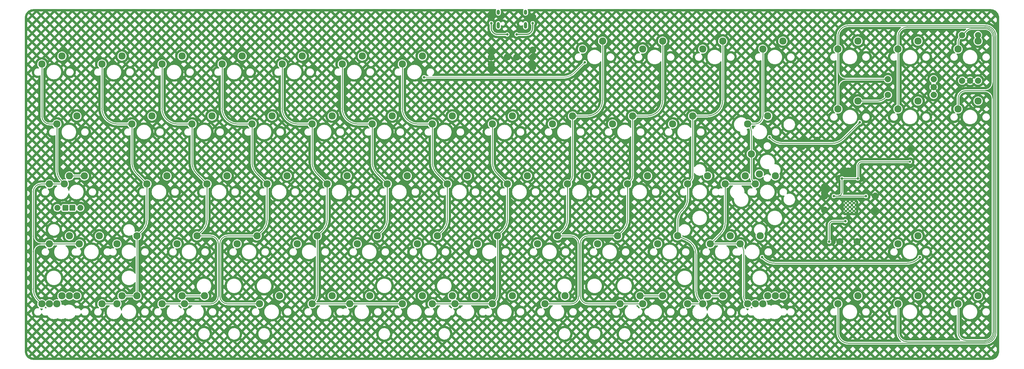
<source format=gbr>
%TF.GenerationSoftware,KiCad,Pcbnew,(6.0.6)*%
%TF.CreationDate,2022-08-29T19:48:57-07:00*%
%TF.ProjectId,2040rmie,32303430-726d-4696-952e-6b696361645f,rev?*%
%TF.SameCoordinates,Original*%
%TF.FileFunction,Copper,L1,Top*%
%TF.FilePolarity,Positive*%
%FSLAX46Y46*%
G04 Gerber Fmt 4.6, Leading zero omitted, Abs format (unit mm)*
G04 Created by KiCad (PCBNEW (6.0.6)) date 2022-08-29 19:48:57*
%MOMM*%
%LPD*%
G01*
G04 APERTURE LIST*
G04 Aperture macros list*
%AMRoundRect*
0 Rectangle with rounded corners*
0 $1 Rounding radius*
0 $2 $3 $4 $5 $6 $7 $8 $9 X,Y pos of 4 corners*
0 Add a 4 corners polygon primitive as box body*
4,1,4,$2,$3,$4,$5,$6,$7,$8,$9,$2,$3,0*
0 Add four circle primitives for the rounded corners*
1,1,$1+$1,$2,$3*
1,1,$1+$1,$4,$5*
1,1,$1+$1,$6,$7*
1,1,$1+$1,$8,$9*
0 Add four rect primitives between the rounded corners*
20,1,$1+$1,$2,$3,$4,$5,0*
20,1,$1+$1,$4,$5,$6,$7,0*
20,1,$1+$1,$6,$7,$8,$9,0*
20,1,$1+$1,$8,$9,$2,$3,0*%
G04 Aperture macros list end*
%TA.AperFunction,NonConductor*%
%ADD10C,0.250000*%
%TD*%
%TA.AperFunction,ComponentPad*%
%ADD11C,2.300000*%
%TD*%
%TA.AperFunction,ComponentPad*%
%ADD12RoundRect,0.285750X-0.666750X-0.666750X0.666750X-0.666750X0.666750X0.666750X-0.666750X0.666750X0*%
%TD*%
%TA.AperFunction,ComponentPad*%
%ADD13C,1.905000*%
%TD*%
%TA.AperFunction,ComponentPad*%
%ADD14C,2.000000*%
%TD*%
%TA.AperFunction,ComponentPad*%
%ADD15O,1.000000X1.600000*%
%TD*%
%TA.AperFunction,ComponentPad*%
%ADD16O,1.000000X2.100000*%
%TD*%
%TA.AperFunction,ComponentPad*%
%ADD17C,0.600000*%
%TD*%
%TA.AperFunction,ViaPad*%
%ADD18C,0.800000*%
%TD*%
%TA.AperFunction,ViaPad*%
%ADD19C,0.700000*%
%TD*%
%TA.AperFunction,Conductor*%
%ADD20C,0.200000*%
%TD*%
%TA.AperFunction,Conductor*%
%ADD21C,0.250000*%
%TD*%
%TA.AperFunction,Conductor*%
%ADD22C,0.300000*%
%TD*%
G04 APERTURE END LIST*
D10*
G36*
X313602500Y-64762500D02*
G01*
X313602500Y-64762500D01*
G75*
G03*
X316102500Y-67262500I2500000J0D01*
G01*
X316102500Y-67262500D01*
G75*
G03*
X313602500Y-69762500I0J-2500000D01*
G01*
X313602500Y-64762500D01*
G37*
X313602500Y-64762500D02*
X313602500Y-64762500D01*
G75*
G03*
X316102500Y-67262500I2500000J0D01*
G01*
X316102500Y-67262500D01*
G75*
G03*
X313602500Y-69762500I0J-2500000D01*
G01*
X313602500Y-64762500D01*
G36*
X362777980Y-73397500D02*
G01*
X362777980Y-73397500D01*
G75*
G03*
X360277980Y-70897500I-2499980J0D01*
G01*
X360278000Y-70897500D01*
G75*
G03*
X362778000Y-68397500I0J2500000D01*
G01*
X362777980Y-73397500D01*
G37*
X362777980Y-73397500D02*
X362777980Y-73397500D01*
G75*
G03*
X360277980Y-70897500I-2499980J0D01*
G01*
X360278000Y-70897500D01*
G75*
G03*
X362778000Y-68397500I0J2500000D01*
G01*
X362777980Y-73397500D01*
G36*
X58470624Y-117110000D02*
G01*
X58470624Y-117110000D01*
G75*
G03*
X60970624Y-119610000I2499976J0D01*
G01*
X60970624Y-119610000D01*
G75*
G03*
X58470624Y-122110000I-24J-2500000D01*
G01*
X58470624Y-117110000D01*
G37*
X58470624Y-117110000D02*
X58470624Y-117110000D01*
G75*
G03*
X60970624Y-119610000I2499976J0D01*
G01*
X60970624Y-119610000D01*
G75*
G03*
X58470624Y-122110000I-24J-2500000D01*
G01*
X58470624Y-117110000D01*
D11*
%TO.P,MX3-B0,1,COL*%
%TO.N,col0*%
X63571250Y-119610000D03*
%TO.P,MX3-B0,2,ROW*%
%TO.N,Net-(D42-Pad2)*%
X69921250Y-117070000D03*
%TD*%
D12*
%TO.P,LED1,1,K*%
%TO.N,Net-(LED1-Pad1)*%
X70873750Y-108180000D03*
D13*
%TO.P,LED1,2,A*%
%TO.N,LED*%
X73413750Y-108180000D03*
%TD*%
D11*
%TO.P,MX4-7_2,1,COL*%
%TO.N,col7*%
X185015000Y-138660000D03*
%TO.P,MX4-7_2,2,ROW*%
%TO.N,Net-(D60-Pad2)*%
X191365000Y-136120000D03*
%TD*%
%TO.P,MX3-2,1,COL*%
%TO.N,Net-(D44-Pad2)*%
X104052500Y-119610000D03*
%TO.P,MX3-2,2,ROW*%
%TO.N,col2*%
X110402500Y-117070000D03*
%TD*%
%TO.P,MX3-13,1,COL*%
%TO.N,col13*%
X332652500Y-119610000D03*
%TO.P,MX3-13,2,ROW*%
%TO.N,Net-(D54-Pad2)*%
X339002500Y-117070000D03*
%TD*%
%TO.P,MX0-8,1,COL*%
%TO.N,Net-(D8-Pad2)*%
X232640000Y-57697500D03*
%TO.P,MX0-8,2,ROW*%
%TO.N,col8*%
X238990000Y-55157500D03*
%TD*%
%TO.P,MX4-0_1,1,COL*%
%TO.N,col0*%
X65952500Y-138660000D03*
%TO.P,MX4-0_1,2,ROW*%
%TO.N,Net-(D55-Pad2)*%
X72302500Y-136120000D03*
%TD*%
%TO.P,MX4-0_2,1,COL*%
%TO.N,col0*%
X63571250Y-138660000D03*
%TO.P,MX4-0_2,2,ROW*%
%TO.N,Net-(D55-Pad2)*%
X69921250Y-136120000D03*
%TD*%
%TO.P,MX2-10,1,COL*%
%TO.N,col10*%
X265977500Y-100560000D03*
%TO.P,MX2-10,2,ROW*%
%TO.N,Net-(D40-Pad2)*%
X272327500Y-98020000D03*
%TD*%
%TO.P,MX4-7_4,1,COL*%
%TO.N,col7*%
X192158750Y-138660000D03*
%TO.P,MX4-7_4,2,ROW*%
%TO.N,Net-(D60-Pad2)*%
X198508750Y-136120000D03*
%TD*%
%TO.P,MX1-7,1,COL*%
%TO.N,col7*%
X204065000Y-81510000D03*
%TO.P,MX1-7,2,ROW*%
%TO.N,Net-(D22-Pad2)*%
X210415000Y-78970000D03*
%TD*%
%TO.P,MX0-14,1,COL*%
%TO.N,col14*%
X351702500Y-57697500D03*
%TO.P,MX0-14,2,ROW*%
%TO.N,Net-(D14-Pad2)*%
X358052500Y-55157500D03*
%TD*%
%TO.P,MX4-4_4,1,COL*%
%TO.N,col4*%
X158821250Y-138660000D03*
%TO.P,MX4-4_4,2,ROW*%
%TO.N,Net-(D59-Pad2)*%
X165171250Y-136120000D03*
%TD*%
%TO.P,MX0-2,1,COL*%
%TO.N,col2*%
X99290000Y-62460000D03*
%TO.P,MX0-2,2,ROW*%
%TO.N,Net-(D3-Pad2)*%
X105640000Y-59920000D03*
%TD*%
%TO.P,MX0-13,1,COL*%
%TO.N,col13*%
X332652500Y-57697500D03*
%TO.P,MX0-13,2,ROW*%
%TO.N,Net-(D13-Pad2)*%
X339002500Y-55157500D03*
%TD*%
%TO.P,MX0-3,1,COL*%
%TO.N,col3*%
X118340000Y-62460000D03*
%TO.P,MX0-3,2,ROW*%
%TO.N,Net-(D4-Pad2)*%
X124690000Y-59920000D03*
%TD*%
%TO.P,MX0-9,1,COL*%
%TO.N,Net-(D9-Pad2)*%
X251690000Y-57697500D03*
%TO.P,MX0-9,2,ROW*%
%TO.N,col9*%
X258040000Y-55157500D03*
%TD*%
%TO.P,MX4-10_0,1,COL*%
%TO.N,col10*%
X270740000Y-138660000D03*
%TO.P,MX4-10_0,2,ROW*%
%TO.N,Net-(D63-Pad2)*%
X277090000Y-136120000D03*
%TD*%
%TO.P,MX1-14,1,COL*%
%TO.N,col14*%
X351702500Y-76747500D03*
%TO.P,MX1-14,2,ROW*%
%TO.N,Net-(D29-Pad2)*%
X358052500Y-74207500D03*
%TD*%
%TO.P,MX3-3,1,COL*%
%TO.N,Net-(D45-Pad2)*%
X123102500Y-119610000D03*
%TO.P,MX3-3,2,ROW*%
%TO.N,col3*%
X129452500Y-117070000D03*
%TD*%
%TO.P,MX1-8,1,COL*%
%TO.N,Net-(D23-Pad2)*%
X223115000Y-81510000D03*
%TO.P,MX1-8,2,ROW*%
%TO.N,col8*%
X229465000Y-78970000D03*
%TD*%
%TO.P,MX1-13,1,COL*%
%TO.N,col13*%
X332652500Y-76747500D03*
%TO.P,MX1-13,2,ROW*%
%TO.N,Net-(D28-Pad2)*%
X339002500Y-74207500D03*
%TD*%
%TO.P,MX1-6,1,COL*%
%TO.N,col6*%
X185015000Y-81510000D03*
%TO.P,MX1-6,2,ROW*%
%TO.N,Net-(D21-Pad2)*%
X191365000Y-78970000D03*
%TD*%
%TO.P,MX4-1_2,1,COL*%
%TO.N,Net-(D56-Pad2)*%
X85002500Y-138660000D03*
%TO.P,MX4-1_2,2,ROW*%
%TO.N,col1*%
X91352500Y-136120000D03*
%TD*%
%TO.P,MX4-4_0,1,COL*%
%TO.N,col4*%
X175490000Y-138660000D03*
%TO.P,MX4-4_0,2,ROW*%
%TO.N,Net-(D59-Pad2)*%
X181840000Y-136120000D03*
%TD*%
%TO.P,MX2-A11,1,COL*%
%TO.N,col11*%
X277883750Y-100560000D03*
%TO.P,MX2-A11,2,ROW*%
%TO.N,Net-(D41-Pad2)*%
X284233750Y-98020000D03*
%TD*%
%TO.P,MX3-10,1,COL*%
%TO.N,Net-(D52-Pad2)*%
X256452500Y-119610000D03*
%TO.P,MX3-10,2,ROW*%
%TO.N,col10*%
X262802500Y-117070000D03*
%TD*%
%TO.P,MX2-1,1,COL*%
%TO.N,col1*%
X94527500Y-100560000D03*
%TO.P,MX2-1,2,ROW*%
%TO.N,Net-(D31-Pad2)*%
X100877500Y-98020000D03*
%TD*%
%TO.P,MX1-4,1,COL*%
%TO.N,col4*%
X146915000Y-81510000D03*
%TO.P,MX1-4,2,ROW*%
%TO.N,Net-(D19-Pad2)*%
X153265000Y-78970000D03*
%TD*%
%TO.P,MX4-3_4,1,COL*%
%TO.N,col3*%
X130246250Y-138660000D03*
%TO.P,MX4-3_4,2,ROW*%
%TO.N,Net-(D58-Pad2)*%
X136596250Y-136120000D03*
%TD*%
%TO.P,MX3-9,1,COL*%
%TO.N,Net-(D51-Pad2)*%
X237402500Y-119610000D03*
%TO.P,MX3-9,2,ROW*%
%TO.N,col9*%
X243752500Y-117070000D03*
%TD*%
%TO.P,MX4-2_2,1,COL*%
%TO.N,col2*%
X106433750Y-138660000D03*
%TO.P,MX4-2_2,2,ROW*%
%TO.N,Net-(D57-Pad2)*%
X112783750Y-136120000D03*
%TD*%
%TO.P,MX1-12,1,COL*%
%TO.N,col12*%
X313602500Y-76747500D03*
%TO.P,MX1-12,2,ROW*%
%TO.N,S2*%
X319952500Y-74207500D03*
%TD*%
%TO.P,MX3-A11,1,COL*%
%TO.N,col11*%
X273121250Y-119610000D03*
%TO.P,MX3-A11,2,ROW*%
%TO.N,Net-(D53-Pad2)*%
X279471250Y-117070000D03*
%TD*%
%TO.P,MX2-8,1,COL*%
%TO.N,col8*%
X227877500Y-100560000D03*
%TO.P,MX2-8,2,ROW*%
%TO.N,Net-(D38-Pad2)*%
X234227500Y-98020000D03*
%TD*%
%TO.P,MX2-5,1,COL*%
%TO.N,col5*%
X170727500Y-100560000D03*
%TO.P,MX2-5,2,ROW*%
%TO.N,Net-(D35-Pad2)*%
X177077500Y-98020000D03*
%TD*%
%TO.P,MX2-3,1,COL*%
%TO.N,col3*%
X132627500Y-100560000D03*
%TO.P,MX2-3,2,ROW*%
%TO.N,Net-(D33-Pad2)*%
X138977500Y-98020000D03*
%TD*%
%TO.P,MX3-8,1,COL*%
%TO.N,Net-(D50-Pad2)*%
X218352500Y-119610000D03*
%TO.P,MX3-8,2,ROW*%
%TO.N,col8*%
X224702500Y-117070000D03*
%TD*%
%TO.P,MX1-11,1,COL*%
%TO.N,col11*%
X285027500Y-81510000D03*
%TO.P,MX1-11,2,ROW*%
%TO.N,Net-(D26-Pad2)*%
X291377500Y-78970000D03*
%TD*%
%TO.P,MX4-13,1,COL*%
%TO.N,col13*%
X332652500Y-138660000D03*
%TO.P,MX4-13,2,ROW*%
%TO.N,Net-(D66-Pad2)*%
X339002500Y-136120000D03*
%TD*%
%TO.P,MX1-1,1,COL*%
%TO.N,col1*%
X89765000Y-81510000D03*
%TO.P,MX1-1,2,ROW*%
%TO.N,Net-(D16-Pad2)*%
X96115000Y-78970000D03*
%TD*%
%TO.P,MX3-4,1,COL*%
%TO.N,Net-(D46-Pad2)*%
X142152500Y-119610000D03*
%TO.P,MX3-4,2,ROW*%
%TO.N,col4*%
X148502500Y-117070000D03*
%TD*%
%TO.P,MX3-5,1,COL*%
%TO.N,Net-(D47-Pad2)*%
X161202500Y-119610000D03*
%TO.P,MX3-5,2,ROW*%
%TO.N,col5*%
X167552500Y-117070000D03*
%TD*%
%TO.P,MX0-12,1,COL*%
%TO.N,col12*%
X313602500Y-57697500D03*
%TO.P,MX0-12,2,ROW*%
%TO.N,Net-(D12-Pad2)*%
X319952500Y-55157500D03*
%TD*%
%TO.P,MX2-C11,1,COL*%
%TO.N,Net-(D41-Pad2)*%
X288678750Y-97385000D03*
%TO.P,MX2-C11,2,ROW*%
%TO.N,col11*%
X286138750Y-91035000D03*
%TD*%
%TO.P,MX4-9_2,1,COL*%
%TO.N,col9*%
X244546250Y-138660000D03*
%TO.P,MX4-9_2,2,ROW*%
%TO.N,Net-(D62-Pad2)*%
X250896250Y-136120000D03*
%TD*%
D12*
%TO.P,LED2,1,K*%
%TO.N,Net-(LED1-Pad1)*%
X68651250Y-108180000D03*
D13*
%TO.P,LED2,2,A*%
%TO.N,LED*%
X66111250Y-108180000D03*
%TD*%
D11*
%TO.P,MX4-4_3,1,COL*%
%TO.N,col4*%
X146915000Y-138660000D03*
%TO.P,MX4-4_3,2,ROW*%
%TO.N,Net-(D59-Pad2)*%
X153265000Y-136120000D03*
%TD*%
%TO.P,MX1-2,1,COL*%
%TO.N,col2*%
X108815000Y-81510000D03*
%TO.P,MX1-2,2,ROW*%
%TO.N,Net-(D17-Pad2)*%
X115165000Y-78970000D03*
%TD*%
%TO.P,MX1-10,1,COL*%
%TO.N,Net-(D25-Pad2)*%
X261215000Y-81510000D03*
%TO.P,MX1-10,2,ROW*%
%TO.N,col10*%
X267565000Y-78970000D03*
%TD*%
%TO.P,MX4-2_0,1,COL*%
%TO.N,col2*%
X99290000Y-138660000D03*
%TO.P,MX4-2_0,2,ROW*%
%TO.N,Net-(D57-Pad2)*%
X105640000Y-136120000D03*
%TD*%
%TO.P,MX1-3,1,COL*%
%TO.N,col3*%
X127865000Y-81510000D03*
%TO.P,MX1-3,2,ROW*%
%TO.N,Net-(D18-Pad2)*%
X134215000Y-78970000D03*
%TD*%
%TO.P,MX4-12,1,COL*%
%TO.N,col12*%
X313602500Y-138660000D03*
%TO.P,MX4-12,2,ROW*%
%TO.N,Net-(D65-Pad2)*%
X319952500Y-136120000D03*
%TD*%
%TO.P,MX1-5,1,COL*%
%TO.N,col5*%
X165965000Y-81510000D03*
%TO.P,MX1-5,2,ROW*%
%TO.N,Net-(D20-Pad2)*%
X172315000Y-78970000D03*
%TD*%
%TO.P,MX2-6,1,COL*%
%TO.N,col6*%
X189777500Y-100560000D03*
%TO.P,MX2-6,2,ROW*%
%TO.N,Net-(D36-Pad2)*%
X196127500Y-98020000D03*
%TD*%
%TO.P,MX4-11_2,1,COL*%
%TO.N,col11*%
X287408750Y-138660000D03*
%TO.P,MX4-11_2,2,ROW*%
%TO.N,Net-(D64-Pad2)*%
X293758750Y-136120000D03*
%TD*%
D14*
%TO.P,RE2,A,A*%
%TO.N,rotA*%
X343962500Y-72262500D03*
%TO.P,RE2,B,B*%
%TO.N,rotB*%
X343962500Y-67262500D03*
%TO.P,RE2,C,C*%
%TO.N,GND*%
X343962500Y-69762500D03*
%TO.P,RE2,S1,S1*%
%TO.N,col12*%
X329462500Y-67262500D03*
%TO.P,RE2,S2,S2*%
%TO.N,S2*%
X329462500Y-72262500D03*
%TD*%
D11*
%TO.P,MX4-8_4,1,COL*%
%TO.N,col8*%
X220733750Y-138660000D03*
%TO.P,MX4-8_4,2,ROW*%
%TO.N,Net-(D61-Pad2)*%
X227083750Y-136120000D03*
%TD*%
%TO.P,MX2-7,1,COL*%
%TO.N,col7*%
X208827500Y-100560000D03*
%TO.P,MX2-7,2,ROW*%
%TO.N,Net-(D37-Pad2)*%
X215177500Y-98020000D03*
%TD*%
%TO.P,MX2-9,1,COL*%
%TO.N,col9*%
X246927500Y-100560000D03*
%TO.P,MX2-9,2,ROW*%
%TO.N,Net-(D39-Pad2)*%
X253277500Y-98020000D03*
%TD*%
%TO.P,MX3-B11,1,COL*%
%TO.N,col11*%
X282646250Y-119610000D03*
%TO.P,MX3-B11,2,ROW*%
%TO.N,Net-(D53-Pad2)*%
X288996250Y-117070000D03*
%TD*%
%TO.P,MX4-11_0,1,COL*%
%TO.N,col11*%
X289790000Y-138660000D03*
%TO.P,MX4-11_0,2,ROW*%
%TO.N,Net-(D64-Pad2)*%
X296140000Y-136120000D03*
%TD*%
%TO.P,MX4-1_0,1,COL*%
%TO.N,Net-(D56-Pad2)*%
X80240000Y-138660000D03*
%TO.P,MX4-1_0,2,ROW*%
%TO.N,col1*%
X86590000Y-136120000D03*
%TD*%
%TO.P,MX4-10_2,1,COL*%
%TO.N,col10*%
X265977500Y-138660000D03*
%TO.P,MX4-10_2,2,ROW*%
%TO.N,Net-(D63-Pad2)*%
X272327500Y-136120000D03*
%TD*%
%TO.P,MX0-5,1,COL*%
%TO.N,col5*%
X156440000Y-62460000D03*
%TO.P,MX0-5,2,ROW*%
%TO.N,Net-(D6-Pad2)*%
X162790000Y-59920000D03*
%TD*%
%TO.P,MX4-11_1,1,COL*%
%TO.N,col11*%
X285027500Y-138660000D03*
%TO.P,MX4-11_1,2,ROW*%
%TO.N,Net-(D64-Pad2)*%
X291377500Y-136120000D03*
%TD*%
%TO.P,MX0-1,1,COL*%
%TO.N,col1*%
X80240000Y-62460000D03*
%TO.P,MX0-1,2,ROW*%
%TO.N,Net-(D2-Pad2)*%
X86590000Y-59920000D03*
%TD*%
%TO.P,MX3-1,1,COL*%
%TO.N,Net-(D43-Pad2)*%
X85002500Y-119610000D03*
%TO.P,MX3-1,2,ROW*%
%TO.N,col1*%
X91352500Y-117070000D03*
%TD*%
%TO.P,MX3-7,1,COL*%
%TO.N,Net-(D49-Pad2)*%
X199302500Y-119610000D03*
%TO.P,MX3-7,2,ROW*%
%TO.N,col7*%
X205652500Y-117070000D03*
%TD*%
%TO.P,MX0-6,1,COL*%
%TO.N,col6*%
X175490000Y-62460000D03*
%TO.P,MX0-6,2,ROW*%
%TO.N,Net-(D7-Pad2)*%
X181840000Y-59920000D03*
%TD*%
%TO.P,MX2-B0,1,COL*%
%TO.N,col0*%
X63571250Y-100560000D03*
%TO.P,MX2-B0,2,ROW*%
%TO.N,Net-(D30-Pad2)*%
X69921250Y-98020000D03*
%TD*%
%TO.P,MX4-9_0,1,COL*%
%TO.N,col9*%
X251690000Y-138660000D03*
%TO.P,MX4-9_0,2,ROW*%
%TO.N,Net-(D62-Pad2)*%
X258040000Y-136120000D03*
%TD*%
%TO.P,MX4-0_0,1,COL*%
%TO.N,col0*%
X61190000Y-138660000D03*
%TO.P,MX4-0_0,2,ROW*%
%TO.N,Net-(D55-Pad2)*%
X67540000Y-136120000D03*
%TD*%
D14*
%TO.P,RE1,A,A*%
%TO.N,rotA*%
X353012500Y-67737500D03*
%TO.P,RE1,B,B*%
%TO.N,rotB*%
X358012500Y-67737500D03*
%TO.P,RE1,C,C*%
%TO.N,GND*%
X355512500Y-67737500D03*
%TO.P,RE1,S1,S1*%
%TO.N,Net-(D14-Pad2)*%
X358012500Y-53237500D03*
%TO.P,RE1,S2,S2*%
%TO.N,col14*%
X353012500Y-53237500D03*
%TD*%
D11*
%TO.P,MX2-2,1,COL*%
%TO.N,col2*%
X113577500Y-100560000D03*
%TO.P,MX2-2,2,ROW*%
%TO.N,Net-(D32-Pad2)*%
X119927500Y-98020000D03*
%TD*%
%TO.P,MX0-11,1,COL*%
%TO.N,col11*%
X289790000Y-57697500D03*
%TO.P,MX0-11,2,ROW*%
%TO.N,Net-(D11-Pad2)*%
X296140000Y-55157500D03*
%TD*%
%TO.P,MX1-9,1,COL*%
%TO.N,Net-(D24-Pad2)*%
X242165000Y-81510000D03*
%TO.P,MX1-9,2,ROW*%
%TO.N,col9*%
X248515000Y-78970000D03*
%TD*%
%TO.P,MX2-4,1,COL*%
%TO.N,col4*%
X151677500Y-100560000D03*
%TO.P,MX2-4,2,ROW*%
%TO.N,Net-(D34-Pad2)*%
X158027500Y-98020000D03*
%TD*%
%TO.P,MX4-14,1,COL*%
%TO.N,col14*%
X351702500Y-138660000D03*
%TO.P,MX4-14,2,ROW*%
%TO.N,Net-(D67-Pad2)*%
X358052500Y-136120000D03*
%TD*%
%TO.P,MX1-0,1,COL*%
%TO.N,col0*%
X65952500Y-81510000D03*
%TO.P,MX1-0,2,ROW*%
%TO.N,Net-(D15-Pad2)*%
X72302500Y-78970000D03*
%TD*%
%TO.P,MX2-A0,1,COL*%
%TO.N,col0*%
X68333750Y-100560000D03*
%TO.P,MX2-A0,2,ROW*%
%TO.N,Net-(D30-Pad2)*%
X74683750Y-98020000D03*
%TD*%
%TO.P,MX3-A0,1,COL*%
%TO.N,col0*%
X73096250Y-119610000D03*
%TO.P,MX3-A0,2,ROW*%
%TO.N,Net-(D42-Pad2)*%
X79446250Y-117070000D03*
%TD*%
%TO.P,MX3-6,1,COL*%
%TO.N,Net-(D48-Pad2)*%
X180252500Y-119610000D03*
%TO.P,MX3-6,2,ROW*%
%TO.N,col6*%
X186602500Y-117070000D03*
%TD*%
%TO.P,MX4-7_3,1,COL*%
%TO.N,col7*%
X204065000Y-138660000D03*
%TO.P,MX4-7_3,2,ROW*%
%TO.N,Net-(D60-Pad2)*%
X210415000Y-136120000D03*
%TD*%
%TO.P,MX2-B11,1,COL*%
%TO.N,col11*%
X287408750Y-100560000D03*
%TO.P,MX2-B11,2,ROW*%
%TO.N,Net-(D41-Pad2)*%
X293758750Y-98020000D03*
%TD*%
%TO.P,MX0-0,1,COL*%
%TO.N,col0*%
X61190000Y-62460000D03*
%TO.P,MX0-0,2,ROW*%
%TO.N,Net-(D1-Pad2)*%
X67540000Y-59920000D03*
%TD*%
%TO.P,MX0-10,1,COL*%
%TO.N,Net-(D10-Pad2)*%
X270740000Y-57697500D03*
%TO.P,MX0-10,2,ROW*%
%TO.N,col10*%
X277090000Y-55157500D03*
%TD*%
%TO.P,MX0-4,1,COL*%
%TO.N,col4*%
X137390000Y-62460000D03*
%TO.P,MX0-4,2,ROW*%
%TO.N,Net-(D5-Pad2)*%
X143740000Y-59920000D03*
%TD*%
D15*
%TO.P,USB1,S1,SHIELD*%
%TO.N,Net-(C3-Pad1)*%
X214568750Y-45962500D03*
D16*
X214568750Y-50142500D03*
X205928750Y-50142500D03*
D15*
X205928750Y-45962500D03*
%TD*%
D17*
%TO.P,U1,57,GND*%
%TO.N,GND*%
X317412500Y-106587500D03*
X317412500Y-109137500D03*
X318687500Y-109137500D03*
X317412500Y-107862500D03*
X318687500Y-106587500D03*
X316137500Y-107862500D03*
X316137500Y-109137500D03*
X318687500Y-107862500D03*
X316137500Y-106587500D03*
%TD*%
D18*
%TO.N,row0*%
X233350000Y-61887500D03*
X182400000Y-66650000D03*
%TO.N,row1*%
X320512500Y-80937500D03*
X291937500Y-85700000D03*
%TO.N,row3*%
X339562500Y-123800000D03*
X289556250Y-123800000D03*
%TO.N,GND*%
X216818750Y-47437500D03*
X336462500Y-89644500D03*
X205928750Y-52043750D03*
X325462500Y-104425000D03*
X309362500Y-101425000D03*
X216818750Y-62487500D03*
D19*
X336462500Y-94466000D03*
D18*
X315912500Y-96432500D03*
X309362500Y-103425000D03*
X216818750Y-63487500D03*
X216818750Y-60237500D03*
X203678750Y-60237500D03*
X307023945Y-88675000D03*
X203678750Y-62487500D03*
X302227305Y-88675000D03*
X320912500Y-98817500D03*
X309842500Y-118867500D03*
X211748750Y-60237500D03*
X309362500Y-108862500D03*
X318912500Y-96432500D03*
X325462500Y-108862500D03*
X317912500Y-96432500D03*
X311842500Y-118867500D03*
X307023945Y-86675000D03*
X203678750Y-63487500D03*
X309362500Y-102425000D03*
X309362500Y-104425000D03*
X314190000Y-118867500D03*
X302227305Y-86675000D03*
X313912500Y-98817500D03*
X203678750Y-48417500D03*
X216818750Y-48417500D03*
X214568750Y-52043750D03*
X316912500Y-96432500D03*
X203678750Y-57987500D03*
X203678750Y-47407500D03*
X210248750Y-53045000D03*
X216818750Y-57987500D03*
X75243750Y-108180000D03*
X319662500Y-118867500D03*
X208748750Y-60237500D03*
%TO.N,Net-(R5-Pad1)*%
X208748750Y-53045000D03*
X203678750Y-49437500D03*
%TO.N,Net-(R6-Pad1)*%
X216818750Y-49437500D03*
X211748750Y-53045000D03*
%TO.N,~{RESET}*%
X310842500Y-118867500D03*
X316012500Y-112400000D03*
%TO.N,+3V3*%
X319912500Y-98817500D03*
X322502500Y-104425000D03*
X312322500Y-104425000D03*
X314912500Y-98817500D03*
D19*
X336462500Y-93506000D03*
%TD*%
D20*
%TO.N,row0*%
X182400000Y-66650000D02*
X226516432Y-66650000D01*
X230051966Y-65185534D02*
X233350000Y-61887500D01*
X230051950Y-65185518D02*
G75*
G02*
X226516432Y-66650000I-3535550J3535518D01*
G01*
D21*
%TO.N,col0*%
X65952500Y-81510000D02*
X65952500Y-96107682D01*
X63571250Y-119610000D02*
X73096250Y-119610000D01*
X63571250Y-100560000D02*
X60970624Y-100560000D01*
X58470624Y-117110000D02*
X58470624Y-122110000D01*
X61190000Y-62460000D02*
X61190000Y-79010000D01*
X58470624Y-122110000D02*
X58470624Y-133869556D01*
X68333750Y-100560000D02*
X63571250Y-100560000D01*
X67416966Y-99643216D02*
X68333750Y-100560000D01*
X60970624Y-119610000D02*
X63571250Y-119610000D01*
X58470624Y-103060000D02*
X58470624Y-117110000D01*
X59935090Y-137405090D02*
X61190000Y-138660000D01*
X61190000Y-138660000D02*
X65952500Y-138660000D01*
X63690000Y-81510000D02*
X65952500Y-81510000D01*
X60970624Y-119609976D02*
G75*
G02*
X58470624Y-117110000I-24J2499976D01*
G01*
X63690000Y-81510000D02*
G75*
G02*
X61190000Y-79010000I0J2500000D01*
G01*
X65952513Y-96107682D02*
G75*
G03*
X67416966Y-99643216I4999987J-18D01*
G01*
X60970624Y-100560024D02*
G75*
G03*
X58470624Y-103060000I-24J-2499976D01*
G01*
X58470648Y-133869556D02*
G75*
G03*
X59935090Y-137405090I4999952J-44D01*
G01*
X58470600Y-122110000D02*
G75*
G02*
X60970624Y-119610000I2500000J0D01*
G01*
%TO.N,col1*%
X93063034Y-115359466D02*
X91352500Y-117070000D01*
X91229466Y-97261966D02*
X94527500Y-100560000D01*
X91352500Y-117070000D02*
X91352500Y-136120000D01*
X86590000Y-136120000D02*
X91352500Y-136120000D01*
X89765000Y-81510000D02*
X85240000Y-81510000D01*
X89765000Y-81510000D02*
X89765000Y-93726432D01*
X94527500Y-100560000D02*
X94527500Y-111823932D01*
X80240000Y-76510000D02*
X80240000Y-62460000D01*
X91229482Y-97261950D02*
G75*
G02*
X89765000Y-93726432I3535518J3535550D01*
G01*
X93063018Y-115359450D02*
G75*
G03*
X94527500Y-111823932I-3535518J3535550D01*
G01*
X85240000Y-81510000D02*
G75*
G02*
X80240000Y-76510000I0J5000000D01*
G01*
%TO.N,col2*%
X113577500Y-100560000D02*
X113577500Y-111823932D01*
X108815000Y-81510000D02*
X104290000Y-81510000D01*
X99290000Y-138660000D02*
X106433750Y-138660000D01*
X110279466Y-97261966D02*
X113577500Y-100560000D01*
X112113034Y-115359466D02*
X110402500Y-117070000D01*
X106433750Y-138660000D02*
X114662740Y-138660000D01*
X117162740Y-136160000D02*
X117162740Y-119570000D01*
X108815000Y-81510000D02*
X108815000Y-93726432D01*
X114662740Y-117070000D02*
X110402500Y-117070000D01*
X99290000Y-76510000D02*
X99290000Y-62460000D01*
X117162700Y-119570000D02*
G75*
G03*
X114662740Y-117070000I-2500000J0D01*
G01*
X104290000Y-81510000D02*
G75*
G02*
X99290000Y-76510000I0J5000000D01*
G01*
X113577522Y-111823932D02*
G75*
G02*
X112113033Y-115359465I-5000022J32D01*
G01*
X117162700Y-136160000D02*
G75*
G02*
X114662740Y-138660000I-2500000J0D01*
G01*
X108814978Y-93726432D02*
G75*
G03*
X110279467Y-97261965I5000022J32D01*
G01*
%TO.N,col3*%
X129452500Y-117070000D02*
X120112260Y-117070000D01*
X132627500Y-100560000D02*
X132627500Y-111823932D01*
X120112260Y-138660000D02*
X130246250Y-138660000D01*
X127865000Y-81510000D02*
X123340000Y-81510000D01*
X127865000Y-81510000D02*
X127865000Y-93726432D01*
X131163034Y-115359466D02*
X129452500Y-117070000D01*
X117612260Y-119570000D02*
X117612260Y-136160000D01*
X129329466Y-97261966D02*
X132627500Y-100560000D01*
X118340000Y-76510000D02*
X118340000Y-62460000D01*
X117612300Y-136160000D02*
G75*
G03*
X120112260Y-138660000I2500000J0D01*
G01*
X129329482Y-97261950D02*
G75*
G02*
X127865000Y-93726432I3535518J3535550D01*
G01*
X131163018Y-115359450D02*
G75*
G03*
X132627500Y-111823932I-3535518J3535550D01*
G01*
X120112260Y-117069960D02*
G75*
G03*
X117612260Y-119570000I40J-2500040D01*
G01*
X118340000Y-76510000D02*
G75*
G03*
X123340000Y-81510000I5000000J0D01*
G01*
%TO.N,col4*%
X148502500Y-117070000D02*
X148502500Y-136036966D01*
X146915000Y-138660000D02*
X175490000Y-138660000D01*
X137390000Y-76510000D02*
X137390000Y-62460000D01*
X146915000Y-81510000D02*
X142390000Y-81510000D01*
X146915000Y-81510000D02*
X146915000Y-93726432D01*
X150213034Y-115359466D02*
X148502500Y-117070000D01*
X147770267Y-137804733D02*
X146915000Y-138660000D01*
X148379466Y-97261966D02*
X151677500Y-100560000D01*
X151677500Y-100560000D02*
X151677500Y-111823932D01*
X137390000Y-76510000D02*
G75*
G03*
X142390000Y-81510000I5000000J0D01*
G01*
X150213018Y-115359450D02*
G75*
G03*
X151677500Y-111823932I-3535518J3535550D01*
G01*
X148502476Y-136036966D02*
G75*
G02*
X147770267Y-137804733I-2499976J-34D01*
G01*
X148379482Y-97261950D02*
G75*
G02*
X146915000Y-93726432I3535518J3535550D01*
G01*
%TO.N,col5*%
X165965000Y-81510000D02*
X161440000Y-81510000D01*
X169263034Y-115359466D02*
X167552500Y-117070000D01*
X165965000Y-81510000D02*
X165965000Y-93726432D01*
X167429466Y-97261966D02*
X170727500Y-100560000D01*
X156440000Y-76510000D02*
X156440000Y-62460000D01*
X170727500Y-100560000D02*
X170727500Y-111823932D01*
X161440000Y-81510000D02*
G75*
G02*
X156440000Y-76510000I0J5000000D01*
G01*
X169263018Y-115359450D02*
G75*
G03*
X170727500Y-111823932I-3535518J3535550D01*
G01*
X167429482Y-97261950D02*
G75*
G02*
X165965000Y-93726432I3535518J3535550D01*
G01*
%TO.N,col6*%
X189777500Y-100560000D02*
X189777500Y-111823932D01*
X185015000Y-81510000D02*
X185015000Y-93726432D01*
X185015000Y-81510000D02*
X180490000Y-81510000D01*
X175490000Y-76510000D02*
X175490000Y-62460000D01*
X188313034Y-115359466D02*
X186602500Y-117070000D01*
X186479466Y-97261966D02*
X189777500Y-100560000D01*
X175490000Y-76510000D02*
G75*
G03*
X180490000Y-81510000I5000000J0D01*
G01*
X189777522Y-111823932D02*
G75*
G02*
X188313033Y-115359465I-5000022J32D01*
G01*
X186479482Y-97261950D02*
G75*
G02*
X185015000Y-93726432I3535518J3535550D01*
G01*
%TO.N,col7*%
X205529466Y-97261966D02*
X208827500Y-100560000D01*
X207363034Y-115359466D02*
X205652500Y-117070000D01*
X205652500Y-117070000D02*
X205652500Y-136036966D01*
X204920267Y-137804733D02*
X204065000Y-138660000D01*
X208827500Y-100560000D02*
X208827500Y-111823932D01*
X204065000Y-81510000D02*
X204065000Y-93726432D01*
X185015000Y-138660000D02*
X204065000Y-138660000D01*
X204064978Y-93726432D02*
G75*
G03*
X205529467Y-97261965I5000022J32D01*
G01*
X207363018Y-115359450D02*
G75*
G03*
X208827500Y-111823932I-3535518J3535550D01*
G01*
X204920284Y-137804750D02*
G75*
G03*
X205652500Y-136036966I-1767784J1767750D01*
G01*
%TO.N,col8*%
X228732767Y-99704733D02*
X227877500Y-100560000D01*
X229465000Y-78970000D02*
X229465000Y-97936966D01*
X238990000Y-73970000D02*
X238990000Y-55157500D01*
X228962740Y-117070000D02*
X224702500Y-117070000D01*
X231462740Y-136160000D02*
X231462740Y-119570000D01*
X227877500Y-100560000D02*
X227877500Y-111823932D01*
X220733750Y-138660000D02*
X228962740Y-138660000D01*
X229465000Y-78970000D02*
X233990000Y-78970000D01*
X226413034Y-115359466D02*
X224702500Y-117070000D01*
X233990000Y-78970000D02*
G75*
G03*
X238990000Y-73970000I0J5000000D01*
G01*
X228732784Y-99704750D02*
G75*
G03*
X229465000Y-97936966I-1767784J1767750D01*
G01*
X228962740Y-117069960D02*
G75*
G02*
X231462740Y-119570000I-40J-2500040D01*
G01*
X228962740Y-138660040D02*
G75*
G03*
X231462740Y-136160000I-40J2500040D01*
G01*
X226413018Y-115359450D02*
G75*
G03*
X227877500Y-111823932I-3535518J3535550D01*
G01*
%TO.N,col9*%
X234412260Y-117070000D02*
X243752500Y-117070000D01*
X258040000Y-73970000D02*
X258040000Y-55157500D01*
X247782767Y-99704733D02*
X246927500Y-100560000D01*
X244546250Y-138660000D02*
X234412260Y-138660000D01*
X246927500Y-100560000D02*
X246927500Y-111823932D01*
X248515000Y-78970000D02*
X253040000Y-78970000D01*
X244546250Y-138660000D02*
X251690000Y-138660000D01*
X231912260Y-136160000D02*
X231912260Y-119570000D01*
X245463034Y-115359466D02*
X243752500Y-117070000D01*
X248515000Y-78970000D02*
X248515000Y-97936966D01*
X234412260Y-117069960D02*
G75*
G03*
X231912260Y-119570000I40J-2500040D01*
G01*
X247782784Y-99704750D02*
G75*
G03*
X248515000Y-97936966I-1767784J1767750D01*
G01*
X245463018Y-115359450D02*
G75*
G03*
X246927500Y-111823932I-3535518J3535550D01*
G01*
X253040000Y-78970000D02*
G75*
G03*
X258040000Y-73970000I0J5000000D01*
G01*
X234412260Y-138660040D02*
G75*
G02*
X231912260Y-136160000I40J2500040D01*
G01*
%TO.N,col10*%
X267565000Y-78970000D02*
X267565000Y-97936966D01*
X264513034Y-108691966D02*
X264266966Y-108938034D01*
X265977500Y-100560000D02*
X265977500Y-105156432D01*
X265977500Y-138660000D02*
X270740000Y-138660000D01*
X277090000Y-73970000D02*
X277090000Y-55157500D01*
X262802500Y-112473568D02*
X262802500Y-117070000D01*
X266832767Y-99704733D02*
X265977500Y-100560000D01*
X268596875Y-122877514D02*
X268596875Y-134445807D01*
X270061341Y-137981341D02*
X270740000Y-138660000D01*
X267565000Y-78970000D02*
X272090000Y-78970000D01*
X262802500Y-117070000D02*
X265604259Y-118298168D01*
X268596877Y-122877514D02*
G75*
G03*
X265604259Y-118298168I-4999977J14D01*
G01*
X272090000Y-78970000D02*
G75*
G03*
X277090000Y-73970000I0J5000000D01*
G01*
X264513018Y-108691950D02*
G75*
G03*
X265977500Y-105156432I-3535518J3535550D01*
G01*
X270061339Y-137981343D02*
G75*
G02*
X268596875Y-134445807I3535561J3535543D01*
G01*
X267564976Y-97936966D02*
G75*
G02*
X266832767Y-99704733I-2499976J-34D01*
G01*
X262802478Y-112473568D02*
G75*
G02*
X264266967Y-108938035I5000022J-32D01*
G01*
%TO.N,col11*%
X285406517Y-81889017D02*
X285027500Y-81510000D01*
X287290000Y-81510000D02*
X285027500Y-81510000D01*
X289790000Y-57697500D02*
X289790000Y-79010000D01*
X286138750Y-91035000D02*
X286138750Y-83656784D01*
X286138750Y-91035000D02*
X286138750Y-98254466D01*
X285027500Y-138660000D02*
X289790000Y-138660000D01*
X277883750Y-100560000D02*
X277883750Y-112776432D01*
X286870983Y-100022233D02*
X287408750Y-100560000D01*
X273121250Y-119610000D02*
X282646250Y-119610000D01*
X283674300Y-121673584D02*
X283674300Y-136271266D01*
X284406533Y-138039033D02*
X285027500Y-138660000D01*
X277883750Y-100560000D02*
X287408750Y-100560000D01*
X282646250Y-119610000D02*
X282942067Y-119905817D01*
X276419284Y-116311966D02*
X273121250Y-119610000D01*
X277883787Y-112776432D02*
G75*
G02*
X276419284Y-116311966I-4999987J32D01*
G01*
X289790000Y-79010000D02*
G75*
G02*
X287290000Y-81510000I-2500000J0D01*
G01*
X283674311Y-121673584D02*
G75*
G03*
X282942067Y-119905817I-2500011J-16D01*
G01*
X284406516Y-138039050D02*
G75*
G02*
X283674300Y-136271266I1767784J1767750D01*
G01*
X286870976Y-100022240D02*
G75*
G02*
X286138750Y-98254466I1767724J1767740D01*
G01*
X285406499Y-81889035D02*
G75*
G02*
X286138750Y-83656784I-1767699J-1767765D01*
G01*
%TO.N,col12*%
X313602500Y-147775480D02*
X313602500Y-138660000D01*
X313602500Y-57697500D02*
X313602500Y-64762500D01*
X363677020Y-147775480D02*
X363677020Y-53662020D01*
X313602500Y-53662020D02*
X313602500Y-57697500D01*
X316102500Y-67262500D02*
X329462500Y-67262500D01*
X313602500Y-76747500D02*
X313602500Y-69762500D01*
X313602500Y-64762500D02*
X313602500Y-69762500D01*
X317001540Y-151174520D02*
X360277980Y-151174520D01*
X317001540Y-50262980D02*
X360277980Y-50262980D01*
X363677020Y-147775480D02*
G75*
G02*
X360277980Y-151174520I-3399020J-20D01*
G01*
X360277980Y-50262980D02*
G75*
G02*
X363677020Y-53662020I20J-3399020D01*
G01*
X313602500Y-64762500D02*
G75*
G03*
X316102500Y-67262500I2500000J0D01*
G01*
X316102500Y-67262500D02*
G75*
G03*
X313602500Y-69762500I0J-2500000D01*
G01*
X313602480Y-53662020D02*
G75*
G02*
X317001540Y-50262980I3399020J20D01*
G01*
X317001540Y-151174500D02*
G75*
G02*
X313602500Y-147775480I-40J3399000D01*
G01*
%TO.N,col13*%
X332652500Y-147775480D02*
X332652500Y-138660000D01*
X335602020Y-50712500D02*
X360277980Y-50712500D01*
X363227500Y-147775480D02*
X363227500Y-53662020D01*
X332652500Y-57697500D02*
X332652500Y-76747500D01*
X335602020Y-150725000D02*
X360277980Y-150725000D01*
X332652500Y-53662020D02*
X332652500Y-57697500D01*
X335602020Y-150725000D02*
G75*
G02*
X332652500Y-147775480I-20J2949500D01*
G01*
X360277980Y-50712500D02*
G75*
G02*
X363227500Y-53662020I20J-2949500D01*
G01*
X332652500Y-53662020D02*
G75*
G02*
X335602020Y-50712500I2949500J20D01*
G01*
X363227500Y-147775480D02*
G75*
G02*
X360277980Y-150725000I-2949500J-20D01*
G01*
%TO.N,col14*%
X351702500Y-73397500D02*
X351702500Y-76747500D01*
X352434733Y-53815267D02*
X353012500Y-53237500D01*
X362778000Y-68397500D02*
X362777980Y-68397480D01*
X356123514Y-51162020D02*
X360277980Y-51162020D01*
X351702500Y-138660000D02*
X351702500Y-147775480D01*
X354355747Y-51894253D02*
X353012500Y-53237500D01*
X362777980Y-147775480D02*
X362777980Y-73397500D01*
X362778000Y-68397500D02*
X362778000Y-73397480D01*
X351702500Y-57697500D02*
X351702500Y-55583034D01*
X354202500Y-70897500D02*
X360278000Y-70897500D01*
X362778000Y-73397480D02*
X362777980Y-73397500D01*
X362777980Y-68397480D02*
X362777980Y-53662020D01*
X354202500Y-150275480D02*
X360277980Y-150275480D01*
X351702524Y-55583034D02*
G75*
G02*
X352434733Y-53815267I2499976J34D01*
G01*
X354202500Y-150275500D02*
G75*
G02*
X351702500Y-147775480I0J2500000D01*
G01*
X360277980Y-70897520D02*
G75*
G02*
X362777980Y-73397500I20J-2499980D01*
G01*
X362777980Y-147775480D02*
G75*
G02*
X360277980Y-150275480I-2499980J-20D01*
G01*
X362778000Y-68397500D02*
G75*
G02*
X360278000Y-70897500I-2500000J0D01*
G01*
X354202500Y-70897500D02*
G75*
G03*
X351702500Y-73397500I0J-2500000D01*
G01*
X354355744Y-51894250D02*
G75*
G02*
X356123514Y-51162020I1767756J-1767750D01*
G01*
X360277980Y-51162020D02*
G75*
G02*
X362777980Y-53662020I20J-2499980D01*
G01*
%TO.N,row1*%
X291937500Y-85700000D02*
X292448034Y-86210534D01*
X295983568Y-87675000D02*
X311703932Y-87675000D01*
X315239466Y-86210534D02*
X320512500Y-80937500D01*
X311703932Y-87675022D02*
G75*
G03*
X315239465Y-86210533I-32J5000022D01*
G01*
X295983568Y-87675022D02*
G75*
G02*
X292448035Y-86210533I32J5000022D01*
G01*
%TO.N,row3*%
X289556250Y-123800000D02*
X290041784Y-124285534D01*
X339076966Y-124285534D02*
X339562500Y-123800000D01*
X293577318Y-125750000D02*
X335541432Y-125750000D01*
X339076950Y-124285518D02*
G75*
G02*
X335541432Y-125750000I-3535550J3535518D01*
G01*
X293577318Y-125749987D02*
G75*
G02*
X290041784Y-124285534I-18J4999987D01*
G01*
%TO.N,Net-(D30-Pad2)*%
X69921250Y-98020000D02*
X74683750Y-98020000D01*
%TO.N,Net-(D56-Pad2)*%
X80240000Y-138660000D02*
X85002500Y-138660000D01*
%TO.N,Net-(D57-Pad2)*%
X105640000Y-136120000D02*
X112783750Y-136120000D01*
%TO.N,Net-(D62-Pad2)*%
X250896250Y-136120000D02*
X258040000Y-136120000D01*
%TO.N,Net-(D63-Pad2)*%
X272327500Y-136120000D02*
X277090000Y-136120000D01*
D22*
%TO.N,Net-(R5-Pad1)*%
X203678750Y-49437500D02*
X203678750Y-51045000D01*
X205678750Y-53045000D02*
X208748750Y-53045000D01*
X205678750Y-53044950D02*
G75*
G02*
X203678750Y-51045000I-50J1999950D01*
G01*
%TO.N,Net-(R6-Pad1)*%
X216818750Y-51045000D02*
X216818750Y-49437500D01*
X211748750Y-53045000D02*
X214818750Y-53045000D01*
X216818800Y-51045000D02*
G75*
G02*
X214818750Y-53045000I-2000000J0D01*
G01*
D21*
%TO.N,~{RESET}*%
X316012500Y-112400000D02*
X312092500Y-112400000D01*
X310842500Y-113650000D02*
X310842500Y-118867500D01*
X310842500Y-113650000D02*
G75*
G02*
X312092500Y-112400000I1250000J0D01*
G01*
%TO.N,S2*%
X319952500Y-74207500D02*
X326481966Y-74207500D01*
X328249733Y-73475267D02*
X329462500Y-72262500D01*
X326481966Y-74207476D02*
G75*
G03*
X328249733Y-73475267I34J2499976D01*
G01*
%TO.N,+3V3*%
X319912500Y-94756000D02*
X319912500Y-98817500D01*
X321162500Y-93506000D02*
X336462500Y-93506000D01*
X314912500Y-98817500D02*
X314912500Y-103175000D01*
X312322500Y-104425000D02*
X322502500Y-104425000D01*
X312322500Y-104425000D02*
X313662500Y-104425000D01*
X314912500Y-98817500D02*
X319912500Y-98817500D01*
X319912500Y-94756000D02*
G75*
G02*
X321162500Y-93506000I1250000J0D01*
G01*
X314912500Y-103175000D02*
G75*
G02*
X313662500Y-104425000I-1250000J0D01*
G01*
%TD*%
%TA.AperFunction,Conductor*%
%TO.N,GND*%
G36*
X205196152Y-45032962D02*
G01*
X205250690Y-45087500D01*
X205270652Y-45162000D01*
X205246896Y-45242715D01*
X205207196Y-45304317D01*
X205204346Y-45312146D01*
X205204346Y-45312147D01*
X205164102Y-45422718D01*
X205145772Y-45473078D01*
X205144728Y-45481342D01*
X205129493Y-45601946D01*
X205128250Y-45611783D01*
X205128250Y-46307655D01*
X205143204Y-46440972D01*
X205202265Y-46610573D01*
X205297434Y-46762875D01*
X205423980Y-46890307D01*
X205431010Y-46894768D01*
X205431012Y-46894770D01*
X205568581Y-46982074D01*
X205575614Y-46986537D01*
X205583459Y-46989330D01*
X205583460Y-46989331D01*
X205624035Y-47003779D01*
X205744799Y-47046781D01*
X205753070Y-47047767D01*
X205753073Y-47047768D01*
X205855382Y-47059967D01*
X205923126Y-47068045D01*
X205931404Y-47067175D01*
X205931406Y-47067175D01*
X205998203Y-47060154D01*
X206101733Y-47049273D01*
X206109611Y-47046591D01*
X206109616Y-47046590D01*
X206235371Y-47003779D01*
X206271743Y-46991397D01*
X206276233Y-46988635D01*
X208538028Y-46988635D01*
X209423325Y-47873933D01*
X210308623Y-46988635D01*
X211366455Y-46988635D01*
X212251752Y-47873933D01*
X213137050Y-46988635D01*
X212251752Y-46103338D01*
X211366455Y-46988635D01*
X210308623Y-46988635D01*
X209423325Y-46103338D01*
X208538028Y-46988635D01*
X206276233Y-46988635D01*
X206424705Y-46897294D01*
X206430654Y-46891468D01*
X206430657Y-46891466D01*
X206547068Y-46777468D01*
X206547069Y-46777466D01*
X206553018Y-46771641D01*
X206557529Y-46764642D01*
X206557531Y-46764639D01*
X206645790Y-46627687D01*
X206650304Y-46620683D01*
X206653984Y-46610573D01*
X206708879Y-46459750D01*
X206708879Y-46459749D01*
X206711728Y-46451922D01*
X206729250Y-46313217D01*
X206729250Y-45927858D01*
X207477250Y-45927858D01*
X208009112Y-46459719D01*
X208707831Y-45761000D01*
X210138819Y-45761000D01*
X210837539Y-46459719D01*
X211536258Y-45761000D01*
X210138819Y-45761000D01*
X208707831Y-45761000D01*
X207477250Y-45761000D01*
X207477250Y-45927858D01*
X206729250Y-45927858D01*
X206729250Y-45617345D01*
X206714296Y-45484028D01*
X206655235Y-45314427D01*
X206609325Y-45240956D01*
X206586776Y-45167201D01*
X206604125Y-45092049D01*
X206656726Y-45035641D01*
X206735685Y-45013000D01*
X213761652Y-45013000D01*
X213836152Y-45032962D01*
X213890690Y-45087500D01*
X213910652Y-45162000D01*
X213886896Y-45242715D01*
X213847196Y-45304317D01*
X213844346Y-45312146D01*
X213844346Y-45312147D01*
X213804102Y-45422718D01*
X213785772Y-45473078D01*
X213784728Y-45481342D01*
X213769493Y-45601946D01*
X213768250Y-45611783D01*
X213768250Y-46307655D01*
X213783204Y-46440972D01*
X213842265Y-46610573D01*
X213937434Y-46762875D01*
X214063980Y-46890307D01*
X214071010Y-46894768D01*
X214071012Y-46894770D01*
X214208581Y-46982074D01*
X214215614Y-46986537D01*
X214223459Y-46989330D01*
X214223460Y-46989331D01*
X214264035Y-47003779D01*
X214384799Y-47046781D01*
X214393070Y-47047767D01*
X214393073Y-47047768D01*
X214495382Y-47059967D01*
X214563126Y-47068045D01*
X214571404Y-47067175D01*
X214571406Y-47067175D01*
X214638203Y-47060154D01*
X214741733Y-47049273D01*
X214749611Y-47046591D01*
X214749616Y-47046590D01*
X214875371Y-47003779D01*
X214911743Y-46991397D01*
X215064705Y-46897294D01*
X215070654Y-46891468D01*
X215070657Y-46891466D01*
X215187068Y-46777468D01*
X215187069Y-46777466D01*
X215193018Y-46771641D01*
X215197529Y-46764642D01*
X215197531Y-46764639D01*
X215285790Y-46627687D01*
X215290304Y-46620683D01*
X215293984Y-46610573D01*
X215317381Y-46546290D01*
X217465654Y-46546290D01*
X217591080Y-46650052D01*
X217611571Y-46670686D01*
X217729321Y-46815062D01*
X217745413Y-46839282D01*
X217832878Y-47003779D01*
X217843960Y-47030665D01*
X217897808Y-47209018D01*
X217903456Y-47237544D01*
X217921636Y-47422960D01*
X217922332Y-47439579D01*
X217921960Y-47466233D01*
X217920800Y-47482828D01*
X217897450Y-47667664D01*
X217891007Y-47696022D01*
X217850990Y-47816316D01*
X217908607Y-47873933D01*
X218793904Y-46988635D01*
X219851736Y-46988635D01*
X220737034Y-47873933D01*
X221622331Y-46988635D01*
X222680163Y-46988635D01*
X223565461Y-47873933D01*
X224450758Y-46988635D01*
X225508591Y-46988635D01*
X226393888Y-47873933D01*
X227279186Y-46988635D01*
X228337018Y-46988635D01*
X229222315Y-47873933D01*
X230107613Y-46988635D01*
X231165445Y-46988635D01*
X232050742Y-47873933D01*
X232936040Y-46988635D01*
X233993872Y-46988635D01*
X234879169Y-47873933D01*
X235764467Y-46988635D01*
X236822299Y-46988635D01*
X237707597Y-47873933D01*
X238592894Y-46988635D01*
X239650726Y-46988635D01*
X240536024Y-47873933D01*
X241421321Y-46988635D01*
X242479153Y-46988635D01*
X243364451Y-47873933D01*
X244249748Y-46988635D01*
X245307580Y-46988635D01*
X246192878Y-47873933D01*
X247078175Y-46988635D01*
X248136008Y-46988635D01*
X249021305Y-47873933D01*
X249906603Y-46988635D01*
X250964435Y-46988635D01*
X251849732Y-47873933D01*
X252735030Y-46988635D01*
X253792862Y-46988635D01*
X254678159Y-47873933D01*
X255563457Y-46988635D01*
X256621289Y-46988635D01*
X257506586Y-47873933D01*
X258391884Y-46988635D01*
X259449716Y-46988635D01*
X260335014Y-47873933D01*
X261220311Y-46988635D01*
X262278143Y-46988635D01*
X263163441Y-47873933D01*
X264048738Y-46988635D01*
X265106570Y-46988635D01*
X265991868Y-47873933D01*
X266877165Y-46988635D01*
X267934997Y-46988635D01*
X268820295Y-47873933D01*
X269705592Y-46988635D01*
X270763425Y-46988635D01*
X271648722Y-47873933D01*
X272534020Y-46988635D01*
X273591852Y-46988635D01*
X274477149Y-47873933D01*
X275362447Y-46988635D01*
X276420279Y-46988635D01*
X277305576Y-47873933D01*
X278190874Y-46988635D01*
X279248706Y-46988635D01*
X280134003Y-47873933D01*
X281019301Y-46988635D01*
X282077133Y-46988635D01*
X282962431Y-47873933D01*
X283847728Y-46988635D01*
X284905560Y-46988635D01*
X285790858Y-47873933D01*
X286676155Y-46988635D01*
X287733987Y-46988635D01*
X288619285Y-47873933D01*
X289504582Y-46988635D01*
X290562414Y-46988635D01*
X291447712Y-47873933D01*
X292333009Y-46988635D01*
X293390842Y-46988635D01*
X294276139Y-47873933D01*
X295161437Y-46988635D01*
X296219269Y-46988635D01*
X297104566Y-47873933D01*
X297989864Y-46988635D01*
X299047696Y-46988635D01*
X299932993Y-47873933D01*
X300818291Y-46988635D01*
X301876123Y-46988635D01*
X302761420Y-47873933D01*
X303646718Y-46988635D01*
X304704550Y-46988635D01*
X305589848Y-47873933D01*
X306475145Y-46988635D01*
X307532977Y-46988635D01*
X308418275Y-47873933D01*
X309303572Y-46988635D01*
X310361404Y-46988635D01*
X311246702Y-47873933D01*
X312131999Y-46988635D01*
X313189831Y-46988635D01*
X314075129Y-47873933D01*
X314960426Y-46988635D01*
X316018259Y-46988635D01*
X316903556Y-47873933D01*
X317788854Y-46988635D01*
X318846686Y-46988635D01*
X319731983Y-47873933D01*
X320617281Y-46988635D01*
X321675113Y-46988635D01*
X322560410Y-47873933D01*
X323445708Y-46988635D01*
X324503540Y-46988635D01*
X325388837Y-47873933D01*
X326274135Y-46988635D01*
X327331967Y-46988635D01*
X328217265Y-47873933D01*
X329102562Y-46988635D01*
X330160394Y-46988635D01*
X331045692Y-47873933D01*
X331930989Y-46988635D01*
X332988821Y-46988635D01*
X333874119Y-47873933D01*
X334759416Y-46988635D01*
X335817248Y-46988635D01*
X336702546Y-47873933D01*
X337587843Y-46988635D01*
X338645676Y-46988635D01*
X339530973Y-47873933D01*
X340416271Y-46988635D01*
X341474103Y-46988635D01*
X342359400Y-47873933D01*
X343244698Y-46988635D01*
X344302530Y-46988635D01*
X345187827Y-47873933D01*
X346073125Y-46988635D01*
X347130957Y-46988635D01*
X348016254Y-47873933D01*
X348901552Y-46988635D01*
X349959384Y-46988635D01*
X350844682Y-47873933D01*
X351729979Y-46988635D01*
X352787811Y-46988635D01*
X353673109Y-47873933D01*
X354558406Y-46988635D01*
X355616238Y-46988635D01*
X356501536Y-47873933D01*
X357386833Y-46988635D01*
X358444665Y-46988635D01*
X359329963Y-47873933D01*
X360215260Y-46988635D01*
X361273093Y-46988635D01*
X362158390Y-47873933D01*
X363043688Y-46988635D01*
X362158390Y-46103338D01*
X361273093Y-46988635D01*
X360215260Y-46988635D01*
X359329963Y-46103338D01*
X358444665Y-46988635D01*
X357386833Y-46988635D01*
X356501536Y-46103338D01*
X355616238Y-46988635D01*
X354558406Y-46988635D01*
X353673109Y-46103338D01*
X352787811Y-46988635D01*
X351729979Y-46988635D01*
X350844682Y-46103338D01*
X349959384Y-46988635D01*
X348901552Y-46988635D01*
X348016254Y-46103338D01*
X347130957Y-46988635D01*
X346073125Y-46988635D01*
X345187827Y-46103338D01*
X344302530Y-46988635D01*
X343244698Y-46988635D01*
X342359400Y-46103338D01*
X341474103Y-46988635D01*
X340416271Y-46988635D01*
X339530973Y-46103338D01*
X338645676Y-46988635D01*
X337587843Y-46988635D01*
X336702546Y-46103338D01*
X335817248Y-46988635D01*
X334759416Y-46988635D01*
X333874119Y-46103338D01*
X332988821Y-46988635D01*
X331930989Y-46988635D01*
X331045692Y-46103338D01*
X330160394Y-46988635D01*
X329102562Y-46988635D01*
X328217265Y-46103338D01*
X327331967Y-46988635D01*
X326274135Y-46988635D01*
X325388837Y-46103338D01*
X324503540Y-46988635D01*
X323445708Y-46988635D01*
X322560410Y-46103338D01*
X321675113Y-46988635D01*
X320617281Y-46988635D01*
X319731983Y-46103338D01*
X318846686Y-46988635D01*
X317788854Y-46988635D01*
X316903556Y-46103338D01*
X316018259Y-46988635D01*
X314960426Y-46988635D01*
X314075129Y-46103338D01*
X313189831Y-46988635D01*
X312131999Y-46988635D01*
X311246702Y-46103338D01*
X310361404Y-46988635D01*
X309303572Y-46988635D01*
X308418275Y-46103338D01*
X307532977Y-46988635D01*
X306475145Y-46988635D01*
X305589848Y-46103338D01*
X304704550Y-46988635D01*
X303646718Y-46988635D01*
X302761420Y-46103338D01*
X301876123Y-46988635D01*
X300818291Y-46988635D01*
X299932993Y-46103338D01*
X299047696Y-46988635D01*
X297989864Y-46988635D01*
X297104566Y-46103338D01*
X296219269Y-46988635D01*
X295161437Y-46988635D01*
X294276139Y-46103338D01*
X293390842Y-46988635D01*
X292333009Y-46988635D01*
X291447712Y-46103338D01*
X290562414Y-46988635D01*
X289504582Y-46988635D01*
X288619285Y-46103338D01*
X287733987Y-46988635D01*
X286676155Y-46988635D01*
X285790858Y-46103338D01*
X284905560Y-46988635D01*
X283847728Y-46988635D01*
X282962431Y-46103338D01*
X282077133Y-46988635D01*
X281019301Y-46988635D01*
X280134003Y-46103338D01*
X279248706Y-46988635D01*
X278190874Y-46988635D01*
X277305576Y-46103338D01*
X276420279Y-46988635D01*
X275362447Y-46988635D01*
X274477149Y-46103338D01*
X273591852Y-46988635D01*
X272534020Y-46988635D01*
X271648722Y-46103338D01*
X270763425Y-46988635D01*
X269705592Y-46988635D01*
X268820295Y-46103338D01*
X267934997Y-46988635D01*
X266877165Y-46988635D01*
X265991868Y-46103338D01*
X265106570Y-46988635D01*
X264048738Y-46988635D01*
X263163441Y-46103338D01*
X262278143Y-46988635D01*
X261220311Y-46988635D01*
X260335014Y-46103338D01*
X259449716Y-46988635D01*
X258391884Y-46988635D01*
X257506586Y-46103338D01*
X256621289Y-46988635D01*
X255563457Y-46988635D01*
X254678159Y-46103338D01*
X253792862Y-46988635D01*
X252735030Y-46988635D01*
X251849732Y-46103338D01*
X250964435Y-46988635D01*
X249906603Y-46988635D01*
X249021305Y-46103338D01*
X248136008Y-46988635D01*
X247078175Y-46988635D01*
X246192878Y-46103338D01*
X245307580Y-46988635D01*
X244249748Y-46988635D01*
X243364451Y-46103338D01*
X242479153Y-46988635D01*
X241421321Y-46988635D01*
X240536024Y-46103338D01*
X239650726Y-46988635D01*
X238592894Y-46988635D01*
X237707597Y-46103338D01*
X236822299Y-46988635D01*
X235764467Y-46988635D01*
X234879169Y-46103338D01*
X233993872Y-46988635D01*
X232936040Y-46988635D01*
X232050742Y-46103338D01*
X231165445Y-46988635D01*
X230107613Y-46988635D01*
X229222315Y-46103338D01*
X228337018Y-46988635D01*
X227279186Y-46988635D01*
X226393888Y-46103338D01*
X225508591Y-46988635D01*
X224450758Y-46988635D01*
X223565461Y-46103338D01*
X222680163Y-46988635D01*
X221622331Y-46988635D01*
X220737034Y-46103338D01*
X219851736Y-46988635D01*
X218793904Y-46988635D01*
X217908607Y-46103338D01*
X217465654Y-46546290D01*
X215317381Y-46546290D01*
X215348879Y-46459750D01*
X215348879Y-46459749D01*
X215351728Y-46451922D01*
X215369250Y-46313217D01*
X215369250Y-46082576D01*
X216117250Y-46082576D01*
X216438449Y-46403775D01*
X216597001Y-46357111D01*
X217193113Y-45761000D01*
X218624101Y-45761000D01*
X219322820Y-46459719D01*
X220021540Y-45761000D01*
X221452528Y-45761000D01*
X222151247Y-46459719D01*
X222849967Y-45761000D01*
X224280955Y-45761000D01*
X224979675Y-46459719D01*
X225678394Y-45761000D01*
X227109382Y-45761000D01*
X227808102Y-46459719D01*
X228506821Y-45761000D01*
X229937809Y-45761000D01*
X230636529Y-46459719D01*
X231335248Y-45761000D01*
X232766236Y-45761000D01*
X233464956Y-46459719D01*
X234163675Y-45761000D01*
X235594664Y-45761000D01*
X236293383Y-46459719D01*
X236992103Y-45761000D01*
X238423091Y-45761000D01*
X239121810Y-46459719D01*
X239820530Y-45761000D01*
X241251518Y-45761000D01*
X241950237Y-46459719D01*
X242648957Y-45761000D01*
X244079945Y-45761000D01*
X244778664Y-46459719D01*
X245477384Y-45761000D01*
X246908372Y-45761000D01*
X247607092Y-46459719D01*
X248305811Y-45761000D01*
X249736799Y-45761000D01*
X250435519Y-46459719D01*
X251134238Y-45761000D01*
X252565226Y-45761000D01*
X253263946Y-46459719D01*
X253962665Y-45761000D01*
X255393653Y-45761000D01*
X256092373Y-46459719D01*
X256791092Y-45761000D01*
X258222081Y-45761000D01*
X258920800Y-46459719D01*
X259619520Y-45761000D01*
X261050508Y-45761000D01*
X261749227Y-46459719D01*
X262447947Y-45761000D01*
X263878935Y-45761000D01*
X264577654Y-46459719D01*
X265276374Y-45761000D01*
X266707362Y-45761000D01*
X267406081Y-46459719D01*
X268104801Y-45761000D01*
X269535789Y-45761000D01*
X270234509Y-46459719D01*
X270933228Y-45761000D01*
X272364216Y-45761000D01*
X273062936Y-46459719D01*
X273761655Y-45761000D01*
X275192643Y-45761000D01*
X275891363Y-46459719D01*
X276590082Y-45761000D01*
X278021070Y-45761000D01*
X278719790Y-46459719D01*
X279418509Y-45761000D01*
X280849498Y-45761000D01*
X281548217Y-46459719D01*
X282246937Y-45761000D01*
X283677925Y-45761000D01*
X284376644Y-46459719D01*
X285075364Y-45761000D01*
X286506352Y-45761000D01*
X287205071Y-46459719D01*
X287903791Y-45761000D01*
X289334779Y-45761000D01*
X290033498Y-46459719D01*
X290732218Y-45761000D01*
X292163206Y-45761000D01*
X292861926Y-46459719D01*
X293560645Y-45761000D01*
X294991633Y-45761000D01*
X295690353Y-46459719D01*
X296389072Y-45761000D01*
X297820060Y-45761000D01*
X298518780Y-46459719D01*
X299217499Y-45761000D01*
X300648487Y-45761000D01*
X301347207Y-46459719D01*
X302045926Y-45761000D01*
X303476915Y-45761000D01*
X304175634Y-46459719D01*
X304874354Y-45761000D01*
X306305342Y-45761000D01*
X307004061Y-46459719D01*
X307702781Y-45761000D01*
X309133769Y-45761000D01*
X309832488Y-46459719D01*
X310531208Y-45761000D01*
X311962196Y-45761000D01*
X312660915Y-46459719D01*
X313359635Y-45761000D01*
X314790623Y-45761000D01*
X315489343Y-46459719D01*
X316188062Y-45761000D01*
X317619050Y-45761000D01*
X318317770Y-46459719D01*
X319016489Y-45761000D01*
X320447477Y-45761000D01*
X321146197Y-46459719D01*
X321844916Y-45761000D01*
X323275904Y-45761000D01*
X323974624Y-46459719D01*
X324673343Y-45761000D01*
X326104332Y-45761000D01*
X326803051Y-46459719D01*
X327501771Y-45761000D01*
X328932759Y-45761000D01*
X329631478Y-46459719D01*
X330330198Y-45761000D01*
X331761186Y-45761000D01*
X332459905Y-46459719D01*
X333158625Y-45761000D01*
X334589613Y-45761000D01*
X335288332Y-46459719D01*
X335987052Y-45761000D01*
X337418040Y-45761000D01*
X338116760Y-46459719D01*
X338815479Y-45761000D01*
X340246467Y-45761000D01*
X340945187Y-46459719D01*
X341643906Y-45761000D01*
X343074894Y-45761000D01*
X343773614Y-46459719D01*
X344472333Y-45761000D01*
X345903321Y-45761000D01*
X346602041Y-46459719D01*
X347300760Y-45761000D01*
X348731749Y-45761000D01*
X349430468Y-46459719D01*
X350129188Y-45761000D01*
X351560176Y-45761000D01*
X352258895Y-46459719D01*
X352957615Y-45761000D01*
X354388603Y-45761000D01*
X355087322Y-46459719D01*
X355786042Y-45761000D01*
X357217030Y-45761000D01*
X357915749Y-46459719D01*
X358614469Y-45761000D01*
X360045457Y-45761000D01*
X360744177Y-46459719D01*
X361442896Y-45761000D01*
X360045457Y-45761000D01*
X358614469Y-45761000D01*
X357217030Y-45761000D01*
X355786042Y-45761000D01*
X354388603Y-45761000D01*
X352957615Y-45761000D01*
X351560176Y-45761000D01*
X350129188Y-45761000D01*
X348731749Y-45761000D01*
X347300760Y-45761000D01*
X345903321Y-45761000D01*
X344472333Y-45761000D01*
X343074894Y-45761000D01*
X341643906Y-45761000D01*
X340246467Y-45761000D01*
X338815479Y-45761000D01*
X337418040Y-45761000D01*
X335987052Y-45761000D01*
X334589613Y-45761000D01*
X333158625Y-45761000D01*
X331761186Y-45761000D01*
X330330198Y-45761000D01*
X328932759Y-45761000D01*
X327501771Y-45761000D01*
X326104332Y-45761000D01*
X324673343Y-45761000D01*
X323275904Y-45761000D01*
X321844916Y-45761000D01*
X320447477Y-45761000D01*
X319016489Y-45761000D01*
X317619050Y-45761000D01*
X316188062Y-45761000D01*
X314790623Y-45761000D01*
X313359635Y-45761000D01*
X311962196Y-45761000D01*
X310531208Y-45761000D01*
X309133769Y-45761000D01*
X307702781Y-45761000D01*
X306305342Y-45761000D01*
X304874354Y-45761000D01*
X303476915Y-45761000D01*
X302045926Y-45761000D01*
X300648487Y-45761000D01*
X299217499Y-45761000D01*
X297820060Y-45761000D01*
X296389072Y-45761000D01*
X294991633Y-45761000D01*
X293560645Y-45761000D01*
X292163206Y-45761000D01*
X290732218Y-45761000D01*
X289334779Y-45761000D01*
X287903791Y-45761000D01*
X286506352Y-45761000D01*
X285075364Y-45761000D01*
X283677925Y-45761000D01*
X282246937Y-45761000D01*
X280849498Y-45761000D01*
X279418509Y-45761000D01*
X278021070Y-45761000D01*
X276590082Y-45761000D01*
X275192643Y-45761000D01*
X273761655Y-45761000D01*
X272364216Y-45761000D01*
X270933228Y-45761000D01*
X269535789Y-45761000D01*
X268104801Y-45761000D01*
X266707362Y-45761000D01*
X265276374Y-45761000D01*
X263878935Y-45761000D01*
X262447947Y-45761000D01*
X261050508Y-45761000D01*
X259619520Y-45761000D01*
X258222081Y-45761000D01*
X256791092Y-45761000D01*
X255393653Y-45761000D01*
X253962665Y-45761000D01*
X252565226Y-45761000D01*
X251134238Y-45761000D01*
X249736799Y-45761000D01*
X248305811Y-45761000D01*
X246908372Y-45761000D01*
X245477384Y-45761000D01*
X244079945Y-45761000D01*
X242648957Y-45761000D01*
X241251518Y-45761000D01*
X239820530Y-45761000D01*
X238423091Y-45761000D01*
X236992103Y-45761000D01*
X235594664Y-45761000D01*
X234163675Y-45761000D01*
X232766236Y-45761000D01*
X231335248Y-45761000D01*
X229937809Y-45761000D01*
X228506821Y-45761000D01*
X227109382Y-45761000D01*
X225678394Y-45761000D01*
X224280955Y-45761000D01*
X222849967Y-45761000D01*
X221452528Y-45761000D01*
X220021540Y-45761000D01*
X218624101Y-45761000D01*
X217193113Y-45761000D01*
X216117250Y-45761000D01*
X216117250Y-46082576D01*
X215369250Y-46082576D01*
X215369250Y-45617345D01*
X215354296Y-45484028D01*
X215295235Y-45314427D01*
X215249325Y-45240956D01*
X215226776Y-45167201D01*
X215244125Y-45092049D01*
X215296726Y-45035641D01*
X215375685Y-45013000D01*
X361998174Y-45013000D01*
X362024048Y-45015264D01*
X362037500Y-45017636D01*
X362050337Y-45015373D01*
X362063376Y-45015373D01*
X362063376Y-45015757D01*
X362074672Y-45015088D01*
X362331395Y-45029505D01*
X362347999Y-45031376D01*
X362629942Y-45079280D01*
X362646233Y-45082998D01*
X362921051Y-45162172D01*
X362936822Y-45167691D01*
X363201041Y-45277134D01*
X363216095Y-45284384D01*
X363466393Y-45422718D01*
X363480541Y-45431608D01*
X363713785Y-45597104D01*
X363726848Y-45607521D01*
X363940095Y-45798089D01*
X363951911Y-45809905D01*
X364142479Y-46023152D01*
X364152896Y-46036215D01*
X364318392Y-46269459D01*
X364327282Y-46283607D01*
X364465616Y-46533905D01*
X364472866Y-46548959D01*
X364582309Y-46813178D01*
X364587828Y-46828949D01*
X364667002Y-47103767D01*
X364670720Y-47120058D01*
X364718624Y-47402001D01*
X364720495Y-47418605D01*
X364734912Y-47675328D01*
X364734243Y-47686624D01*
X364734627Y-47686624D01*
X364734627Y-47699663D01*
X364732364Y-47712500D01*
X364734628Y-47725338D01*
X364734736Y-47725952D01*
X364737000Y-47751826D01*
X364737000Y-153705674D01*
X364734736Y-153731548D01*
X364732364Y-153745000D01*
X364734627Y-153757837D01*
X364734627Y-153770876D01*
X364734243Y-153770876D01*
X364734912Y-153782172D01*
X364720495Y-154038895D01*
X364718624Y-154055499D01*
X364670720Y-154337442D01*
X364667002Y-154353733D01*
X364587828Y-154628551D01*
X364582309Y-154644322D01*
X364472866Y-154908541D01*
X364465616Y-154923595D01*
X364327282Y-155173893D01*
X364318392Y-155188041D01*
X364152896Y-155421285D01*
X364142479Y-155434348D01*
X363951911Y-155647595D01*
X363940095Y-155659411D01*
X363726848Y-155849979D01*
X363713785Y-155860396D01*
X363480541Y-156025892D01*
X363466393Y-156034782D01*
X363216095Y-156173116D01*
X363201041Y-156180366D01*
X362936822Y-156289809D01*
X362921051Y-156295328D01*
X362646233Y-156374502D01*
X362629942Y-156378220D01*
X362347999Y-156426124D01*
X362331395Y-156427995D01*
X362074672Y-156442412D01*
X362063376Y-156441743D01*
X362063376Y-156442127D01*
X362050337Y-156442127D01*
X362037500Y-156439864D01*
X362024048Y-156442236D01*
X361998174Y-156444500D01*
X58514326Y-156444500D01*
X58488452Y-156442236D01*
X58475000Y-156439864D01*
X58462163Y-156442127D01*
X58449124Y-156442127D01*
X58449124Y-156441743D01*
X58437828Y-156442412D01*
X58181105Y-156427995D01*
X58164501Y-156426124D01*
X57882558Y-156378220D01*
X57866267Y-156374502D01*
X57591449Y-156295328D01*
X57575678Y-156289809D01*
X57311459Y-156180366D01*
X57296405Y-156173116D01*
X57046107Y-156034782D01*
X57031959Y-156025892D01*
X56798715Y-155860396D01*
X56785652Y-155849979D01*
X56572405Y-155659411D01*
X56560589Y-155647595D01*
X56420870Y-155491248D01*
X57609008Y-155491248D01*
X57628783Y-155502177D01*
X57830844Y-155585873D01*
X58041017Y-155646422D01*
X58256632Y-155683057D01*
X58453753Y-155694127D01*
X58500886Y-155694128D01*
X58513872Y-155694695D01*
X58534499Y-155696500D01*
X58801193Y-155696500D01*
X60232183Y-155696500D01*
X61629620Y-155696500D01*
X63060610Y-155696500D01*
X64458047Y-155696500D01*
X65889037Y-155696500D01*
X67286474Y-155696500D01*
X68717464Y-155696500D01*
X70114901Y-155696500D01*
X71545891Y-155696500D01*
X72943328Y-155696500D01*
X74374318Y-155696500D01*
X75771755Y-155696500D01*
X77202746Y-155696500D01*
X78600183Y-155696500D01*
X80031173Y-155696500D01*
X81428610Y-155696500D01*
X82859600Y-155696500D01*
X84257037Y-155696500D01*
X85688027Y-155696500D01*
X87085464Y-155696500D01*
X88516454Y-155696500D01*
X89913891Y-155696500D01*
X91344881Y-155696500D01*
X92742318Y-155696500D01*
X94173308Y-155696500D01*
X95570745Y-155696500D01*
X97001735Y-155696500D01*
X98399172Y-155696500D01*
X99830163Y-155696500D01*
X101227600Y-155696500D01*
X102658590Y-155696500D01*
X104056027Y-155696500D01*
X105487017Y-155696500D01*
X106884454Y-155696500D01*
X108315444Y-155696500D01*
X109712881Y-155696500D01*
X111143871Y-155696500D01*
X112541308Y-155696500D01*
X113972298Y-155696500D01*
X115369735Y-155696500D01*
X116800725Y-155696500D01*
X118198162Y-155696500D01*
X119629152Y-155696500D01*
X121026589Y-155696500D01*
X122457580Y-155696500D01*
X123855017Y-155696500D01*
X125286007Y-155696500D01*
X126683444Y-155696500D01*
X128114434Y-155696500D01*
X129511871Y-155696500D01*
X130942861Y-155696500D01*
X132340298Y-155696500D01*
X133771288Y-155696500D01*
X135168725Y-155696500D01*
X136599715Y-155696500D01*
X137997152Y-155696500D01*
X139428142Y-155696500D01*
X140825579Y-155696500D01*
X142256569Y-155696500D01*
X143654006Y-155696500D01*
X145084997Y-155696500D01*
X146482434Y-155696500D01*
X147913424Y-155696500D01*
X149310861Y-155696500D01*
X150741851Y-155696500D01*
X152139288Y-155696500D01*
X153570278Y-155696500D01*
X154967715Y-155696500D01*
X156398705Y-155696500D01*
X157796142Y-155696500D01*
X159227132Y-155696500D01*
X160624569Y-155696500D01*
X162055559Y-155696500D01*
X163452996Y-155696500D01*
X164883986Y-155696500D01*
X166281423Y-155696500D01*
X167712414Y-155696500D01*
X169109851Y-155696500D01*
X170540841Y-155696500D01*
X171938278Y-155696500D01*
X173369268Y-155696500D01*
X174766705Y-155696500D01*
X176197695Y-155696500D01*
X177595132Y-155696500D01*
X179026122Y-155696500D01*
X180423559Y-155696500D01*
X181854549Y-155696500D01*
X183251986Y-155696500D01*
X184682976Y-155696500D01*
X186080413Y-155696500D01*
X187511403Y-155696500D01*
X188908840Y-155696500D01*
X190339831Y-155696500D01*
X191737268Y-155696500D01*
X193168258Y-155696500D01*
X194565695Y-155696500D01*
X195996685Y-155696500D01*
X197394122Y-155696500D01*
X198825112Y-155696500D01*
X200222549Y-155696500D01*
X201653539Y-155696500D01*
X203050976Y-155696500D01*
X204481966Y-155696500D01*
X205879403Y-155696500D01*
X207310393Y-155696500D01*
X208707830Y-155696500D01*
X210138820Y-155696500D01*
X211536257Y-155696500D01*
X212967248Y-155696500D01*
X214364685Y-155696500D01*
X215795675Y-155696500D01*
X217193112Y-155696500D01*
X218624102Y-155696500D01*
X220021539Y-155696500D01*
X221452529Y-155696500D01*
X222849966Y-155696500D01*
X224280956Y-155696500D01*
X225678393Y-155696500D01*
X227109383Y-155696500D01*
X228506820Y-155696500D01*
X229937810Y-155696500D01*
X231335247Y-155696500D01*
X232766237Y-155696500D01*
X234163674Y-155696500D01*
X235594665Y-155696500D01*
X236992102Y-155696500D01*
X238423092Y-155696500D01*
X239820529Y-155696500D01*
X241251519Y-155696500D01*
X242648956Y-155696500D01*
X244079946Y-155696500D01*
X245477383Y-155696500D01*
X246908373Y-155696500D01*
X248305810Y-155696500D01*
X249736800Y-155696500D01*
X251134237Y-155696500D01*
X252565227Y-155696500D01*
X253962664Y-155696500D01*
X255393654Y-155696500D01*
X256791091Y-155696500D01*
X258222082Y-155696500D01*
X259619519Y-155696500D01*
X261050509Y-155696500D01*
X262447946Y-155696500D01*
X263878936Y-155696500D01*
X265276373Y-155696500D01*
X266707363Y-155696500D01*
X268104800Y-155696500D01*
X269535790Y-155696500D01*
X270933227Y-155696500D01*
X272364217Y-155696500D01*
X273761654Y-155696500D01*
X275192644Y-155696500D01*
X276590081Y-155696500D01*
X278021071Y-155696500D01*
X279418508Y-155696500D01*
X280849499Y-155696500D01*
X282246936Y-155696500D01*
X283677926Y-155696500D01*
X285075363Y-155696500D01*
X286506353Y-155696500D01*
X287903790Y-155696500D01*
X289334780Y-155696500D01*
X290732217Y-155696500D01*
X292163207Y-155696500D01*
X293560644Y-155696500D01*
X294991634Y-155696500D01*
X296389071Y-155696500D01*
X297820061Y-155696500D01*
X299217498Y-155696500D01*
X300648488Y-155696500D01*
X302045925Y-155696500D01*
X303476916Y-155696500D01*
X304874353Y-155696500D01*
X306305343Y-155696500D01*
X307702780Y-155696500D01*
X309133770Y-155696500D01*
X310531207Y-155696500D01*
X311962197Y-155696500D01*
X313359634Y-155696500D01*
X314790624Y-155696500D01*
X316188061Y-155696500D01*
X317619051Y-155696500D01*
X319016488Y-155696500D01*
X320447478Y-155696500D01*
X321844915Y-155696500D01*
X323275905Y-155696500D01*
X324673342Y-155696500D01*
X326104333Y-155696500D01*
X327501770Y-155696500D01*
X328932760Y-155696500D01*
X330330197Y-155696500D01*
X331761187Y-155696500D01*
X333158624Y-155696500D01*
X334589614Y-155696500D01*
X335987051Y-155696500D01*
X337418041Y-155696500D01*
X338815478Y-155696500D01*
X340246468Y-155696500D01*
X341643905Y-155696500D01*
X343074895Y-155696500D01*
X344472332Y-155696500D01*
X345903322Y-155696500D01*
X347300759Y-155696500D01*
X348731750Y-155696500D01*
X350129187Y-155696500D01*
X351560177Y-155696500D01*
X352957614Y-155696500D01*
X354388604Y-155696500D01*
X355786041Y-155696500D01*
X357217031Y-155696500D01*
X358614468Y-155696500D01*
X360045458Y-155696500D01*
X361442895Y-155696500D01*
X360744177Y-154997782D01*
X360045458Y-155696500D01*
X358614468Y-155696500D01*
X357915749Y-154997782D01*
X357217031Y-155696500D01*
X355786041Y-155696500D01*
X355087322Y-154997782D01*
X354388604Y-155696500D01*
X352957614Y-155696500D01*
X352258895Y-154997782D01*
X351560177Y-155696500D01*
X350129187Y-155696500D01*
X349430468Y-154997782D01*
X348731750Y-155696500D01*
X347300759Y-155696500D01*
X346602041Y-154997782D01*
X345903322Y-155696500D01*
X344472332Y-155696500D01*
X343773614Y-154997782D01*
X343074895Y-155696500D01*
X341643905Y-155696500D01*
X340945187Y-154997782D01*
X340246468Y-155696500D01*
X338815478Y-155696500D01*
X338116760Y-154997782D01*
X337418041Y-155696500D01*
X335987051Y-155696500D01*
X335288332Y-154997782D01*
X334589614Y-155696500D01*
X333158624Y-155696500D01*
X332459905Y-154997782D01*
X331761187Y-155696500D01*
X330330197Y-155696500D01*
X329631478Y-154997782D01*
X328932760Y-155696500D01*
X327501770Y-155696500D01*
X326803051Y-154997782D01*
X326104333Y-155696500D01*
X324673342Y-155696500D01*
X323974624Y-154997782D01*
X323275905Y-155696500D01*
X321844915Y-155696500D01*
X321146197Y-154997782D01*
X320447478Y-155696500D01*
X319016488Y-155696500D01*
X318317770Y-154997782D01*
X317619051Y-155696500D01*
X316188061Y-155696500D01*
X315489343Y-154997782D01*
X314790624Y-155696500D01*
X313359634Y-155696500D01*
X312660915Y-154997782D01*
X311962197Y-155696500D01*
X310531207Y-155696500D01*
X309832488Y-154997782D01*
X309133770Y-155696500D01*
X307702780Y-155696500D01*
X307004061Y-154997782D01*
X306305343Y-155696500D01*
X304874353Y-155696500D01*
X304175634Y-154997782D01*
X303476916Y-155696500D01*
X302045925Y-155696500D01*
X301347207Y-154997782D01*
X300648488Y-155696500D01*
X299217498Y-155696500D01*
X298518780Y-154997782D01*
X297820061Y-155696500D01*
X296389071Y-155696500D01*
X295690353Y-154997782D01*
X294991634Y-155696500D01*
X293560644Y-155696500D01*
X292861926Y-154997782D01*
X292163207Y-155696500D01*
X290732217Y-155696500D01*
X290033498Y-154997782D01*
X289334780Y-155696500D01*
X287903790Y-155696500D01*
X287205071Y-154997782D01*
X286506353Y-155696500D01*
X285075363Y-155696500D01*
X284376644Y-154997782D01*
X283677926Y-155696500D01*
X282246936Y-155696500D01*
X281548217Y-154997782D01*
X280849499Y-155696500D01*
X279418508Y-155696500D01*
X278719790Y-154997782D01*
X278021071Y-155696500D01*
X276590081Y-155696500D01*
X275891363Y-154997782D01*
X275192644Y-155696500D01*
X273761654Y-155696500D01*
X273062936Y-154997782D01*
X272364217Y-155696500D01*
X270933227Y-155696500D01*
X270234509Y-154997782D01*
X269535790Y-155696500D01*
X268104800Y-155696500D01*
X267406081Y-154997782D01*
X266707363Y-155696500D01*
X265276373Y-155696500D01*
X264577654Y-154997782D01*
X263878936Y-155696500D01*
X262447946Y-155696500D01*
X261749227Y-154997782D01*
X261050509Y-155696500D01*
X259619519Y-155696500D01*
X258920800Y-154997782D01*
X258222082Y-155696500D01*
X256791091Y-155696500D01*
X256092373Y-154997782D01*
X255393654Y-155696500D01*
X253962664Y-155696500D01*
X253263946Y-154997782D01*
X252565227Y-155696500D01*
X251134237Y-155696500D01*
X250435519Y-154997782D01*
X249736800Y-155696500D01*
X248305810Y-155696500D01*
X247607092Y-154997782D01*
X246908373Y-155696500D01*
X245477383Y-155696500D01*
X244778664Y-154997782D01*
X244079946Y-155696500D01*
X242648956Y-155696500D01*
X241950237Y-154997782D01*
X241251519Y-155696500D01*
X239820529Y-155696500D01*
X239121810Y-154997782D01*
X238423092Y-155696500D01*
X236992102Y-155696500D01*
X236293383Y-154997782D01*
X235594665Y-155696500D01*
X234163674Y-155696500D01*
X233464956Y-154997782D01*
X232766237Y-155696500D01*
X231335247Y-155696500D01*
X230636529Y-154997782D01*
X229937810Y-155696500D01*
X228506820Y-155696500D01*
X227808102Y-154997782D01*
X227109383Y-155696500D01*
X225678393Y-155696500D01*
X224979675Y-154997782D01*
X224280956Y-155696500D01*
X222849966Y-155696500D01*
X222151247Y-154997782D01*
X221452529Y-155696500D01*
X220021539Y-155696500D01*
X219322820Y-154997782D01*
X218624102Y-155696500D01*
X217193112Y-155696500D01*
X216494393Y-154997782D01*
X215795675Y-155696500D01*
X214364685Y-155696500D01*
X213665966Y-154997782D01*
X212967248Y-155696500D01*
X211536257Y-155696500D01*
X210837539Y-154997782D01*
X210138820Y-155696500D01*
X208707830Y-155696500D01*
X208009112Y-154997782D01*
X207310393Y-155696500D01*
X205879403Y-155696500D01*
X205180685Y-154997782D01*
X204481966Y-155696500D01*
X203050976Y-155696500D01*
X202352258Y-154997782D01*
X201653539Y-155696500D01*
X200222549Y-155696500D01*
X199523830Y-154997782D01*
X198825112Y-155696500D01*
X197394122Y-155696500D01*
X196695403Y-154997782D01*
X195996685Y-155696500D01*
X194565695Y-155696500D01*
X193866976Y-154997782D01*
X193168258Y-155696500D01*
X191737268Y-155696500D01*
X191038549Y-154997782D01*
X190339831Y-155696500D01*
X188908840Y-155696500D01*
X188210122Y-154997782D01*
X187511403Y-155696500D01*
X186080413Y-155696500D01*
X185381695Y-154997782D01*
X184682976Y-155696500D01*
X183251986Y-155696500D01*
X182553268Y-154997782D01*
X181854549Y-155696500D01*
X180423559Y-155696500D01*
X179724841Y-154997782D01*
X179026122Y-155696500D01*
X177595132Y-155696500D01*
X176896413Y-154997782D01*
X176197695Y-155696500D01*
X174766705Y-155696500D01*
X174067986Y-154997782D01*
X173369268Y-155696500D01*
X171938278Y-155696500D01*
X171239559Y-154997782D01*
X170540841Y-155696500D01*
X169109851Y-155696500D01*
X168411132Y-154997782D01*
X167712414Y-155696500D01*
X166281423Y-155696500D01*
X165582705Y-154997782D01*
X164883986Y-155696500D01*
X163452996Y-155696500D01*
X162754278Y-154997782D01*
X162055559Y-155696500D01*
X160624569Y-155696500D01*
X159925851Y-154997782D01*
X159227132Y-155696500D01*
X157796142Y-155696500D01*
X157097424Y-154997782D01*
X156398705Y-155696500D01*
X154967715Y-155696500D01*
X154268996Y-154997782D01*
X153570278Y-155696500D01*
X152139288Y-155696500D01*
X151440569Y-154997782D01*
X150741851Y-155696500D01*
X149310861Y-155696500D01*
X148612142Y-154997782D01*
X147913424Y-155696500D01*
X146482434Y-155696500D01*
X145783715Y-154997782D01*
X145084997Y-155696500D01*
X143654006Y-155696500D01*
X142955288Y-154997782D01*
X142256569Y-155696500D01*
X140825579Y-155696500D01*
X140126861Y-154997782D01*
X139428142Y-155696500D01*
X137997152Y-155696500D01*
X137298434Y-154997782D01*
X136599715Y-155696500D01*
X135168725Y-155696500D01*
X134470007Y-154997782D01*
X133771288Y-155696500D01*
X132340298Y-155696500D01*
X131641579Y-154997782D01*
X130942861Y-155696500D01*
X129511871Y-155696500D01*
X128813152Y-154997782D01*
X128114434Y-155696500D01*
X126683444Y-155696500D01*
X125984725Y-154997782D01*
X125286007Y-155696500D01*
X123855017Y-155696500D01*
X123156298Y-154997782D01*
X122457580Y-155696500D01*
X121026589Y-155696500D01*
X120327871Y-154997782D01*
X119629152Y-155696500D01*
X118198162Y-155696500D01*
X117499444Y-154997782D01*
X116800725Y-155696500D01*
X115369735Y-155696500D01*
X114671017Y-154997782D01*
X113972298Y-155696500D01*
X112541308Y-155696500D01*
X111842590Y-154997782D01*
X111143871Y-155696500D01*
X109712881Y-155696500D01*
X109014162Y-154997782D01*
X108315444Y-155696500D01*
X106884454Y-155696500D01*
X106185735Y-154997782D01*
X105487017Y-155696500D01*
X104056027Y-155696500D01*
X103357308Y-154997782D01*
X102658590Y-155696500D01*
X101227600Y-155696500D01*
X100528881Y-154997782D01*
X99830163Y-155696500D01*
X98399172Y-155696500D01*
X97700454Y-154997782D01*
X97001735Y-155696500D01*
X95570745Y-155696500D01*
X94872027Y-154997782D01*
X94173308Y-155696500D01*
X92742318Y-155696500D01*
X92043600Y-154997782D01*
X91344881Y-155696500D01*
X89913891Y-155696500D01*
X89215173Y-154997782D01*
X88516454Y-155696500D01*
X87085464Y-155696500D01*
X86386745Y-154997782D01*
X85688027Y-155696500D01*
X84257037Y-155696500D01*
X83558318Y-154997782D01*
X82859600Y-155696500D01*
X81428610Y-155696500D01*
X80729891Y-154997782D01*
X80031173Y-155696500D01*
X78600183Y-155696500D01*
X77901464Y-154997782D01*
X77202746Y-155696500D01*
X75771755Y-155696500D01*
X75073037Y-154997782D01*
X74374318Y-155696500D01*
X72943328Y-155696500D01*
X72244610Y-154997782D01*
X71545891Y-155696500D01*
X70114901Y-155696500D01*
X69416183Y-154997782D01*
X68717464Y-155696500D01*
X67286474Y-155696500D01*
X66587756Y-154997782D01*
X65889037Y-155696500D01*
X64458047Y-155696500D01*
X63759328Y-154997782D01*
X63060610Y-155696500D01*
X61629620Y-155696500D01*
X60930901Y-154997782D01*
X60232183Y-155696500D01*
X58801193Y-155696500D01*
X58102474Y-154997782D01*
X57609008Y-155491248D01*
X56420870Y-155491248D01*
X56370021Y-155434348D01*
X56359604Y-155421285D01*
X56194108Y-155188041D01*
X56185218Y-155173893D01*
X56046884Y-154923595D01*
X56039634Y-154908541D01*
X55930191Y-154644322D01*
X55924672Y-154628551D01*
X55845498Y-154353733D01*
X55841780Y-154337442D01*
X55793876Y-154055499D01*
X55792005Y-154038895D01*
X55777588Y-153782172D01*
X55778257Y-153770876D01*
X55777873Y-153770876D01*
X55777873Y-153766247D01*
X56525873Y-153766247D01*
X56536943Y-153963368D01*
X56573578Y-154178983D01*
X56634127Y-154389156D01*
X56717823Y-154591217D01*
X56823613Y-154782631D01*
X56950172Y-154960998D01*
X57012114Y-155030310D01*
X57573558Y-154468866D01*
X58631390Y-154468866D01*
X59516688Y-155354163D01*
X60401985Y-154468866D01*
X61459817Y-154468866D01*
X62345115Y-155354163D01*
X63230412Y-154468866D01*
X64288244Y-154468866D01*
X65173542Y-155354163D01*
X66058840Y-154468866D01*
X67116672Y-154468866D01*
X68001969Y-155354163D01*
X68887267Y-154468866D01*
X69945099Y-154468866D01*
X70830396Y-155354163D01*
X71715694Y-154468866D01*
X72773526Y-154468866D01*
X73658823Y-155354163D01*
X74544121Y-154468866D01*
X75601953Y-154468866D01*
X76487250Y-155354163D01*
X77372548Y-154468866D01*
X78430380Y-154468866D01*
X79315678Y-155354163D01*
X80200975Y-154468866D01*
X81258807Y-154468866D01*
X82144105Y-155354163D01*
X83029402Y-154468866D01*
X84087234Y-154468866D01*
X84972532Y-155354163D01*
X85857829Y-154468866D01*
X86915661Y-154468866D01*
X87800959Y-155354163D01*
X88686257Y-154468866D01*
X89744089Y-154468866D01*
X90629386Y-155354163D01*
X91514684Y-154468866D01*
X92572516Y-154468866D01*
X93457813Y-155354163D01*
X94343111Y-154468866D01*
X95400943Y-154468866D01*
X96286240Y-155354163D01*
X97171538Y-154468866D01*
X98229370Y-154468866D01*
X99114667Y-155354163D01*
X99999965Y-154468866D01*
X101057797Y-154468866D01*
X101943095Y-155354163D01*
X102828392Y-154468866D01*
X103886224Y-154468866D01*
X104771522Y-155354163D01*
X105656819Y-154468866D01*
X106714651Y-154468866D01*
X107599949Y-155354163D01*
X108485246Y-154468866D01*
X109543078Y-154468866D01*
X110428376Y-155354163D01*
X111313674Y-154468866D01*
X112371506Y-154468866D01*
X113256803Y-155354163D01*
X114142101Y-154468866D01*
X115199933Y-154468866D01*
X116085230Y-155354163D01*
X116970528Y-154468866D01*
X118028360Y-154468866D01*
X118913657Y-155354163D01*
X119798955Y-154468866D01*
X120856787Y-154468866D01*
X121742084Y-155354163D01*
X122627382Y-154468866D01*
X123685214Y-154468866D01*
X124570512Y-155354163D01*
X125455809Y-154468866D01*
X126513641Y-154468866D01*
X127398939Y-155354163D01*
X128284236Y-154468866D01*
X129342068Y-154468866D01*
X130227366Y-155354163D01*
X131112663Y-154468866D01*
X132170495Y-154468866D01*
X133055793Y-155354163D01*
X133941091Y-154468866D01*
X134998923Y-154468866D01*
X135884220Y-155354163D01*
X136769518Y-154468866D01*
X137827350Y-154468866D01*
X138712647Y-155354163D01*
X139597945Y-154468866D01*
X140655777Y-154468866D01*
X141541074Y-155354163D01*
X142426372Y-154468866D01*
X143484204Y-154468866D01*
X144369501Y-155354163D01*
X145254799Y-154468866D01*
X146312631Y-154468866D01*
X147197929Y-155354163D01*
X148083226Y-154468866D01*
X149141058Y-154468866D01*
X150026356Y-155354163D01*
X150911653Y-154468866D01*
X151969485Y-154468866D01*
X152854783Y-155354163D01*
X153740080Y-154468866D01*
X154797912Y-154468866D01*
X155683210Y-155354163D01*
X156568507Y-154468866D01*
X157626340Y-154468866D01*
X158511637Y-155354163D01*
X159396935Y-154468866D01*
X160454767Y-154468866D01*
X161340064Y-155354163D01*
X162225362Y-154468866D01*
X163283194Y-154468866D01*
X164168491Y-155354163D01*
X165053789Y-154468866D01*
X166111621Y-154468866D01*
X166996918Y-155354163D01*
X167882216Y-154468866D01*
X168940048Y-154468866D01*
X169825346Y-155354163D01*
X170710643Y-154468866D01*
X171768475Y-154468866D01*
X172653773Y-155354163D01*
X173539070Y-154468866D01*
X174596902Y-154468866D01*
X175482200Y-155354163D01*
X176367497Y-154468866D01*
X177425329Y-154468866D01*
X178310627Y-155354163D01*
X179195924Y-154468866D01*
X180253757Y-154468866D01*
X181139054Y-155354163D01*
X182024352Y-154468866D01*
X183082184Y-154468866D01*
X183967481Y-155354163D01*
X184852779Y-154468866D01*
X185910611Y-154468866D01*
X186795908Y-155354163D01*
X187681206Y-154468866D01*
X188739038Y-154468866D01*
X189624335Y-155354163D01*
X190509633Y-154468866D01*
X191567465Y-154468866D01*
X192452763Y-155354163D01*
X193338060Y-154468866D01*
X194395892Y-154468866D01*
X195281190Y-155354163D01*
X196166487Y-154468866D01*
X197224319Y-154468866D01*
X198109617Y-155354163D01*
X198994914Y-154468866D01*
X200052746Y-154468866D01*
X200938044Y-155354163D01*
X201823341Y-154468866D01*
X202881174Y-154468866D01*
X203766471Y-155354163D01*
X204651769Y-154468866D01*
X205709601Y-154468866D01*
X206594898Y-155354163D01*
X207480196Y-154468866D01*
X208538028Y-154468866D01*
X209423325Y-155354163D01*
X210308623Y-154468866D01*
X211366455Y-154468866D01*
X212251752Y-155354163D01*
X213137050Y-154468866D01*
X214194882Y-154468866D01*
X215080180Y-155354163D01*
X215965477Y-154468866D01*
X217023309Y-154468866D01*
X217908607Y-155354163D01*
X218793904Y-154468866D01*
X219851736Y-154468866D01*
X220737034Y-155354163D01*
X221622331Y-154468866D01*
X222680163Y-154468866D01*
X223565461Y-155354163D01*
X224450758Y-154468866D01*
X225508591Y-154468866D01*
X226393888Y-155354163D01*
X227279186Y-154468866D01*
X228337018Y-154468866D01*
X229222315Y-155354163D01*
X230107613Y-154468866D01*
X231165445Y-154468866D01*
X232050742Y-155354163D01*
X232936040Y-154468866D01*
X233993872Y-154468866D01*
X234879169Y-155354163D01*
X235764467Y-154468866D01*
X236822299Y-154468866D01*
X237707597Y-155354163D01*
X238592894Y-154468866D01*
X239650726Y-154468866D01*
X240536024Y-155354163D01*
X241421321Y-154468866D01*
X242479153Y-154468866D01*
X243364451Y-155354163D01*
X244249748Y-154468866D01*
X245307580Y-154468866D01*
X246192878Y-155354163D01*
X247078175Y-154468866D01*
X248136008Y-154468866D01*
X249021305Y-155354163D01*
X249906603Y-154468866D01*
X250964435Y-154468866D01*
X251849732Y-155354163D01*
X252735030Y-154468866D01*
X253792862Y-154468866D01*
X254678159Y-155354163D01*
X255563457Y-154468866D01*
X256621289Y-154468866D01*
X257506586Y-155354163D01*
X258391884Y-154468866D01*
X259449716Y-154468866D01*
X260335014Y-155354163D01*
X261220311Y-154468866D01*
X262278143Y-154468866D01*
X263163441Y-155354163D01*
X264048738Y-154468866D01*
X265106570Y-154468866D01*
X265991868Y-155354163D01*
X266877165Y-154468866D01*
X267934997Y-154468866D01*
X268820295Y-155354163D01*
X269705592Y-154468866D01*
X270763425Y-154468866D01*
X271648722Y-155354163D01*
X272534020Y-154468866D01*
X273591852Y-154468866D01*
X274477149Y-155354163D01*
X275362447Y-154468866D01*
X276420279Y-154468866D01*
X277305576Y-155354163D01*
X278190874Y-154468866D01*
X279248706Y-154468866D01*
X280134003Y-155354163D01*
X281019301Y-154468866D01*
X282077133Y-154468866D01*
X282962431Y-155354163D01*
X283847728Y-154468866D01*
X284905560Y-154468866D01*
X285790858Y-155354163D01*
X286676155Y-154468866D01*
X287733987Y-154468866D01*
X288619285Y-155354163D01*
X289504582Y-154468866D01*
X290562414Y-154468866D01*
X291447712Y-155354163D01*
X292333009Y-154468866D01*
X293390842Y-154468866D01*
X294276139Y-155354163D01*
X295161437Y-154468866D01*
X296219269Y-154468866D01*
X297104566Y-155354163D01*
X297989864Y-154468866D01*
X299047696Y-154468866D01*
X299932993Y-155354163D01*
X300818291Y-154468866D01*
X301876123Y-154468866D01*
X302761420Y-155354163D01*
X303646718Y-154468866D01*
X304704550Y-154468866D01*
X305589848Y-155354163D01*
X306475145Y-154468866D01*
X307532977Y-154468866D01*
X308418275Y-155354163D01*
X309303572Y-154468866D01*
X310361404Y-154468866D01*
X311246702Y-155354163D01*
X312131999Y-154468866D01*
X313189831Y-154468866D01*
X314075129Y-155354163D01*
X314960426Y-154468866D01*
X316018259Y-154468866D01*
X316903556Y-155354163D01*
X317788854Y-154468866D01*
X318846686Y-154468866D01*
X319731983Y-155354163D01*
X320617281Y-154468866D01*
X321675113Y-154468866D01*
X322560410Y-155354163D01*
X323445708Y-154468866D01*
X324503540Y-154468866D01*
X325388837Y-155354163D01*
X326274135Y-154468866D01*
X327331967Y-154468866D01*
X328217265Y-155354163D01*
X329102562Y-154468866D01*
X330160394Y-154468866D01*
X331045692Y-155354163D01*
X331930989Y-154468866D01*
X332988821Y-154468866D01*
X333874119Y-155354163D01*
X334759416Y-154468866D01*
X335817248Y-154468866D01*
X336702546Y-155354163D01*
X337587843Y-154468866D01*
X338645676Y-154468866D01*
X339530973Y-155354163D01*
X340416271Y-154468866D01*
X341474103Y-154468866D01*
X342359400Y-155354163D01*
X343244698Y-154468866D01*
X344302530Y-154468866D01*
X345187827Y-155354163D01*
X346073125Y-154468866D01*
X347130957Y-154468866D01*
X348016254Y-155354163D01*
X348901552Y-154468866D01*
X349959384Y-154468866D01*
X350844682Y-155354163D01*
X351729979Y-154468866D01*
X352787811Y-154468866D01*
X353673109Y-155354163D01*
X354558406Y-154468866D01*
X355616238Y-154468866D01*
X356501536Y-155354163D01*
X357386833Y-154468866D01*
X358444665Y-154468866D01*
X359329963Y-155354163D01*
X360215260Y-154468866D01*
X361273093Y-154468866D01*
X362158390Y-155354163D01*
X363043688Y-154468866D01*
X362158390Y-153583568D01*
X361273093Y-154468866D01*
X360215260Y-154468866D01*
X359329963Y-153583568D01*
X358444665Y-154468866D01*
X357386833Y-154468866D01*
X356501536Y-153583568D01*
X355616238Y-154468866D01*
X354558406Y-154468866D01*
X353673109Y-153583568D01*
X352787811Y-154468866D01*
X351729979Y-154468866D01*
X350844682Y-153583568D01*
X349959384Y-154468866D01*
X348901552Y-154468866D01*
X348016254Y-153583568D01*
X347130957Y-154468866D01*
X346073125Y-154468866D01*
X345187827Y-153583568D01*
X344302530Y-154468866D01*
X343244698Y-154468866D01*
X342359400Y-153583568D01*
X341474103Y-154468866D01*
X340416271Y-154468866D01*
X339530973Y-153583568D01*
X338645676Y-154468866D01*
X337587843Y-154468866D01*
X336702546Y-153583568D01*
X335817248Y-154468866D01*
X334759416Y-154468866D01*
X333874119Y-153583568D01*
X332988821Y-154468866D01*
X331930989Y-154468866D01*
X331045692Y-153583568D01*
X330160394Y-154468866D01*
X329102562Y-154468866D01*
X328217265Y-153583568D01*
X327331967Y-154468866D01*
X326274135Y-154468866D01*
X325388837Y-153583568D01*
X324503540Y-154468866D01*
X323445708Y-154468866D01*
X322560410Y-153583568D01*
X321675113Y-154468866D01*
X320617281Y-154468866D01*
X319731983Y-153583568D01*
X318846686Y-154468866D01*
X317788854Y-154468866D01*
X316903556Y-153583568D01*
X316018259Y-154468866D01*
X314960426Y-154468866D01*
X314075129Y-153583568D01*
X313189831Y-154468866D01*
X312131999Y-154468866D01*
X311246702Y-153583568D01*
X310361404Y-154468866D01*
X309303572Y-154468866D01*
X308418275Y-153583568D01*
X307532977Y-154468866D01*
X306475145Y-154468866D01*
X305589848Y-153583568D01*
X304704550Y-154468866D01*
X303646718Y-154468866D01*
X302761420Y-153583568D01*
X301876123Y-154468866D01*
X300818291Y-154468866D01*
X299932993Y-153583568D01*
X299047696Y-154468866D01*
X297989864Y-154468866D01*
X297104566Y-153583568D01*
X296219269Y-154468866D01*
X295161437Y-154468866D01*
X294276139Y-153583568D01*
X293390842Y-154468866D01*
X292333009Y-154468866D01*
X291447712Y-153583568D01*
X290562414Y-154468866D01*
X289504582Y-154468866D01*
X288619285Y-153583568D01*
X287733987Y-154468866D01*
X286676155Y-154468866D01*
X285790858Y-153583568D01*
X284905560Y-154468866D01*
X283847728Y-154468866D01*
X282962431Y-153583568D01*
X282077133Y-154468866D01*
X281019301Y-154468866D01*
X280134003Y-153583568D01*
X279248706Y-154468866D01*
X278190874Y-154468866D01*
X277305576Y-153583568D01*
X276420279Y-154468866D01*
X275362447Y-154468866D01*
X274477149Y-153583568D01*
X273591852Y-154468866D01*
X272534020Y-154468866D01*
X271648722Y-153583568D01*
X270763425Y-154468866D01*
X269705592Y-154468866D01*
X268820295Y-153583568D01*
X267934997Y-154468866D01*
X266877165Y-154468866D01*
X265991868Y-153583568D01*
X265106570Y-154468866D01*
X264048738Y-154468866D01*
X263163441Y-153583568D01*
X262278143Y-154468866D01*
X261220311Y-154468866D01*
X260335014Y-153583568D01*
X259449716Y-154468866D01*
X258391884Y-154468866D01*
X257506586Y-153583568D01*
X256621289Y-154468866D01*
X255563457Y-154468866D01*
X254678159Y-153583568D01*
X253792862Y-154468866D01*
X252735030Y-154468866D01*
X251849732Y-153583568D01*
X250964435Y-154468866D01*
X249906603Y-154468866D01*
X249021305Y-153583568D01*
X248136008Y-154468866D01*
X247078175Y-154468866D01*
X246192878Y-153583568D01*
X245307580Y-154468866D01*
X244249748Y-154468866D01*
X243364451Y-153583568D01*
X242479153Y-154468866D01*
X241421321Y-154468866D01*
X240536024Y-153583568D01*
X239650726Y-154468866D01*
X238592894Y-154468866D01*
X237707597Y-153583568D01*
X236822299Y-154468866D01*
X235764467Y-154468866D01*
X234879169Y-153583568D01*
X233993872Y-154468866D01*
X232936040Y-154468866D01*
X232050742Y-153583568D01*
X231165445Y-154468866D01*
X230107613Y-154468866D01*
X229222315Y-153583568D01*
X228337018Y-154468866D01*
X227279186Y-154468866D01*
X226393888Y-153583568D01*
X225508591Y-154468866D01*
X224450758Y-154468866D01*
X223565461Y-153583568D01*
X222680163Y-154468866D01*
X221622331Y-154468866D01*
X220737034Y-153583568D01*
X219851736Y-154468866D01*
X218793904Y-154468866D01*
X217908607Y-153583568D01*
X217023309Y-154468866D01*
X215965477Y-154468866D01*
X215080180Y-153583568D01*
X214194882Y-154468866D01*
X213137050Y-154468866D01*
X212251752Y-153583568D01*
X211366455Y-154468866D01*
X210308623Y-154468866D01*
X209423325Y-153583568D01*
X208538028Y-154468866D01*
X207480196Y-154468866D01*
X206594898Y-153583568D01*
X205709601Y-154468866D01*
X204651769Y-154468866D01*
X203766471Y-153583568D01*
X202881174Y-154468866D01*
X201823341Y-154468866D01*
X200938044Y-153583568D01*
X200052746Y-154468866D01*
X198994914Y-154468866D01*
X198109617Y-153583568D01*
X197224319Y-154468866D01*
X196166487Y-154468866D01*
X195281190Y-153583568D01*
X194395892Y-154468866D01*
X193338060Y-154468866D01*
X192452763Y-153583568D01*
X191567465Y-154468866D01*
X190509633Y-154468866D01*
X189624335Y-153583568D01*
X188739038Y-154468866D01*
X187681206Y-154468866D01*
X186795908Y-153583568D01*
X185910611Y-154468866D01*
X184852779Y-154468866D01*
X183967481Y-153583568D01*
X183082184Y-154468866D01*
X182024352Y-154468866D01*
X181139054Y-153583568D01*
X180253757Y-154468866D01*
X179195924Y-154468866D01*
X178310627Y-153583568D01*
X177425329Y-154468866D01*
X176367497Y-154468866D01*
X175482200Y-153583568D01*
X174596902Y-154468866D01*
X173539070Y-154468866D01*
X172653773Y-153583568D01*
X171768475Y-154468866D01*
X170710643Y-154468866D01*
X169825346Y-153583568D01*
X168940048Y-154468866D01*
X167882216Y-154468866D01*
X166996918Y-153583568D01*
X166111621Y-154468866D01*
X165053789Y-154468866D01*
X164168491Y-153583568D01*
X163283194Y-154468866D01*
X162225362Y-154468866D01*
X161340064Y-153583568D01*
X160454767Y-154468866D01*
X159396935Y-154468866D01*
X158511637Y-153583568D01*
X157626340Y-154468866D01*
X156568507Y-154468866D01*
X155683210Y-153583568D01*
X154797912Y-154468866D01*
X153740080Y-154468866D01*
X152854783Y-153583568D01*
X151969485Y-154468866D01*
X150911653Y-154468866D01*
X150026356Y-153583568D01*
X149141058Y-154468866D01*
X148083226Y-154468866D01*
X147197929Y-153583568D01*
X146312631Y-154468866D01*
X145254799Y-154468866D01*
X144369501Y-153583568D01*
X143484204Y-154468866D01*
X142426372Y-154468866D01*
X141541074Y-153583568D01*
X140655777Y-154468866D01*
X139597945Y-154468866D01*
X138712647Y-153583568D01*
X137827350Y-154468866D01*
X136769518Y-154468866D01*
X135884220Y-153583568D01*
X134998923Y-154468866D01*
X133941091Y-154468866D01*
X133055793Y-153583568D01*
X132170495Y-154468866D01*
X131112663Y-154468866D01*
X130227366Y-153583568D01*
X129342068Y-154468866D01*
X128284236Y-154468866D01*
X127398939Y-153583568D01*
X126513641Y-154468866D01*
X125455809Y-154468866D01*
X124570512Y-153583568D01*
X123685214Y-154468866D01*
X122627382Y-154468866D01*
X121742084Y-153583568D01*
X120856787Y-154468866D01*
X119798955Y-154468866D01*
X118913657Y-153583568D01*
X118028360Y-154468866D01*
X116970528Y-154468866D01*
X116085230Y-153583568D01*
X115199933Y-154468866D01*
X114142101Y-154468866D01*
X113256803Y-153583568D01*
X112371506Y-154468866D01*
X111313674Y-154468866D01*
X110428376Y-153583568D01*
X109543078Y-154468866D01*
X108485246Y-154468866D01*
X107599949Y-153583568D01*
X106714651Y-154468866D01*
X105656819Y-154468866D01*
X104771522Y-153583568D01*
X103886224Y-154468866D01*
X102828392Y-154468866D01*
X101943095Y-153583568D01*
X101057797Y-154468866D01*
X99999965Y-154468866D01*
X99114667Y-153583568D01*
X98229370Y-154468866D01*
X97171538Y-154468866D01*
X96286240Y-153583568D01*
X95400943Y-154468866D01*
X94343111Y-154468866D01*
X93457813Y-153583568D01*
X92572516Y-154468866D01*
X91514684Y-154468866D01*
X90629386Y-153583568D01*
X89744089Y-154468866D01*
X88686257Y-154468866D01*
X87800959Y-153583568D01*
X86915661Y-154468866D01*
X85857829Y-154468866D01*
X84972532Y-153583568D01*
X84087234Y-154468866D01*
X83029402Y-154468866D01*
X82144105Y-153583568D01*
X81258807Y-154468866D01*
X80200975Y-154468866D01*
X79315678Y-153583568D01*
X78430380Y-154468866D01*
X77372548Y-154468866D01*
X76487250Y-153583568D01*
X75601953Y-154468866D01*
X74544121Y-154468866D01*
X73658823Y-153583568D01*
X72773526Y-154468866D01*
X71715694Y-154468866D01*
X70830396Y-153583568D01*
X69945099Y-154468866D01*
X68887267Y-154468866D01*
X68001969Y-153583568D01*
X67116672Y-154468866D01*
X66058840Y-154468866D01*
X65173542Y-153583568D01*
X64288244Y-154468866D01*
X63230412Y-154468866D01*
X62345115Y-153583568D01*
X61459817Y-154468866D01*
X60401985Y-154468866D01*
X59516688Y-153583568D01*
X58631390Y-154468866D01*
X57573558Y-154468866D01*
X56688261Y-153583568D01*
X56525873Y-153745956D01*
X56525873Y-153766247D01*
X55777873Y-153766247D01*
X55777873Y-153757837D01*
X55780136Y-153745000D01*
X55777764Y-153731548D01*
X55775500Y-153705674D01*
X55775500Y-153054652D01*
X57217177Y-153054652D01*
X58102474Y-153939950D01*
X58987772Y-153054652D01*
X60045604Y-153054652D01*
X60930901Y-153939950D01*
X61816199Y-153054652D01*
X62874031Y-153054652D01*
X63759328Y-153939950D01*
X64644626Y-153054652D01*
X65702458Y-153054652D01*
X66587756Y-153939950D01*
X67473053Y-153054652D01*
X68530885Y-153054652D01*
X69416183Y-153939950D01*
X70301480Y-153054652D01*
X71359312Y-153054652D01*
X72244610Y-153939950D01*
X73129907Y-153054652D01*
X74187739Y-153054652D01*
X75073037Y-153939950D01*
X75958334Y-153054652D01*
X77016167Y-153054652D01*
X77901464Y-153939950D01*
X78786762Y-153054652D01*
X79844594Y-153054652D01*
X80729891Y-153939950D01*
X81615189Y-153054652D01*
X82673021Y-153054652D01*
X83558318Y-153939950D01*
X84443616Y-153054652D01*
X85501448Y-153054652D01*
X86386745Y-153939950D01*
X87272043Y-153054652D01*
X88329875Y-153054652D01*
X89215173Y-153939950D01*
X90100470Y-153054652D01*
X91158302Y-153054652D01*
X92043600Y-153939950D01*
X92928897Y-153054652D01*
X93986729Y-153054652D01*
X94872027Y-153939950D01*
X95757324Y-153054652D01*
X96815156Y-153054652D01*
X97700454Y-153939950D01*
X98585751Y-153054652D01*
X99643584Y-153054652D01*
X100528881Y-153939950D01*
X101414179Y-153054652D01*
X102472011Y-153054652D01*
X103357308Y-153939950D01*
X104242606Y-153054652D01*
X105300438Y-153054652D01*
X106185735Y-153939950D01*
X107071033Y-153054652D01*
X108128865Y-153054652D01*
X109014162Y-153939950D01*
X109899460Y-153054652D01*
X110957292Y-153054652D01*
X111842590Y-153939950D01*
X112727887Y-153054652D01*
X113785719Y-153054652D01*
X114671017Y-153939950D01*
X115556314Y-153054652D01*
X116614146Y-153054652D01*
X117499444Y-153939950D01*
X118384741Y-153054652D01*
X119442573Y-153054652D01*
X120327871Y-153939950D01*
X121213168Y-153054652D01*
X122271001Y-153054652D01*
X123156298Y-153939950D01*
X124041596Y-153054652D01*
X125099428Y-153054652D01*
X125984725Y-153939950D01*
X126870023Y-153054652D01*
X127927855Y-153054652D01*
X128813152Y-153939950D01*
X129698450Y-153054652D01*
X130756282Y-153054652D01*
X131641579Y-153939950D01*
X132526877Y-153054652D01*
X133584709Y-153054652D01*
X134470007Y-153939950D01*
X135355304Y-153054652D01*
X136413136Y-153054652D01*
X137298434Y-153939950D01*
X138183731Y-153054652D01*
X139241563Y-153054652D01*
X140126861Y-153939950D01*
X141012158Y-153054652D01*
X142069990Y-153054652D01*
X142955288Y-153939950D01*
X143840585Y-153054652D01*
X144898418Y-153054652D01*
X145783715Y-153939950D01*
X146669013Y-153054652D01*
X147726845Y-153054652D01*
X148612142Y-153939950D01*
X149497440Y-153054652D01*
X150555272Y-153054652D01*
X151440569Y-153939950D01*
X152325867Y-153054652D01*
X153383699Y-153054652D01*
X154268996Y-153939950D01*
X155154294Y-153054652D01*
X156212126Y-153054652D01*
X157097424Y-153939950D01*
X157982721Y-153054652D01*
X159040553Y-153054652D01*
X159925851Y-153939950D01*
X160811148Y-153054652D01*
X161868980Y-153054652D01*
X162754278Y-153939950D01*
X163639575Y-153054652D01*
X164697407Y-153054652D01*
X165582705Y-153939950D01*
X166468002Y-153054652D01*
X167525835Y-153054652D01*
X168411132Y-153939950D01*
X169296430Y-153054652D01*
X170354262Y-153054652D01*
X171239559Y-153939950D01*
X172124857Y-153054652D01*
X173182689Y-153054652D01*
X174067986Y-153939950D01*
X174953284Y-153054652D01*
X176011116Y-153054652D01*
X176896413Y-153939950D01*
X177781711Y-153054652D01*
X178839543Y-153054652D01*
X179724841Y-153939950D01*
X180610138Y-153054652D01*
X181667970Y-153054652D01*
X182553268Y-153939950D01*
X183438565Y-153054652D01*
X184496397Y-153054652D01*
X185381695Y-153939950D01*
X186266992Y-153054652D01*
X187324824Y-153054652D01*
X188210122Y-153939950D01*
X189095419Y-153054652D01*
X190153252Y-153054652D01*
X191038549Y-153939950D01*
X191923847Y-153054652D01*
X192981679Y-153054652D01*
X193866976Y-153939950D01*
X194752274Y-153054652D01*
X195810106Y-153054652D01*
X196695403Y-153939950D01*
X197580701Y-153054652D01*
X198638533Y-153054652D01*
X199523830Y-153939950D01*
X200409128Y-153054652D01*
X201466960Y-153054652D01*
X202352258Y-153939950D01*
X203237555Y-153054652D01*
X204295387Y-153054652D01*
X205180685Y-153939950D01*
X206065982Y-153054652D01*
X207123814Y-153054652D01*
X208009112Y-153939950D01*
X208894409Y-153054652D01*
X209952241Y-153054652D01*
X210837539Y-153939950D01*
X211722836Y-153054652D01*
X212780669Y-153054652D01*
X213665966Y-153939950D01*
X214551264Y-153054652D01*
X215609096Y-153054652D01*
X216494393Y-153939950D01*
X217379691Y-153054652D01*
X218437523Y-153054652D01*
X219322820Y-153939950D01*
X220208118Y-153054652D01*
X221265950Y-153054652D01*
X222151247Y-153939950D01*
X223036545Y-153054652D01*
X224094377Y-153054652D01*
X224979675Y-153939950D01*
X225864972Y-153054652D01*
X226922804Y-153054652D01*
X227808102Y-153939950D01*
X228693399Y-153054652D01*
X229751231Y-153054652D01*
X230636529Y-153939950D01*
X231521826Y-153054652D01*
X232579658Y-153054652D01*
X233464956Y-153939950D01*
X234350253Y-153054652D01*
X235408086Y-153054652D01*
X236293383Y-153939950D01*
X237178681Y-153054652D01*
X238236513Y-153054652D01*
X239121810Y-153939950D01*
X240007108Y-153054652D01*
X241064940Y-153054652D01*
X241950237Y-153939950D01*
X242835535Y-153054652D01*
X243893367Y-153054652D01*
X244778664Y-153939950D01*
X245663962Y-153054652D01*
X246721794Y-153054652D01*
X247607092Y-153939950D01*
X248492389Y-153054652D01*
X249550221Y-153054652D01*
X250435519Y-153939950D01*
X251320816Y-153054652D01*
X252378648Y-153054652D01*
X253263946Y-153939950D01*
X254149243Y-153054652D01*
X255207075Y-153054652D01*
X256092373Y-153939950D01*
X256977670Y-153054652D01*
X258035503Y-153054652D01*
X258920800Y-153939950D01*
X259806098Y-153054652D01*
X260863930Y-153054652D01*
X261749227Y-153939950D01*
X262634525Y-153054652D01*
X263692357Y-153054652D01*
X264577654Y-153939950D01*
X265462952Y-153054652D01*
X266520784Y-153054652D01*
X267406081Y-153939950D01*
X268291379Y-153054652D01*
X269349211Y-153054652D01*
X270234509Y-153939950D01*
X271119806Y-153054652D01*
X272177638Y-153054652D01*
X273062936Y-153939950D01*
X273948233Y-153054652D01*
X275006065Y-153054652D01*
X275891363Y-153939950D01*
X276776660Y-153054652D01*
X277834492Y-153054652D01*
X278719790Y-153939950D01*
X279605087Y-153054652D01*
X280662920Y-153054652D01*
X281548217Y-153939950D01*
X282433515Y-153054652D01*
X283491347Y-153054652D01*
X284376644Y-153939950D01*
X285261942Y-153054652D01*
X286319774Y-153054652D01*
X287205071Y-153939950D01*
X288090369Y-153054652D01*
X289148201Y-153054652D01*
X290033498Y-153939950D01*
X290918796Y-153054652D01*
X291976628Y-153054652D01*
X292861926Y-153939950D01*
X293747223Y-153054652D01*
X294805055Y-153054652D01*
X295690353Y-153939950D01*
X296575650Y-153054652D01*
X297633482Y-153054652D01*
X298518780Y-153939950D01*
X299404077Y-153054652D01*
X300461909Y-153054652D01*
X301347207Y-153939950D01*
X302232504Y-153054652D01*
X303290337Y-153054652D01*
X304175634Y-153939950D01*
X305060932Y-153054652D01*
X306118764Y-153054652D01*
X307004061Y-153939950D01*
X307889359Y-153054652D01*
X308947191Y-153054652D01*
X309832488Y-153939950D01*
X310717786Y-153054652D01*
X311775618Y-153054652D01*
X312660915Y-153939950D01*
X313546213Y-153054652D01*
X314604045Y-153054652D01*
X315489343Y-153939950D01*
X316374640Y-153054652D01*
X317432472Y-153054652D01*
X318317770Y-153939950D01*
X319203067Y-153054652D01*
X320260899Y-153054652D01*
X321146197Y-153939950D01*
X322031494Y-153054652D01*
X323089326Y-153054652D01*
X323974624Y-153939950D01*
X324859921Y-153054652D01*
X325917754Y-153054652D01*
X326803051Y-153939950D01*
X327688349Y-153054652D01*
X328746181Y-153054652D01*
X329631478Y-153939950D01*
X330516776Y-153054652D01*
X331574608Y-153054652D01*
X332459905Y-153939950D01*
X333345203Y-153054652D01*
X334403035Y-153054652D01*
X335288332Y-153939950D01*
X336173630Y-153054652D01*
X337231462Y-153054652D01*
X338116760Y-153939950D01*
X339002057Y-153054652D01*
X340059889Y-153054652D01*
X340945187Y-153939950D01*
X341830484Y-153054652D01*
X342888316Y-153054652D01*
X343773614Y-153939950D01*
X344658911Y-153054652D01*
X345716743Y-153054652D01*
X346602041Y-153939950D01*
X347487338Y-153054652D01*
X348545171Y-153054652D01*
X349430468Y-153939950D01*
X350315766Y-153054652D01*
X351373598Y-153054652D01*
X352258895Y-153939950D01*
X353144193Y-153054652D01*
X354202025Y-153054652D01*
X355087322Y-153939950D01*
X355972620Y-153054652D01*
X357030452Y-153054652D01*
X357915749Y-153939950D01*
X358801047Y-153054652D01*
X359858879Y-153054652D01*
X360744177Y-153939950D01*
X361629474Y-153054652D01*
X362687306Y-153054652D01*
X363572604Y-153939950D01*
X363989000Y-153523553D01*
X363989000Y-152585751D01*
X363572604Y-152169355D01*
X362687306Y-153054652D01*
X361629474Y-153054652D01*
X360883113Y-152308291D01*
X360763052Y-152326100D01*
X360759432Y-152326592D01*
X360737536Y-152329293D01*
X360733906Y-152329696D01*
X360719354Y-152331130D01*
X360715705Y-152331444D01*
X360693652Y-152333071D01*
X360689999Y-152333296D01*
X360574566Y-152338966D01*
X359858879Y-153054652D01*
X358801047Y-153054652D01*
X358094414Y-152348020D01*
X357737084Y-152348020D01*
X357030452Y-153054652D01*
X355972620Y-153054652D01*
X355265987Y-152348020D01*
X354908657Y-152348020D01*
X354202025Y-153054652D01*
X353144193Y-153054652D01*
X352437560Y-152348020D01*
X352080230Y-152348020D01*
X351373598Y-153054652D01*
X350315766Y-153054652D01*
X349609133Y-152348020D01*
X349251803Y-152348020D01*
X348545171Y-153054652D01*
X347487338Y-153054652D01*
X346780706Y-152348020D01*
X346423376Y-152348020D01*
X345716743Y-153054652D01*
X344658911Y-153054652D01*
X343952279Y-152348020D01*
X343594949Y-152348020D01*
X342888316Y-153054652D01*
X341830484Y-153054652D01*
X341123852Y-152348020D01*
X340766522Y-152348020D01*
X340059889Y-153054652D01*
X339002057Y-153054652D01*
X338295425Y-152348020D01*
X337938095Y-152348020D01*
X337231462Y-153054652D01*
X336173630Y-153054652D01*
X335466997Y-152348020D01*
X335109667Y-152348020D01*
X334403035Y-153054652D01*
X333345203Y-153054652D01*
X332638570Y-152348020D01*
X332281240Y-152348020D01*
X331574608Y-153054652D01*
X330516776Y-153054652D01*
X329810143Y-152348020D01*
X329452813Y-152348020D01*
X328746181Y-153054652D01*
X327688349Y-153054652D01*
X326981716Y-152348020D01*
X326624386Y-152348020D01*
X325917754Y-153054652D01*
X324859921Y-153054652D01*
X324153289Y-152348020D01*
X323795959Y-152348020D01*
X323089326Y-153054652D01*
X322031494Y-153054652D01*
X321324862Y-152348020D01*
X320967532Y-152348020D01*
X320260899Y-153054652D01*
X319203067Y-153054652D01*
X318496435Y-152348020D01*
X318139105Y-152348020D01*
X317432472Y-153054652D01*
X316374640Y-153054652D01*
X315489343Y-152169355D01*
X314604045Y-153054652D01*
X313546213Y-153054652D01*
X312660915Y-152169355D01*
X311775618Y-153054652D01*
X310717786Y-153054652D01*
X309832488Y-152169355D01*
X308947191Y-153054652D01*
X307889359Y-153054652D01*
X307004061Y-152169355D01*
X306118764Y-153054652D01*
X305060932Y-153054652D01*
X304175634Y-152169355D01*
X303290337Y-153054652D01*
X302232504Y-153054652D01*
X301347207Y-152169355D01*
X300461909Y-153054652D01*
X299404077Y-153054652D01*
X298518780Y-152169355D01*
X297633482Y-153054652D01*
X296575650Y-153054652D01*
X295690353Y-152169355D01*
X294805055Y-153054652D01*
X293747223Y-153054652D01*
X292861926Y-152169355D01*
X291976628Y-153054652D01*
X290918796Y-153054652D01*
X290033498Y-152169355D01*
X289148201Y-153054652D01*
X288090369Y-153054652D01*
X287205071Y-152169355D01*
X286319774Y-153054652D01*
X285261942Y-153054652D01*
X284376644Y-152169355D01*
X283491347Y-153054652D01*
X282433515Y-153054652D01*
X281548217Y-152169355D01*
X280662920Y-153054652D01*
X279605087Y-153054652D01*
X278719790Y-152169355D01*
X277834492Y-153054652D01*
X276776660Y-153054652D01*
X275891363Y-152169355D01*
X275006065Y-153054652D01*
X273948233Y-153054652D01*
X273062936Y-152169355D01*
X272177638Y-153054652D01*
X271119806Y-153054652D01*
X270234509Y-152169355D01*
X269349211Y-153054652D01*
X268291379Y-153054652D01*
X267406081Y-152169355D01*
X266520784Y-153054652D01*
X265462952Y-153054652D01*
X264577654Y-152169355D01*
X263692357Y-153054652D01*
X262634525Y-153054652D01*
X261749227Y-152169355D01*
X260863930Y-153054652D01*
X259806098Y-153054652D01*
X258920800Y-152169355D01*
X258035503Y-153054652D01*
X256977670Y-153054652D01*
X256092373Y-152169355D01*
X255207075Y-153054652D01*
X254149243Y-153054652D01*
X253263946Y-152169355D01*
X252378648Y-153054652D01*
X251320816Y-153054652D01*
X250435519Y-152169355D01*
X249550221Y-153054652D01*
X248492389Y-153054652D01*
X247607092Y-152169355D01*
X246721794Y-153054652D01*
X245663962Y-153054652D01*
X244778664Y-152169355D01*
X243893367Y-153054652D01*
X242835535Y-153054652D01*
X241950237Y-152169355D01*
X241064940Y-153054652D01*
X240007108Y-153054652D01*
X239121810Y-152169355D01*
X238236513Y-153054652D01*
X237178681Y-153054652D01*
X236293383Y-152169355D01*
X235408086Y-153054652D01*
X234350253Y-153054652D01*
X233464956Y-152169355D01*
X232579658Y-153054652D01*
X231521826Y-153054652D01*
X230636529Y-152169355D01*
X229751231Y-153054652D01*
X228693399Y-153054652D01*
X227808102Y-152169355D01*
X226922804Y-153054652D01*
X225864972Y-153054652D01*
X224979675Y-152169355D01*
X224094377Y-153054652D01*
X223036545Y-153054652D01*
X222151247Y-152169355D01*
X221265950Y-153054652D01*
X220208118Y-153054652D01*
X219322820Y-152169355D01*
X218437523Y-153054652D01*
X217379691Y-153054652D01*
X216494393Y-152169355D01*
X215609096Y-153054652D01*
X214551264Y-153054652D01*
X213665966Y-152169355D01*
X212780669Y-153054652D01*
X211722836Y-153054652D01*
X210837539Y-152169355D01*
X209952241Y-153054652D01*
X208894409Y-153054652D01*
X208009112Y-152169355D01*
X207123814Y-153054652D01*
X206065982Y-153054652D01*
X205180685Y-152169355D01*
X204295387Y-153054652D01*
X203237555Y-153054652D01*
X202352258Y-152169355D01*
X201466960Y-153054652D01*
X200409128Y-153054652D01*
X199523830Y-152169355D01*
X198638533Y-153054652D01*
X197580701Y-153054652D01*
X196695403Y-152169355D01*
X195810106Y-153054652D01*
X194752274Y-153054652D01*
X193866976Y-152169355D01*
X192981679Y-153054652D01*
X191923847Y-153054652D01*
X191038549Y-152169355D01*
X190153252Y-153054652D01*
X189095419Y-153054652D01*
X188210122Y-152169355D01*
X187324824Y-153054652D01*
X186266992Y-153054652D01*
X185381695Y-152169355D01*
X184496397Y-153054652D01*
X183438565Y-153054652D01*
X182553268Y-152169355D01*
X181667970Y-153054652D01*
X180610138Y-153054652D01*
X179724841Y-152169355D01*
X178839543Y-153054652D01*
X177781711Y-153054652D01*
X176896413Y-152169355D01*
X176011116Y-153054652D01*
X174953284Y-153054652D01*
X174067986Y-152169355D01*
X173182689Y-153054652D01*
X172124857Y-153054652D01*
X171239559Y-152169355D01*
X170354262Y-153054652D01*
X169296430Y-153054652D01*
X168411132Y-152169355D01*
X167525835Y-153054652D01*
X166468002Y-153054652D01*
X165582705Y-152169355D01*
X164697407Y-153054652D01*
X163639575Y-153054652D01*
X162754278Y-152169355D01*
X161868980Y-153054652D01*
X160811148Y-153054652D01*
X159925851Y-152169355D01*
X159040553Y-153054652D01*
X157982721Y-153054652D01*
X157097424Y-152169355D01*
X156212126Y-153054652D01*
X155154294Y-153054652D01*
X154268996Y-152169355D01*
X153383699Y-153054652D01*
X152325867Y-153054652D01*
X151440569Y-152169355D01*
X150555272Y-153054652D01*
X149497440Y-153054652D01*
X148612142Y-152169355D01*
X147726845Y-153054652D01*
X146669013Y-153054652D01*
X145783715Y-152169355D01*
X144898418Y-153054652D01*
X143840585Y-153054652D01*
X142955288Y-152169355D01*
X142069990Y-153054652D01*
X141012158Y-153054652D01*
X140126861Y-152169355D01*
X139241563Y-153054652D01*
X138183731Y-153054652D01*
X137298434Y-152169355D01*
X136413136Y-153054652D01*
X135355304Y-153054652D01*
X134470007Y-152169355D01*
X133584709Y-153054652D01*
X132526877Y-153054652D01*
X131641579Y-152169355D01*
X130756282Y-153054652D01*
X129698450Y-153054652D01*
X128813152Y-152169355D01*
X127927855Y-153054652D01*
X126870023Y-153054652D01*
X125984725Y-152169355D01*
X125099428Y-153054652D01*
X124041596Y-153054652D01*
X123156298Y-152169355D01*
X122271001Y-153054652D01*
X121213168Y-153054652D01*
X120327871Y-152169355D01*
X119442573Y-153054652D01*
X118384741Y-153054652D01*
X117499444Y-152169355D01*
X116614146Y-153054652D01*
X115556314Y-153054652D01*
X114671017Y-152169355D01*
X113785719Y-153054652D01*
X112727887Y-153054652D01*
X111842590Y-152169355D01*
X110957292Y-153054652D01*
X109899460Y-153054652D01*
X109014162Y-152169355D01*
X108128865Y-153054652D01*
X107071033Y-153054652D01*
X106185735Y-152169355D01*
X105300438Y-153054652D01*
X104242606Y-153054652D01*
X103357308Y-152169355D01*
X102472011Y-153054652D01*
X101414179Y-153054652D01*
X100528881Y-152169355D01*
X99643584Y-153054652D01*
X98585751Y-153054652D01*
X97700454Y-152169355D01*
X96815156Y-153054652D01*
X95757324Y-153054652D01*
X94872027Y-152169355D01*
X93986729Y-153054652D01*
X92928897Y-153054652D01*
X92043600Y-152169355D01*
X91158302Y-153054652D01*
X90100470Y-153054652D01*
X89215173Y-152169355D01*
X88329875Y-153054652D01*
X87272043Y-153054652D01*
X86386745Y-152169355D01*
X85501448Y-153054652D01*
X84443616Y-153054652D01*
X83558318Y-152169355D01*
X82673021Y-153054652D01*
X81615189Y-153054652D01*
X80729891Y-152169355D01*
X79844594Y-153054652D01*
X78786762Y-153054652D01*
X77901464Y-152169355D01*
X77016167Y-153054652D01*
X75958334Y-153054652D01*
X75073037Y-152169355D01*
X74187739Y-153054652D01*
X73129907Y-153054652D01*
X72244610Y-152169355D01*
X71359312Y-153054652D01*
X70301480Y-153054652D01*
X69416183Y-152169355D01*
X68530885Y-153054652D01*
X67473053Y-153054652D01*
X66587756Y-152169355D01*
X65702458Y-153054652D01*
X64644626Y-153054652D01*
X63759328Y-152169355D01*
X62874031Y-153054652D01*
X61816199Y-153054652D01*
X60930901Y-152169355D01*
X60045604Y-153054652D01*
X58987772Y-153054652D01*
X58102474Y-152169355D01*
X57217177Y-153054652D01*
X55775500Y-153054652D01*
X55775500Y-152360975D01*
X56523500Y-152360975D01*
X56688261Y-152525736D01*
X57573558Y-151640439D01*
X58631390Y-151640439D01*
X59516688Y-152525736D01*
X60401985Y-151640439D01*
X61459817Y-151640439D01*
X62345115Y-152525736D01*
X63230412Y-151640439D01*
X64288244Y-151640439D01*
X65173542Y-152525736D01*
X66058840Y-151640439D01*
X67116672Y-151640439D01*
X68001969Y-152525736D01*
X68887267Y-151640439D01*
X69945099Y-151640439D01*
X70830396Y-152525736D01*
X71715694Y-151640439D01*
X72773526Y-151640439D01*
X73658823Y-152525736D01*
X74544121Y-151640439D01*
X75601953Y-151640439D01*
X76487250Y-152525736D01*
X77372548Y-151640439D01*
X78430380Y-151640439D01*
X79315678Y-152525736D01*
X80200975Y-151640439D01*
X81258807Y-151640439D01*
X82144105Y-152525736D01*
X83029402Y-151640439D01*
X84087234Y-151640439D01*
X84972532Y-152525736D01*
X85857829Y-151640439D01*
X86915661Y-151640439D01*
X87800959Y-152525736D01*
X88686257Y-151640439D01*
X89744089Y-151640439D01*
X90629386Y-152525736D01*
X91514684Y-151640439D01*
X92572516Y-151640439D01*
X93457813Y-152525736D01*
X94343111Y-151640439D01*
X95400943Y-151640439D01*
X96286240Y-152525736D01*
X97171538Y-151640439D01*
X98229370Y-151640439D01*
X99114667Y-152525736D01*
X99999965Y-151640439D01*
X101057797Y-151640439D01*
X101943095Y-152525736D01*
X102828392Y-151640439D01*
X103886224Y-151640439D01*
X104771522Y-152525736D01*
X105656819Y-151640439D01*
X106714651Y-151640439D01*
X107599949Y-152525736D01*
X108485246Y-151640439D01*
X109543078Y-151640439D01*
X110428376Y-152525736D01*
X111313674Y-151640439D01*
X112371506Y-151640439D01*
X113256803Y-152525736D01*
X114142101Y-151640439D01*
X115199933Y-151640439D01*
X116085230Y-152525736D01*
X116970528Y-151640439D01*
X118028360Y-151640439D01*
X118913657Y-152525736D01*
X119798955Y-151640439D01*
X120856787Y-151640439D01*
X121742084Y-152525736D01*
X122627382Y-151640439D01*
X123685214Y-151640439D01*
X124570512Y-152525736D01*
X125455809Y-151640439D01*
X126513641Y-151640439D01*
X127398939Y-152525736D01*
X128284236Y-151640439D01*
X129342068Y-151640439D01*
X130227366Y-152525736D01*
X131112663Y-151640439D01*
X132170495Y-151640439D01*
X133055793Y-152525736D01*
X133941091Y-151640439D01*
X134998923Y-151640439D01*
X135884220Y-152525736D01*
X136769518Y-151640439D01*
X137827350Y-151640439D01*
X138712647Y-152525736D01*
X139597945Y-151640439D01*
X140655777Y-151640439D01*
X141541074Y-152525736D01*
X142426372Y-151640439D01*
X143484204Y-151640439D01*
X144369501Y-152525736D01*
X145254799Y-151640439D01*
X146312631Y-151640439D01*
X147197929Y-152525736D01*
X148083226Y-151640439D01*
X149141058Y-151640439D01*
X150026356Y-152525736D01*
X150911653Y-151640439D01*
X151969485Y-151640439D01*
X152854783Y-152525736D01*
X153740080Y-151640439D01*
X154797912Y-151640439D01*
X155683210Y-152525736D01*
X156568507Y-151640439D01*
X157626340Y-151640439D01*
X158511637Y-152525736D01*
X159396935Y-151640439D01*
X160454767Y-151640439D01*
X161340064Y-152525736D01*
X162225362Y-151640439D01*
X163283194Y-151640439D01*
X164168491Y-152525736D01*
X165053789Y-151640439D01*
X166111621Y-151640439D01*
X166996918Y-152525736D01*
X167882216Y-151640439D01*
X168940048Y-151640439D01*
X169825346Y-152525736D01*
X170710643Y-151640439D01*
X171768475Y-151640439D01*
X172653773Y-152525736D01*
X173539070Y-151640439D01*
X174596902Y-151640439D01*
X175482200Y-152525736D01*
X176367497Y-151640439D01*
X177425329Y-151640439D01*
X178310627Y-152525736D01*
X179195924Y-151640439D01*
X180253757Y-151640439D01*
X181139054Y-152525736D01*
X182024352Y-151640439D01*
X183082184Y-151640439D01*
X183967481Y-152525736D01*
X184852779Y-151640439D01*
X185910611Y-151640439D01*
X186795908Y-152525736D01*
X187681206Y-151640439D01*
X188739038Y-151640439D01*
X189624335Y-152525736D01*
X190509633Y-151640439D01*
X191567465Y-151640439D01*
X192452763Y-152525736D01*
X193338060Y-151640439D01*
X194395892Y-151640439D01*
X195281190Y-152525736D01*
X196166487Y-151640439D01*
X197224319Y-151640439D01*
X198109617Y-152525736D01*
X198994914Y-151640439D01*
X200052746Y-151640439D01*
X200938044Y-152525736D01*
X201823341Y-151640439D01*
X202881174Y-151640439D01*
X203766471Y-152525736D01*
X204651769Y-151640439D01*
X205709601Y-151640439D01*
X206594898Y-152525736D01*
X207480196Y-151640439D01*
X208538028Y-151640439D01*
X209423325Y-152525736D01*
X210308623Y-151640439D01*
X211366455Y-151640439D01*
X212251752Y-152525736D01*
X213137050Y-151640439D01*
X214194882Y-151640439D01*
X215080180Y-152525736D01*
X215965477Y-151640439D01*
X217023309Y-151640439D01*
X217908607Y-152525736D01*
X218793904Y-151640439D01*
X219851736Y-151640439D01*
X220737034Y-152525736D01*
X221622331Y-151640439D01*
X222680163Y-151640439D01*
X223565461Y-152525736D01*
X224450758Y-151640439D01*
X225508591Y-151640439D01*
X226393888Y-152525736D01*
X227279186Y-151640439D01*
X228337018Y-151640439D01*
X229222315Y-152525736D01*
X230107613Y-151640439D01*
X231165445Y-151640439D01*
X232050742Y-152525736D01*
X232936040Y-151640439D01*
X233993872Y-151640439D01*
X234879169Y-152525736D01*
X235764467Y-151640439D01*
X236822299Y-151640439D01*
X237707597Y-152525736D01*
X238592894Y-151640439D01*
X239650726Y-151640439D01*
X240536024Y-152525736D01*
X241421321Y-151640439D01*
X242479153Y-151640439D01*
X243364451Y-152525736D01*
X244249748Y-151640439D01*
X245307580Y-151640439D01*
X246192878Y-152525736D01*
X247078175Y-151640439D01*
X248136008Y-151640439D01*
X249021305Y-152525736D01*
X249906603Y-151640439D01*
X250964435Y-151640439D01*
X251849732Y-152525736D01*
X252735030Y-151640439D01*
X253792862Y-151640439D01*
X254678159Y-152525736D01*
X255563457Y-151640439D01*
X256621289Y-151640439D01*
X257506586Y-152525736D01*
X258391884Y-151640439D01*
X259449716Y-151640439D01*
X260335014Y-152525736D01*
X261220311Y-151640439D01*
X262278143Y-151640439D01*
X263163441Y-152525736D01*
X264048738Y-151640439D01*
X265106570Y-151640439D01*
X265991868Y-152525736D01*
X266877165Y-151640439D01*
X267934997Y-151640439D01*
X268820295Y-152525736D01*
X269705592Y-151640439D01*
X270763425Y-151640439D01*
X271648722Y-152525736D01*
X272534020Y-151640439D01*
X273591852Y-151640439D01*
X274477149Y-152525736D01*
X275362447Y-151640439D01*
X276420279Y-151640439D01*
X277305576Y-152525736D01*
X278190874Y-151640439D01*
X279248706Y-151640439D01*
X280134003Y-152525736D01*
X281019301Y-151640439D01*
X282077133Y-151640439D01*
X282962431Y-152525736D01*
X283847728Y-151640439D01*
X284905560Y-151640439D01*
X285790858Y-152525736D01*
X286676155Y-151640439D01*
X287733987Y-151640439D01*
X288619285Y-152525736D01*
X289504582Y-151640439D01*
X290562414Y-151640439D01*
X291447712Y-152525736D01*
X292333009Y-151640439D01*
X293390842Y-151640439D01*
X294276139Y-152525736D01*
X295161437Y-151640439D01*
X296219269Y-151640439D01*
X297104566Y-152525736D01*
X297989864Y-151640439D01*
X299047696Y-151640439D01*
X299932993Y-152525736D01*
X300818291Y-151640439D01*
X301876123Y-151640439D01*
X302761420Y-152525736D01*
X303646718Y-151640439D01*
X304704550Y-151640439D01*
X305589848Y-152525736D01*
X306475145Y-151640439D01*
X307532977Y-151640439D01*
X308418275Y-152525736D01*
X309303572Y-151640439D01*
X310361404Y-151640439D01*
X311246702Y-152525736D01*
X312131999Y-151640439D01*
X313189831Y-151640439D01*
X314075129Y-152525736D01*
X314492454Y-152108411D01*
X361741065Y-152108411D01*
X362158390Y-152525736D01*
X363043688Y-151640439D01*
X362915483Y-151512234D01*
X362850929Y-151560110D01*
X362847966Y-151562252D01*
X362829915Y-151574965D01*
X362826901Y-151577033D01*
X362814743Y-151585157D01*
X362811677Y-151587151D01*
X362793010Y-151598972D01*
X362789895Y-151600892D01*
X362467581Y-151794079D01*
X362464420Y-151795921D01*
X362445201Y-151806808D01*
X362441999Y-151808571D01*
X362429103Y-151815464D01*
X362425861Y-151817145D01*
X362406133Y-151827076D01*
X362402842Y-151828683D01*
X362063144Y-151989347D01*
X362059811Y-151990873D01*
X362039603Y-151999829D01*
X362036246Y-152001268D01*
X362022737Y-152006863D01*
X362019345Y-152008219D01*
X361998753Y-152016162D01*
X361995326Y-152017436D01*
X361741065Y-152108411D01*
X314492454Y-152108411D01*
X314808724Y-151792141D01*
X314489629Y-151600884D01*
X314486512Y-151598963D01*
X314467844Y-151587141D01*
X314464780Y-151585148D01*
X314452622Y-151577024D01*
X314449610Y-151574957D01*
X314431560Y-151562245D01*
X314428595Y-151560102D01*
X314126768Y-151336254D01*
X314123859Y-151334041D01*
X314106447Y-151320453D01*
X314103591Y-151318167D01*
X314092288Y-151308891D01*
X314089486Y-151306533D01*
X314072761Y-151292105D01*
X314070025Y-151289686D01*
X313792299Y-151037971D01*
X313189831Y-151640439D01*
X312131999Y-151640439D01*
X311246702Y-150755141D01*
X310361404Y-151640439D01*
X309303572Y-151640439D01*
X308418275Y-150755141D01*
X307532977Y-151640439D01*
X306475145Y-151640439D01*
X305589848Y-150755141D01*
X304704550Y-151640439D01*
X303646718Y-151640439D01*
X302761420Y-150755141D01*
X301876123Y-151640439D01*
X300818291Y-151640439D01*
X299932993Y-150755141D01*
X299047696Y-151640439D01*
X297989864Y-151640439D01*
X297104566Y-150755141D01*
X296219269Y-151640439D01*
X295161437Y-151640439D01*
X294276139Y-150755141D01*
X293390842Y-151640439D01*
X292333009Y-151640439D01*
X291447712Y-150755141D01*
X290562414Y-151640439D01*
X289504582Y-151640439D01*
X288619285Y-150755141D01*
X287733987Y-151640439D01*
X286676155Y-151640439D01*
X285790858Y-150755141D01*
X284905560Y-151640439D01*
X283847728Y-151640439D01*
X282962431Y-150755141D01*
X282077133Y-151640439D01*
X281019301Y-151640439D01*
X280134003Y-150755141D01*
X279248706Y-151640439D01*
X278190874Y-151640439D01*
X277305576Y-150755141D01*
X276420279Y-151640439D01*
X275362447Y-151640439D01*
X274477149Y-150755141D01*
X273591852Y-151640439D01*
X272534020Y-151640439D01*
X271648722Y-150755141D01*
X270763425Y-151640439D01*
X269705592Y-151640439D01*
X268820295Y-150755141D01*
X267934997Y-151640439D01*
X266877165Y-151640439D01*
X265991868Y-150755141D01*
X265106570Y-151640439D01*
X264048738Y-151640439D01*
X263163441Y-150755141D01*
X262278143Y-151640439D01*
X261220311Y-151640439D01*
X260335014Y-150755141D01*
X259449716Y-151640439D01*
X258391884Y-151640439D01*
X257506586Y-150755141D01*
X256621289Y-151640439D01*
X255563457Y-151640439D01*
X254678159Y-150755141D01*
X253792862Y-151640439D01*
X252735030Y-151640439D01*
X251849732Y-150755141D01*
X250964435Y-151640439D01*
X249906603Y-151640439D01*
X249021305Y-150755141D01*
X248136008Y-151640439D01*
X247078175Y-151640439D01*
X246192878Y-150755141D01*
X245307580Y-151640439D01*
X244249748Y-151640439D01*
X243364451Y-150755141D01*
X242479153Y-151640439D01*
X241421321Y-151640439D01*
X240536024Y-150755141D01*
X239650726Y-151640439D01*
X238592894Y-151640439D01*
X237707597Y-150755141D01*
X236822299Y-151640439D01*
X235764467Y-151640439D01*
X234879169Y-150755141D01*
X233993872Y-151640439D01*
X232936040Y-151640439D01*
X232050742Y-150755141D01*
X231165445Y-151640439D01*
X230107613Y-151640439D01*
X229222315Y-150755141D01*
X228337018Y-151640439D01*
X227279186Y-151640439D01*
X226393888Y-150755141D01*
X225508591Y-151640439D01*
X224450758Y-151640439D01*
X223565461Y-150755141D01*
X222680163Y-151640439D01*
X221622331Y-151640439D01*
X220737034Y-150755141D01*
X219851736Y-151640439D01*
X218793904Y-151640439D01*
X217908607Y-150755141D01*
X217023309Y-151640439D01*
X215965477Y-151640439D01*
X215080180Y-150755141D01*
X214194882Y-151640439D01*
X213137050Y-151640439D01*
X212251752Y-150755141D01*
X211366455Y-151640439D01*
X210308623Y-151640439D01*
X209423325Y-150755141D01*
X208538028Y-151640439D01*
X207480196Y-151640439D01*
X206594898Y-150755141D01*
X205709601Y-151640439D01*
X204651769Y-151640439D01*
X203766471Y-150755141D01*
X202881174Y-151640439D01*
X201823341Y-151640439D01*
X200938044Y-150755141D01*
X200052746Y-151640439D01*
X198994914Y-151640439D01*
X198109617Y-150755141D01*
X197224319Y-151640439D01*
X196166487Y-151640439D01*
X195281190Y-150755141D01*
X194395892Y-151640439D01*
X193338060Y-151640439D01*
X192452763Y-150755141D01*
X191567465Y-151640439D01*
X190509633Y-151640439D01*
X189624335Y-150755141D01*
X188739038Y-151640439D01*
X187681206Y-151640439D01*
X186795908Y-150755141D01*
X185910611Y-151640439D01*
X184852779Y-151640439D01*
X183967481Y-150755141D01*
X183082184Y-151640439D01*
X182024352Y-151640439D01*
X181139054Y-150755141D01*
X180253757Y-151640439D01*
X179195924Y-151640439D01*
X178310627Y-150755141D01*
X177425329Y-151640439D01*
X176367497Y-151640439D01*
X175482200Y-150755141D01*
X174596902Y-151640439D01*
X173539070Y-151640439D01*
X172653773Y-150755141D01*
X171768475Y-151640439D01*
X170710643Y-151640439D01*
X169827705Y-150757500D01*
X169822987Y-150757500D01*
X168940048Y-151640439D01*
X167882216Y-151640439D01*
X166996918Y-150755141D01*
X166111621Y-151640439D01*
X165053789Y-151640439D01*
X164168491Y-150755141D01*
X163283194Y-151640439D01*
X162225362Y-151640439D01*
X161340064Y-150755141D01*
X160454767Y-151640439D01*
X159396935Y-151640439D01*
X158511637Y-150755141D01*
X157626340Y-151640439D01*
X156568507Y-151640439D01*
X155683210Y-150755141D01*
X154797912Y-151640439D01*
X153740080Y-151640439D01*
X152854783Y-150755141D01*
X151969485Y-151640439D01*
X150911653Y-151640439D01*
X150026356Y-150755141D01*
X149141058Y-151640439D01*
X148083226Y-151640439D01*
X147197929Y-150755141D01*
X146312631Y-151640439D01*
X145254799Y-151640439D01*
X144369501Y-150755141D01*
X143484204Y-151640439D01*
X142426372Y-151640439D01*
X141541074Y-150755141D01*
X140655777Y-151640439D01*
X139597945Y-151640439D01*
X138712647Y-150755141D01*
X137827350Y-151640439D01*
X136769518Y-151640439D01*
X135884220Y-150755141D01*
X134998923Y-151640439D01*
X133941091Y-151640439D01*
X133055793Y-150755141D01*
X132170495Y-151640439D01*
X131112663Y-151640439D01*
X130227366Y-150755141D01*
X129342068Y-151640439D01*
X128284236Y-151640439D01*
X127398939Y-150755141D01*
X126513641Y-151640439D01*
X125455809Y-151640439D01*
X124570512Y-150755141D01*
X123685214Y-151640439D01*
X122627382Y-151640439D01*
X121742084Y-150755141D01*
X120856787Y-151640439D01*
X119798955Y-151640439D01*
X118913657Y-150755141D01*
X118028360Y-151640439D01*
X116970528Y-151640439D01*
X116085230Y-150755141D01*
X115199933Y-151640439D01*
X114142101Y-151640439D01*
X113256803Y-150755141D01*
X112371506Y-151640439D01*
X111313674Y-151640439D01*
X110428376Y-150755141D01*
X109543078Y-151640439D01*
X108485246Y-151640439D01*
X107599949Y-150755141D01*
X106714651Y-151640439D01*
X105656819Y-151640439D01*
X104771522Y-150755141D01*
X103886224Y-151640439D01*
X102828392Y-151640439D01*
X101943095Y-150755141D01*
X101057797Y-151640439D01*
X99999965Y-151640439D01*
X99114667Y-150755141D01*
X98229370Y-151640439D01*
X97171538Y-151640439D01*
X96286240Y-150755141D01*
X95400943Y-151640439D01*
X94343111Y-151640439D01*
X93457813Y-150755141D01*
X92572516Y-151640439D01*
X91514684Y-151640439D01*
X90629386Y-150755141D01*
X89744089Y-151640439D01*
X88686257Y-151640439D01*
X87800959Y-150755141D01*
X86915661Y-151640439D01*
X85857829Y-151640439D01*
X84972532Y-150755141D01*
X84087234Y-151640439D01*
X83029402Y-151640439D01*
X82144105Y-150755141D01*
X81258807Y-151640439D01*
X80200975Y-151640439D01*
X79315678Y-150755141D01*
X78430380Y-151640439D01*
X77372548Y-151640439D01*
X76487250Y-150755141D01*
X75601953Y-151640439D01*
X74544121Y-151640439D01*
X73658823Y-150755141D01*
X72773526Y-151640439D01*
X71715694Y-151640439D01*
X70830396Y-150755141D01*
X69945099Y-151640439D01*
X68887267Y-151640439D01*
X68001969Y-150755141D01*
X67116672Y-151640439D01*
X66058840Y-151640439D01*
X65173542Y-150755141D01*
X64288244Y-151640439D01*
X63230412Y-151640439D01*
X62345115Y-150755141D01*
X61459817Y-151640439D01*
X60401985Y-151640439D01*
X59516688Y-150755141D01*
X58631390Y-151640439D01*
X57573558Y-151640439D01*
X56688261Y-150755141D01*
X56523500Y-150919902D01*
X56523500Y-152360975D01*
X55775500Y-152360975D01*
X55775500Y-150226225D01*
X57217177Y-150226225D01*
X58102474Y-151111523D01*
X58987772Y-150226225D01*
X60045604Y-150226225D01*
X60930901Y-151111523D01*
X61816199Y-150226225D01*
X62874031Y-150226225D01*
X63759328Y-151111523D01*
X64644626Y-150226225D01*
X65702458Y-150226225D01*
X66587756Y-151111523D01*
X67473053Y-150226225D01*
X68530885Y-150226225D01*
X69416183Y-151111523D01*
X70301480Y-150226225D01*
X71359312Y-150226225D01*
X72244610Y-151111523D01*
X73129907Y-150226225D01*
X74187739Y-150226225D01*
X75073037Y-151111523D01*
X75958334Y-150226225D01*
X77016167Y-150226225D01*
X77901464Y-151111523D01*
X78786762Y-150226225D01*
X79844594Y-150226225D01*
X80729891Y-151111523D01*
X81615189Y-150226225D01*
X82673021Y-150226225D01*
X83558318Y-151111523D01*
X84443616Y-150226225D01*
X85501448Y-150226225D01*
X86386745Y-151111523D01*
X87272043Y-150226225D01*
X88329875Y-150226225D01*
X89215173Y-151111523D01*
X90100470Y-150226225D01*
X91158302Y-150226225D01*
X92043600Y-151111523D01*
X92928897Y-150226225D01*
X93986729Y-150226225D01*
X94872027Y-151111523D01*
X95757324Y-150226225D01*
X96815156Y-150226225D01*
X97700454Y-151111523D01*
X98585751Y-150226225D01*
X99643584Y-150226225D01*
X100528881Y-151111523D01*
X101414179Y-150226225D01*
X102472011Y-150226225D01*
X103357308Y-151111523D01*
X104242606Y-150226225D01*
X105300438Y-150226225D01*
X106185735Y-151111523D01*
X107071033Y-150226225D01*
X108128865Y-150226225D01*
X109014162Y-151111523D01*
X109899460Y-150226225D01*
X110957292Y-150226225D01*
X111842590Y-151111523D01*
X112224094Y-150730018D01*
X112193803Y-150725828D01*
X112188346Y-150724969D01*
X112166597Y-150721134D01*
X112161176Y-150720074D01*
X112128550Y-150713065D01*
X112123168Y-150711804D01*
X111860331Y-150645052D01*
X111855001Y-150643593D01*
X111822991Y-150634187D01*
X111817722Y-150632532D01*
X111796779Y-150625525D01*
X111791571Y-150623674D01*
X111760330Y-150611916D01*
X111755194Y-150609874D01*
X111505112Y-150505006D01*
X111500057Y-150502775D01*
X111469780Y-150488737D01*
X111464810Y-150486320D01*
X111445133Y-150476294D01*
X111440257Y-150473694D01*
X111411106Y-150457452D01*
X111406330Y-150454674D01*
X111300922Y-150390711D01*
X113950205Y-150390711D01*
X114671017Y-151111523D01*
X115556314Y-150226225D01*
X116614146Y-150226225D01*
X117499444Y-151111523D01*
X118384741Y-150226225D01*
X119442573Y-150226225D01*
X120327871Y-151111523D01*
X120749147Y-150690246D01*
X122735021Y-150690246D01*
X123156298Y-151111523D01*
X124041596Y-150226225D01*
X125099428Y-150226225D01*
X125984725Y-151111523D01*
X126870023Y-150226225D01*
X127927855Y-150226225D01*
X128813152Y-151111523D01*
X129698450Y-150226225D01*
X133584709Y-150226225D01*
X134470007Y-151111523D01*
X135355304Y-150226225D01*
X136413136Y-150226225D01*
X137298434Y-151111523D01*
X138183731Y-150226225D01*
X139241563Y-150226225D01*
X140126861Y-151111523D01*
X141012158Y-150226225D01*
X142069990Y-150226225D01*
X142955288Y-151111523D01*
X143840585Y-150226225D01*
X144898418Y-150226225D01*
X145783715Y-151111523D01*
X146669013Y-150226225D01*
X147726845Y-150226225D01*
X148612142Y-151111523D01*
X149497440Y-150226225D01*
X150555272Y-150226225D01*
X151440569Y-151111523D01*
X152325867Y-150226225D01*
X153383699Y-150226225D01*
X154268996Y-151111523D01*
X155154294Y-150226225D01*
X156212126Y-150226225D01*
X157097424Y-151111523D01*
X157982721Y-150226225D01*
X159040553Y-150226225D01*
X159925851Y-151111523D01*
X160811148Y-150226225D01*
X161868980Y-150226225D01*
X162754278Y-151111523D01*
X163639575Y-150226225D01*
X164697407Y-150226225D01*
X165582705Y-151111523D01*
X166468002Y-150226225D01*
X167525835Y-150226225D01*
X168411132Y-151111523D01*
X168910627Y-150612028D01*
X168910330Y-150611916D01*
X168905194Y-150609874D01*
X168838112Y-150581744D01*
X170709781Y-150581744D01*
X171239559Y-151111523D01*
X172124857Y-150226225D01*
X173182689Y-150226225D01*
X174067986Y-151111523D01*
X174953284Y-150226225D01*
X176011116Y-150226225D01*
X176896413Y-151111523D01*
X177781711Y-150226225D01*
X178839543Y-150226225D01*
X179724841Y-151111523D01*
X180610138Y-150226225D01*
X181667970Y-150226225D01*
X182553268Y-151111523D01*
X183438565Y-150226225D01*
X184496397Y-150226225D01*
X185381695Y-151111523D01*
X186120428Y-150372789D01*
X187471388Y-150372789D01*
X188210122Y-151111523D01*
X188576112Y-150745532D01*
X188432350Y-150731056D01*
X188426861Y-150730401D01*
X188393803Y-150725828D01*
X188388346Y-150724969D01*
X188366597Y-150721134D01*
X188361176Y-150720074D01*
X188328550Y-150713065D01*
X188323168Y-150711804D01*
X188060331Y-150645052D01*
X188055001Y-150643593D01*
X188022991Y-150634187D01*
X188017722Y-150632532D01*
X187996779Y-150625525D01*
X187991571Y-150623674D01*
X187960330Y-150611916D01*
X187955194Y-150609874D01*
X187705112Y-150505006D01*
X187700057Y-150502775D01*
X187669780Y-150488737D01*
X187664810Y-150486320D01*
X187645133Y-150476294D01*
X187640257Y-150473694D01*
X187611106Y-150457452D01*
X187606330Y-150454674D01*
X187471388Y-150372789D01*
X186120428Y-150372789D01*
X186164577Y-150328640D01*
X190255667Y-150328640D01*
X191038549Y-151111523D01*
X191923847Y-150226225D01*
X192981679Y-150226225D01*
X193866976Y-151111523D01*
X194752274Y-150226225D01*
X195810106Y-150226225D01*
X196695403Y-151111523D01*
X197580701Y-150226225D01*
X198638533Y-150226225D01*
X199523830Y-151111523D01*
X200409128Y-150226225D01*
X201466960Y-150226225D01*
X202352258Y-151111523D01*
X203237555Y-150226225D01*
X204295387Y-150226225D01*
X205180685Y-151111523D01*
X206065982Y-150226225D01*
X207123814Y-150226225D01*
X208009112Y-151111523D01*
X208894409Y-150226225D01*
X209952241Y-150226225D01*
X210837539Y-151111523D01*
X211722836Y-150226225D01*
X212780669Y-150226225D01*
X213665966Y-151111523D01*
X214551264Y-150226225D01*
X215609096Y-150226225D01*
X216494393Y-151111523D01*
X217379691Y-150226225D01*
X218437523Y-150226225D01*
X219322820Y-151111523D01*
X220208118Y-150226225D01*
X221265950Y-150226225D01*
X222151247Y-151111523D01*
X223036545Y-150226225D01*
X224094377Y-150226225D01*
X224979675Y-151111523D01*
X225378219Y-150712978D01*
X227409557Y-150712978D01*
X227808102Y-151111523D01*
X228693399Y-150226225D01*
X229751231Y-150226225D01*
X230636529Y-151111523D01*
X231521826Y-150226225D01*
X232579658Y-150226225D01*
X233464956Y-151111523D01*
X234350253Y-150226225D01*
X238236513Y-150226225D01*
X239121810Y-151111523D01*
X240007108Y-150226225D01*
X241064940Y-150226225D01*
X241950237Y-151111523D01*
X242835535Y-150226225D01*
X243893367Y-150226225D01*
X244778664Y-151111523D01*
X245238086Y-150652101D01*
X245210331Y-150645052D01*
X245205001Y-150643593D01*
X245172991Y-150634187D01*
X245167722Y-150632532D01*
X245146779Y-150625525D01*
X245141571Y-150623674D01*
X245110330Y-150611916D01*
X245105194Y-150609874D01*
X244926249Y-150534836D01*
X247030405Y-150534836D01*
X247607092Y-151111523D01*
X248492389Y-150226225D01*
X249550221Y-150226225D01*
X250435519Y-151111523D01*
X251320816Y-150226225D01*
X252378648Y-150226225D01*
X253263946Y-151111523D01*
X254149243Y-150226225D01*
X255207075Y-150226225D01*
X256092373Y-151111523D01*
X256977670Y-150226225D01*
X258035503Y-150226225D01*
X258920800Y-151111523D01*
X259806098Y-150226225D01*
X260863930Y-150226225D01*
X261749227Y-151111523D01*
X262634525Y-150226225D01*
X263692357Y-150226225D01*
X264577654Y-151111523D01*
X265462952Y-150226225D01*
X266520784Y-150226225D01*
X267406081Y-151111523D01*
X268291379Y-150226225D01*
X269349211Y-150226225D01*
X270234509Y-151111523D01*
X271119806Y-150226225D01*
X272177638Y-150226225D01*
X273062936Y-151111523D01*
X273948233Y-150226225D01*
X275006065Y-150226225D01*
X275891363Y-151111523D01*
X276776660Y-150226225D01*
X277834492Y-150226225D01*
X278719790Y-151111523D01*
X279605087Y-150226225D01*
X280662920Y-150226225D01*
X281548217Y-151111523D01*
X282433515Y-150226225D01*
X283491347Y-150226225D01*
X284376644Y-151111523D01*
X285261942Y-150226225D01*
X286319774Y-150226225D01*
X287205071Y-151111523D01*
X288090369Y-150226225D01*
X289148201Y-150226225D01*
X290033498Y-151111523D01*
X290918796Y-150226225D01*
X291976628Y-150226225D01*
X292861926Y-151111523D01*
X293747223Y-150226225D01*
X294805055Y-150226225D01*
X295690353Y-151111523D01*
X296575650Y-150226225D01*
X297633482Y-150226225D01*
X298518780Y-151111523D01*
X299404077Y-150226225D01*
X300461909Y-150226225D01*
X301347207Y-151111523D01*
X302232504Y-150226225D01*
X303290337Y-150226225D01*
X304175634Y-151111523D01*
X305060932Y-150226225D01*
X306118764Y-150226225D01*
X307004061Y-151111523D01*
X307889359Y-150226225D01*
X308947191Y-150226225D01*
X309832488Y-151111523D01*
X310717786Y-150226225D01*
X311775618Y-150226225D01*
X312660915Y-151111523D01*
X313305101Y-150467337D01*
X313216912Y-150348429D01*
X313214767Y-150345460D01*
X313202043Y-150327392D01*
X313199975Y-150324378D01*
X313191851Y-150312219D01*
X313189858Y-150309155D01*
X313178047Y-150290503D01*
X313176129Y-150287391D01*
X312982942Y-149965078D01*
X312981100Y-149961917D01*
X312970213Y-149942698D01*
X312968450Y-149939496D01*
X312961557Y-149926600D01*
X312959876Y-149923358D01*
X312949945Y-149903630D01*
X312948338Y-149900339D01*
X312787674Y-149560642D01*
X312786150Y-149557314D01*
X312777198Y-149537117D01*
X312775758Y-149533758D01*
X312770163Y-149520250D01*
X312768806Y-149516856D01*
X312760859Y-149496254D01*
X312759585Y-149492827D01*
X312729928Y-149409941D01*
X312660915Y-149340928D01*
X311775618Y-150226225D01*
X310717786Y-150226225D01*
X309832488Y-149340928D01*
X308947191Y-150226225D01*
X307889359Y-150226225D01*
X307004061Y-149340928D01*
X306118764Y-150226225D01*
X305060932Y-150226225D01*
X304175634Y-149340928D01*
X303290337Y-150226225D01*
X302232504Y-150226225D01*
X301347207Y-149340928D01*
X300461909Y-150226225D01*
X299404077Y-150226225D01*
X298518780Y-149340928D01*
X297633482Y-150226225D01*
X296575650Y-150226225D01*
X295690353Y-149340928D01*
X294805055Y-150226225D01*
X293747223Y-150226225D01*
X292861926Y-149340928D01*
X291976628Y-150226225D01*
X290918796Y-150226225D01*
X290033498Y-149340928D01*
X289148201Y-150226225D01*
X288090369Y-150226225D01*
X287205071Y-149340928D01*
X286319774Y-150226225D01*
X285261942Y-150226225D01*
X284376644Y-149340928D01*
X283491347Y-150226225D01*
X282433515Y-150226225D01*
X281548217Y-149340928D01*
X280662920Y-150226225D01*
X279605087Y-150226225D01*
X278719790Y-149340928D01*
X277834492Y-150226225D01*
X276776660Y-150226225D01*
X275891363Y-149340928D01*
X275006065Y-150226225D01*
X273948233Y-150226225D01*
X273062936Y-149340928D01*
X272177638Y-150226225D01*
X271119806Y-150226225D01*
X270234509Y-149340928D01*
X269349211Y-150226225D01*
X268291379Y-150226225D01*
X267406081Y-149340928D01*
X266520784Y-150226225D01*
X265462952Y-150226225D01*
X264577654Y-149340928D01*
X263692357Y-150226225D01*
X262634525Y-150226225D01*
X261749227Y-149340928D01*
X260863930Y-150226225D01*
X259806098Y-150226225D01*
X258920800Y-149340928D01*
X258035503Y-150226225D01*
X256977670Y-150226225D01*
X256092373Y-149340928D01*
X255207075Y-150226225D01*
X254149243Y-150226225D01*
X253263946Y-149340928D01*
X252378648Y-150226225D01*
X251320816Y-150226225D01*
X250435519Y-149340928D01*
X249550221Y-150226225D01*
X248492389Y-150226225D01*
X248018625Y-149752461D01*
X248011473Y-149762770D01*
X248008240Y-149767251D01*
X247988207Y-149793957D01*
X247984807Y-149798318D01*
X247970908Y-149815481D01*
X247967350Y-149819711D01*
X247945407Y-149844841D01*
X247941699Y-149848932D01*
X247755891Y-150046451D01*
X247752033Y-150050403D01*
X247728286Y-150073842D01*
X247724281Y-150077651D01*
X247707999Y-150092571D01*
X247703855Y-150096229D01*
X247678428Y-150117850D01*
X247674153Y-150121351D01*
X247461190Y-150289237D01*
X247456789Y-150292576D01*
X247429840Y-150312246D01*
X247425318Y-150315420D01*
X247407009Y-150327770D01*
X247402369Y-150330776D01*
X247374024Y-150348402D01*
X247369278Y-150351233D01*
X247133840Y-150485797D01*
X247128993Y-150488449D01*
X247099416Y-150503928D01*
X247094470Y-150506401D01*
X247074537Y-150515908D01*
X247069508Y-150518193D01*
X247038884Y-150531429D01*
X247033773Y-150533526D01*
X247030405Y-150534836D01*
X244926249Y-150534836D01*
X244855112Y-150505006D01*
X244850057Y-150502775D01*
X244819780Y-150488737D01*
X244814810Y-150486320D01*
X244795133Y-150476294D01*
X244790257Y-150473694D01*
X244761106Y-150457452D01*
X244756330Y-150454674D01*
X244524495Y-150313993D01*
X244519826Y-150311040D01*
X244491962Y-150292685D01*
X244487405Y-150289560D01*
X244469426Y-150276736D01*
X244464986Y-150273444D01*
X244438551Y-150253068D01*
X244434238Y-150249614D01*
X244225743Y-150076211D01*
X244221561Y-150072599D01*
X244196711Y-150050322D01*
X244192665Y-150046557D01*
X244176778Y-150031215D01*
X244172876Y-150027305D01*
X244149747Y-150003250D01*
X244145990Y-149999195D01*
X244133920Y-149985672D01*
X243893367Y-150226225D01*
X242835535Y-150226225D01*
X241950237Y-149340928D01*
X241064940Y-150226225D01*
X240007108Y-150226225D01*
X239121810Y-149340928D01*
X238236513Y-150226225D01*
X234350253Y-150226225D01*
X233464956Y-149340928D01*
X232579658Y-150226225D01*
X231521826Y-150226225D01*
X230636529Y-149340928D01*
X229751231Y-150226225D01*
X228693399Y-150226225D01*
X228604231Y-150137057D01*
X228411190Y-150289237D01*
X228406789Y-150292576D01*
X228379840Y-150312246D01*
X228375318Y-150315420D01*
X228357009Y-150327770D01*
X228352369Y-150330776D01*
X228324024Y-150348402D01*
X228319278Y-150351233D01*
X228083840Y-150485797D01*
X228078993Y-150488449D01*
X228049416Y-150503928D01*
X228044470Y-150506401D01*
X228024537Y-150515908D01*
X228019508Y-150518193D01*
X227988884Y-150531429D01*
X227983773Y-150533526D01*
X227731031Y-150631812D01*
X227725845Y-150633719D01*
X227694320Y-150644651D01*
X227689068Y-150646364D01*
X227667949Y-150652821D01*
X227662633Y-150654339D01*
X227630375Y-150662907D01*
X227625010Y-150664226D01*
X227409557Y-150712978D01*
X225378219Y-150712978D01*
X225662886Y-150428311D01*
X225474495Y-150313993D01*
X225469826Y-150311040D01*
X225441962Y-150292685D01*
X225437405Y-150289560D01*
X225419426Y-150276736D01*
X225414986Y-150273444D01*
X225388551Y-150253068D01*
X225384238Y-150249614D01*
X225175743Y-150076211D01*
X225171561Y-150072599D01*
X225146711Y-150050322D01*
X225142665Y-150046557D01*
X225126778Y-150031215D01*
X225122876Y-150027305D01*
X225099747Y-150003250D01*
X225095990Y-149999195D01*
X224915416Y-149796879D01*
X224911811Y-149792686D01*
X224890525Y-149766977D01*
X224887082Y-149762658D01*
X224873638Y-149745137D01*
X224870357Y-149740692D01*
X224851040Y-149713485D01*
X224847925Y-149708921D01*
X224754373Y-149566230D01*
X224094377Y-150226225D01*
X223036545Y-150226225D01*
X222151247Y-149340928D01*
X221265950Y-150226225D01*
X220208118Y-150226225D01*
X219322820Y-149340928D01*
X218437523Y-150226225D01*
X217379691Y-150226225D01*
X216494393Y-149340928D01*
X215609096Y-150226225D01*
X214551264Y-150226225D01*
X213665966Y-149340928D01*
X212780669Y-150226225D01*
X211722836Y-150226225D01*
X210837539Y-149340928D01*
X209952241Y-150226225D01*
X208894409Y-150226225D01*
X208009112Y-149340928D01*
X207123814Y-150226225D01*
X206065982Y-150226225D01*
X205180685Y-149340928D01*
X204295387Y-150226225D01*
X203237555Y-150226225D01*
X202352258Y-149340928D01*
X201466960Y-150226225D01*
X200409128Y-150226225D01*
X199523830Y-149340928D01*
X198638533Y-150226225D01*
X197580701Y-150226225D01*
X196695403Y-149340928D01*
X195810106Y-150226225D01*
X194752274Y-150226225D01*
X193866976Y-149340928D01*
X192981679Y-150226225D01*
X191923847Y-150226225D01*
X191095345Y-149397724D01*
X191072311Y-149444432D01*
X191069775Y-149449343D01*
X191053918Y-149478700D01*
X191051204Y-149483509D01*
X191039996Y-149502537D01*
X191037103Y-149507246D01*
X191019109Y-149535356D01*
X191016044Y-149539955D01*
X190861473Y-149762770D01*
X190858240Y-149767251D01*
X190838207Y-149793957D01*
X190834807Y-149798318D01*
X190820908Y-149815481D01*
X190817350Y-149819711D01*
X190795407Y-149844841D01*
X190791699Y-149848932D01*
X190605891Y-150046451D01*
X190602033Y-150050403D01*
X190578286Y-150073842D01*
X190574281Y-150077651D01*
X190557999Y-150092571D01*
X190553855Y-150096229D01*
X190528428Y-150117850D01*
X190524153Y-150121351D01*
X190311190Y-150289237D01*
X190306789Y-150292576D01*
X190279840Y-150312246D01*
X190275318Y-150315420D01*
X190257009Y-150327770D01*
X190255667Y-150328640D01*
X186164577Y-150328640D01*
X186266992Y-150226225D01*
X185381695Y-149340928D01*
X184496397Y-150226225D01*
X183438565Y-150226225D01*
X182553268Y-149340928D01*
X181667970Y-150226225D01*
X180610138Y-150226225D01*
X179724841Y-149340928D01*
X178839543Y-150226225D01*
X177781711Y-150226225D01*
X176896413Y-149340928D01*
X176011116Y-150226225D01*
X174953284Y-150226225D01*
X174067986Y-149340928D01*
X173182689Y-150226225D01*
X172124857Y-150226225D01*
X171744487Y-149845855D01*
X171741699Y-149848932D01*
X171555891Y-150046451D01*
X171552033Y-150050403D01*
X171528286Y-150073842D01*
X171524281Y-150077651D01*
X171507999Y-150092571D01*
X171503855Y-150096229D01*
X171478428Y-150117850D01*
X171474153Y-150121351D01*
X171261190Y-150289237D01*
X171256789Y-150292576D01*
X171229840Y-150312246D01*
X171225318Y-150315420D01*
X171207009Y-150327770D01*
X171202369Y-150330776D01*
X171174024Y-150348402D01*
X171169278Y-150351233D01*
X170933840Y-150485797D01*
X170928993Y-150488449D01*
X170899416Y-150503928D01*
X170894470Y-150506401D01*
X170874537Y-150515908D01*
X170869508Y-150518193D01*
X170838884Y-150531429D01*
X170833773Y-150533526D01*
X170709781Y-150581744D01*
X168838112Y-150581744D01*
X168655112Y-150505006D01*
X168650057Y-150502775D01*
X168619780Y-150488737D01*
X168614810Y-150486320D01*
X168595133Y-150476294D01*
X168590257Y-150473694D01*
X168561106Y-150457452D01*
X168556330Y-150454674D01*
X168324495Y-150313993D01*
X168319826Y-150311040D01*
X168291962Y-150292685D01*
X168287405Y-150289560D01*
X168269426Y-150276736D01*
X168264986Y-150273444D01*
X168238551Y-150253068D01*
X168234238Y-150249614D01*
X168025743Y-150076211D01*
X168021561Y-150072599D01*
X167996711Y-150050322D01*
X167992665Y-150046557D01*
X167976778Y-150031215D01*
X167972876Y-150027305D01*
X167949747Y-150003250D01*
X167945990Y-149999195D01*
X167854911Y-149897149D01*
X167525835Y-150226225D01*
X166468002Y-150226225D01*
X165582705Y-149340928D01*
X164697407Y-150226225D01*
X163639575Y-150226225D01*
X162754278Y-149340928D01*
X161868980Y-150226225D01*
X160811148Y-150226225D01*
X159925851Y-149340928D01*
X159040553Y-150226225D01*
X157982721Y-150226225D01*
X157097424Y-149340928D01*
X156212126Y-150226225D01*
X155154294Y-150226225D01*
X154268996Y-149340928D01*
X153383699Y-150226225D01*
X152325867Y-150226225D01*
X151440569Y-149340928D01*
X150555272Y-150226225D01*
X149497440Y-150226225D01*
X148612142Y-149340928D01*
X147726845Y-150226225D01*
X146669013Y-150226225D01*
X145783715Y-149340928D01*
X144898418Y-150226225D01*
X143840585Y-150226225D01*
X142955288Y-149340928D01*
X142069990Y-150226225D01*
X141012158Y-150226225D01*
X140126861Y-149340928D01*
X139241563Y-150226225D01*
X138183731Y-150226225D01*
X137298434Y-149340928D01*
X136413136Y-150226225D01*
X135355304Y-150226225D01*
X134470007Y-149340928D01*
X133584709Y-150226225D01*
X129698450Y-150226225D01*
X128813152Y-149340928D01*
X127927855Y-150226225D01*
X126870023Y-150226225D01*
X125984725Y-149340928D01*
X125099428Y-150226225D01*
X124041596Y-150226225D01*
X123896015Y-150080644D01*
X123882999Y-150092571D01*
X123878855Y-150096229D01*
X123853428Y-150117850D01*
X123849153Y-150121351D01*
X123636190Y-150289237D01*
X123631789Y-150292576D01*
X123604840Y-150312246D01*
X123600318Y-150315420D01*
X123582009Y-150327770D01*
X123577369Y-150330776D01*
X123549024Y-150348402D01*
X123544278Y-150351233D01*
X123308840Y-150485797D01*
X123303993Y-150488449D01*
X123274416Y-150503928D01*
X123269470Y-150506401D01*
X123249537Y-150515908D01*
X123244508Y-150518193D01*
X123213884Y-150531429D01*
X123208773Y-150533526D01*
X122956031Y-150631812D01*
X122950845Y-150633719D01*
X122919320Y-150644651D01*
X122914068Y-150646364D01*
X122892949Y-150652821D01*
X122887633Y-150654339D01*
X122855375Y-150662907D01*
X122850010Y-150664226D01*
X122735021Y-150690246D01*
X120749147Y-150690246D01*
X120965545Y-150473848D01*
X120965257Y-150473694D01*
X120936106Y-150457452D01*
X120931330Y-150454674D01*
X120699495Y-150313993D01*
X120694826Y-150311040D01*
X120666962Y-150292685D01*
X120662405Y-150289560D01*
X120644426Y-150276736D01*
X120639986Y-150273444D01*
X120613551Y-150253068D01*
X120609238Y-150249614D01*
X120400743Y-150076211D01*
X120396561Y-150072599D01*
X120371711Y-150050322D01*
X120367665Y-150046557D01*
X120351778Y-150031215D01*
X120347876Y-150027305D01*
X120324747Y-150003250D01*
X120320990Y-149999195D01*
X120140416Y-149796879D01*
X120136811Y-149792686D01*
X120115525Y-149766977D01*
X120112082Y-149762658D01*
X120098638Y-149745137D01*
X120095357Y-149740692D01*
X120076040Y-149713485D01*
X120072925Y-149708921D01*
X120028158Y-149640640D01*
X119442573Y-150226225D01*
X118384741Y-150226225D01*
X117499444Y-149340928D01*
X116614146Y-150226225D01*
X115556314Y-150226225D01*
X114837191Y-149507102D01*
X114837103Y-149507246D01*
X114819109Y-149535356D01*
X114816044Y-149539955D01*
X114661473Y-149762770D01*
X114658240Y-149767251D01*
X114638207Y-149793957D01*
X114634807Y-149798318D01*
X114620908Y-149815481D01*
X114617350Y-149819711D01*
X114595407Y-149844841D01*
X114591699Y-149848932D01*
X114405891Y-150046451D01*
X114402033Y-150050403D01*
X114378286Y-150073842D01*
X114374281Y-150077651D01*
X114357999Y-150092571D01*
X114353855Y-150096229D01*
X114328428Y-150117850D01*
X114324153Y-150121351D01*
X114111190Y-150289237D01*
X114106789Y-150292576D01*
X114079840Y-150312246D01*
X114075318Y-150315420D01*
X114057009Y-150327770D01*
X114052369Y-150330776D01*
X114024024Y-150348402D01*
X114019278Y-150351233D01*
X113950205Y-150390711D01*
X111300922Y-150390711D01*
X111174495Y-150313993D01*
X111169826Y-150311040D01*
X111141962Y-150292685D01*
X111137405Y-150289560D01*
X111119426Y-150276736D01*
X111114986Y-150273444D01*
X111088551Y-150253068D01*
X111084238Y-150249614D01*
X111002163Y-150181354D01*
X110957292Y-150226225D01*
X109899460Y-150226225D01*
X109014162Y-149340928D01*
X108128865Y-150226225D01*
X107071033Y-150226225D01*
X106185735Y-149340928D01*
X105300438Y-150226225D01*
X104242606Y-150226225D01*
X103357308Y-149340928D01*
X102472011Y-150226225D01*
X101414179Y-150226225D01*
X100528881Y-149340928D01*
X99643584Y-150226225D01*
X98585751Y-150226225D01*
X97700454Y-149340928D01*
X96815156Y-150226225D01*
X95757324Y-150226225D01*
X94872027Y-149340928D01*
X93986729Y-150226225D01*
X92928897Y-150226225D01*
X92043600Y-149340928D01*
X91158302Y-150226225D01*
X90100470Y-150226225D01*
X89215173Y-149340928D01*
X88329875Y-150226225D01*
X87272043Y-150226225D01*
X86386745Y-149340928D01*
X85501448Y-150226225D01*
X84443616Y-150226225D01*
X83558318Y-149340928D01*
X82673021Y-150226225D01*
X81615189Y-150226225D01*
X80729891Y-149340928D01*
X79844594Y-150226225D01*
X78786762Y-150226225D01*
X77901464Y-149340928D01*
X77016167Y-150226225D01*
X75958334Y-150226225D01*
X75073037Y-149340928D01*
X74187739Y-150226225D01*
X73129907Y-150226225D01*
X72244610Y-149340928D01*
X71359312Y-150226225D01*
X70301480Y-150226225D01*
X69416183Y-149340928D01*
X68530885Y-150226225D01*
X67473053Y-150226225D01*
X66587756Y-149340928D01*
X65702458Y-150226225D01*
X64644626Y-150226225D01*
X63759328Y-149340928D01*
X62874031Y-150226225D01*
X61816199Y-150226225D01*
X60930901Y-149340928D01*
X60045604Y-150226225D01*
X58987772Y-150226225D01*
X58102474Y-149340928D01*
X57217177Y-150226225D01*
X55775500Y-150226225D01*
X55775500Y-149532548D01*
X56523500Y-149532548D01*
X56688261Y-149697309D01*
X57573558Y-148812012D01*
X58631390Y-148812012D01*
X59516688Y-149697309D01*
X60401985Y-148812012D01*
X61459817Y-148812012D01*
X62345115Y-149697309D01*
X63230412Y-148812012D01*
X64288244Y-148812012D01*
X65173542Y-149697309D01*
X66058840Y-148812012D01*
X67116672Y-148812012D01*
X68001969Y-149697309D01*
X68887267Y-148812012D01*
X69945099Y-148812012D01*
X70830396Y-149697309D01*
X71715694Y-148812012D01*
X72773526Y-148812012D01*
X73658823Y-149697309D01*
X74544121Y-148812012D01*
X75601953Y-148812012D01*
X76487250Y-149697309D01*
X77372548Y-148812012D01*
X78430380Y-148812012D01*
X79315678Y-149697309D01*
X80200975Y-148812012D01*
X81258807Y-148812012D01*
X82144105Y-149697309D01*
X83029402Y-148812012D01*
X84087234Y-148812012D01*
X84972532Y-149697309D01*
X85857829Y-148812012D01*
X86915661Y-148812012D01*
X87800959Y-149697309D01*
X88686257Y-148812012D01*
X89744089Y-148812012D01*
X90629386Y-149697309D01*
X91514684Y-148812012D01*
X92572516Y-148812012D01*
X93457813Y-149697309D01*
X94343111Y-148812012D01*
X95400943Y-148812012D01*
X96286240Y-149697309D01*
X97171538Y-148812012D01*
X98229370Y-148812012D01*
X99114667Y-149697309D01*
X99999965Y-148812012D01*
X101057797Y-148812012D01*
X101943095Y-149697309D01*
X102828392Y-148812012D01*
X103886224Y-148812012D01*
X104771522Y-149697309D01*
X105656819Y-148812012D01*
X106714651Y-148812012D01*
X107599949Y-149697309D01*
X108485246Y-148812012D01*
X109543078Y-148812012D01*
X110428376Y-149697309D01*
X110495985Y-149629700D01*
X110399239Y-149482136D01*
X110396296Y-149477460D01*
X110379042Y-149448886D01*
X110376272Y-149444101D01*
X110365566Y-149424786D01*
X110362977Y-149419904D01*
X110347896Y-149390144D01*
X110345492Y-149385172D01*
X110231960Y-149138902D01*
X110229740Y-149133844D01*
X110216903Y-149103044D01*
X110214872Y-149097904D01*
X110207138Y-149077219D01*
X110205300Y-149072009D01*
X110194779Y-149040337D01*
X110193134Y-149035060D01*
X110117249Y-148774714D01*
X110115801Y-148769382D01*
X110107657Y-148737020D01*
X110106408Y-148731637D01*
X110101816Y-148710034D01*
X110100768Y-148704607D01*
X110095044Y-148671725D01*
X110094197Y-148666264D01*
X110057629Y-148397560D01*
X110056985Y-148392072D01*
X110053714Y-148358860D01*
X110053275Y-148353351D01*
X110051927Y-148331309D01*
X110051692Y-148325786D01*
X110051168Y-148303922D01*
X109543078Y-148812012D01*
X108485246Y-148812012D01*
X107969930Y-148296695D01*
X110798797Y-148296695D01*
X110799542Y-148302166D01*
X110799542Y-148302173D01*
X110814075Y-148408958D01*
X110835365Y-148565399D01*
X110911250Y-148825745D01*
X110913568Y-148830773D01*
X111022464Y-149066988D01*
X111022467Y-149066994D01*
X111024782Y-149072015D01*
X111173468Y-149298800D01*
X111354042Y-149501116D01*
X111358284Y-149504644D01*
X111358286Y-149504646D01*
X111397616Y-149537356D01*
X111562537Y-149674519D01*
X111619230Y-149708921D01*
X111789643Y-149812331D01*
X111789649Y-149812334D01*
X111794372Y-149815200D01*
X111799468Y-149817337D01*
X111799472Y-149817339D01*
X112039355Y-149917930D01*
X112044454Y-149920068D01*
X112049809Y-149921428D01*
X112049815Y-149921430D01*
X112301931Y-149985459D01*
X112301934Y-149985460D01*
X112307291Y-149986820D01*
X112532526Y-150009500D01*
X112693843Y-150009500D01*
X112696582Y-150009296D01*
X112696594Y-150009296D01*
X112802499Y-150001425D01*
X112895434Y-149994519D01*
X113039543Y-149961910D01*
X113154534Y-149935891D01*
X113154540Y-149935889D01*
X113159928Y-149934670D01*
X113248210Y-149900339D01*
X113407512Y-149838390D01*
X113407514Y-149838389D01*
X113412670Y-149836384D01*
X113417466Y-149833643D01*
X113417472Y-149833640D01*
X113627698Y-149713485D01*
X113648108Y-149701820D01*
X113861071Y-149533934D01*
X114046879Y-149336415D01*
X114072974Y-149298800D01*
X114140668Y-149201218D01*
X114201450Y-149113600D01*
X114219676Y-149076642D01*
X114318946Y-148875343D01*
X114318948Y-148875337D01*
X114321390Y-148870386D01*
X114332762Y-148834862D01*
X114340076Y-148812012D01*
X115199933Y-148812012D01*
X116085230Y-149697309D01*
X116970528Y-148812012D01*
X118028360Y-148812012D01*
X118913657Y-149697309D01*
X119686034Y-148924932D01*
X119642249Y-148774714D01*
X119640801Y-148769382D01*
X119632657Y-148737020D01*
X119631408Y-148731637D01*
X119626816Y-148710034D01*
X119625768Y-148704607D01*
X119620044Y-148671725D01*
X119619197Y-148666264D01*
X119613840Y-148626897D01*
X119283638Y-148296695D01*
X120323797Y-148296695D01*
X120324542Y-148302166D01*
X120324542Y-148302173D01*
X120339075Y-148408958D01*
X120360365Y-148565399D01*
X120436250Y-148825745D01*
X120438568Y-148830773D01*
X120547464Y-149066988D01*
X120547467Y-149066994D01*
X120549782Y-149072015D01*
X120698468Y-149298800D01*
X120879042Y-149501116D01*
X120883284Y-149504644D01*
X120883286Y-149504646D01*
X120922616Y-149537356D01*
X121087537Y-149674519D01*
X121144230Y-149708921D01*
X121314643Y-149812331D01*
X121314649Y-149812334D01*
X121319372Y-149815200D01*
X121324468Y-149817337D01*
X121324472Y-149817339D01*
X121564355Y-149917930D01*
X121569454Y-149920068D01*
X121574809Y-149921428D01*
X121574815Y-149921430D01*
X121826931Y-149985459D01*
X121826934Y-149985460D01*
X121832291Y-149986820D01*
X122057526Y-150009500D01*
X122218843Y-150009500D01*
X122221582Y-150009296D01*
X122221594Y-150009296D01*
X122327499Y-150001425D01*
X122420434Y-149994519D01*
X122564543Y-149961910D01*
X122679534Y-149935891D01*
X122679540Y-149935889D01*
X122684928Y-149934670D01*
X122773210Y-149900339D01*
X122932512Y-149838390D01*
X122932514Y-149838389D01*
X122937670Y-149836384D01*
X122942466Y-149833643D01*
X122942472Y-149833640D01*
X123152698Y-149713485D01*
X123173108Y-149701820D01*
X123386071Y-149533934D01*
X123421967Y-149495776D01*
X124368979Y-149495776D01*
X124570512Y-149697309D01*
X125455809Y-148812012D01*
X126513641Y-148812012D01*
X127398939Y-149697309D01*
X128284236Y-148812012D01*
X127768920Y-148296695D01*
X129848797Y-148296695D01*
X129849542Y-148302166D01*
X129849542Y-148302173D01*
X129864075Y-148408958D01*
X129885365Y-148565399D01*
X129961250Y-148825745D01*
X129963568Y-148830773D01*
X130072464Y-149066988D01*
X130072467Y-149066994D01*
X130074782Y-149072015D01*
X130223468Y-149298800D01*
X130404042Y-149501116D01*
X130408284Y-149504644D01*
X130408286Y-149504646D01*
X130447616Y-149537356D01*
X130612537Y-149674519D01*
X130669230Y-149708921D01*
X130839643Y-149812331D01*
X130839649Y-149812334D01*
X130844372Y-149815200D01*
X130849468Y-149817337D01*
X130849472Y-149817339D01*
X131089355Y-149917930D01*
X131094454Y-149920068D01*
X131099809Y-149921428D01*
X131099815Y-149921430D01*
X131351931Y-149985459D01*
X131351934Y-149985460D01*
X131357291Y-149986820D01*
X131582526Y-150009500D01*
X131743843Y-150009500D01*
X131746582Y-150009296D01*
X131746594Y-150009296D01*
X131852499Y-150001425D01*
X131945434Y-149994519D01*
X132089543Y-149961910D01*
X132204534Y-149935891D01*
X132204540Y-149935889D01*
X132209928Y-149934670D01*
X132298210Y-149900339D01*
X132457512Y-149838390D01*
X132457514Y-149838389D01*
X132462670Y-149836384D01*
X132467466Y-149833643D01*
X132467472Y-149833640D01*
X132677698Y-149713485D01*
X132698108Y-149701820D01*
X132911071Y-149533934D01*
X133096879Y-149336415D01*
X133122974Y-149298800D01*
X133190668Y-149201218D01*
X133251450Y-149113600D01*
X133269676Y-149076642D01*
X133368946Y-148875343D01*
X133368948Y-148875337D01*
X133371390Y-148870386D01*
X133382762Y-148834862D01*
X133390076Y-148812012D01*
X134998923Y-148812012D01*
X135884220Y-149697309D01*
X136769518Y-148812012D01*
X137827350Y-148812012D01*
X138712647Y-149697309D01*
X139597945Y-148812012D01*
X140655777Y-148812012D01*
X141541074Y-149697309D01*
X142426372Y-148812012D01*
X143484204Y-148812012D01*
X144369501Y-149697309D01*
X145254799Y-148812012D01*
X146312631Y-148812012D01*
X147197929Y-149697309D01*
X148083226Y-148812012D01*
X149141058Y-148812012D01*
X150026356Y-149697309D01*
X150911653Y-148812012D01*
X151969485Y-148812012D01*
X152854783Y-149697309D01*
X153740080Y-148812012D01*
X154797912Y-148812012D01*
X155683210Y-149697309D01*
X156568507Y-148812012D01*
X157626340Y-148812012D01*
X158511637Y-149697309D01*
X159396935Y-148812012D01*
X160454767Y-148812012D01*
X161340064Y-149697309D01*
X162225362Y-148812012D01*
X163283194Y-148812012D01*
X164168491Y-149697309D01*
X165053789Y-148812012D01*
X166111621Y-148812012D01*
X166996918Y-149697309D01*
X167436664Y-149257564D01*
X167381960Y-149138903D01*
X167379740Y-149133844D01*
X167366903Y-149103044D01*
X167364872Y-149097904D01*
X167357138Y-149077219D01*
X167355300Y-149072009D01*
X167344779Y-149040337D01*
X167343134Y-149035060D01*
X167267249Y-148774714D01*
X167265801Y-148769382D01*
X167257657Y-148737020D01*
X167256408Y-148731637D01*
X167251816Y-148710034D01*
X167250768Y-148704607D01*
X167245044Y-148671725D01*
X167244197Y-148666264D01*
X167207629Y-148397560D01*
X167206985Y-148392072D01*
X167203714Y-148358860D01*
X167203275Y-148353351D01*
X167201927Y-148331309D01*
X167201692Y-148325786D01*
X167200994Y-148296695D01*
X167948797Y-148296695D01*
X167949542Y-148302166D01*
X167949542Y-148302173D01*
X167964075Y-148408958D01*
X167985365Y-148565399D01*
X168061250Y-148825745D01*
X168063568Y-148830773D01*
X168172464Y-149066988D01*
X168172467Y-149066994D01*
X168174782Y-149072015D01*
X168323468Y-149298800D01*
X168504042Y-149501116D01*
X168508284Y-149504644D01*
X168508286Y-149504646D01*
X168547616Y-149537356D01*
X168712537Y-149674519D01*
X168769230Y-149708921D01*
X168939643Y-149812331D01*
X168939649Y-149812334D01*
X168944372Y-149815200D01*
X168949468Y-149817337D01*
X168949472Y-149817339D01*
X169189355Y-149917930D01*
X169194454Y-149920068D01*
X169199809Y-149921428D01*
X169199815Y-149921430D01*
X169451931Y-149985459D01*
X169451934Y-149985460D01*
X169457291Y-149986820D01*
X169682526Y-150009500D01*
X169843843Y-150009500D01*
X169846582Y-150009296D01*
X169846594Y-150009296D01*
X169952499Y-150001425D01*
X170045434Y-149994519D01*
X170189543Y-149961910D01*
X170304534Y-149935891D01*
X170304540Y-149935889D01*
X170309928Y-149934670D01*
X170398210Y-149900339D01*
X170557512Y-149838390D01*
X170557514Y-149838389D01*
X170562670Y-149836384D01*
X170567466Y-149833643D01*
X170567472Y-149833640D01*
X170777698Y-149713485D01*
X170798108Y-149701820D01*
X171011071Y-149533934D01*
X171196879Y-149336415D01*
X171222974Y-149298800D01*
X171290668Y-149201218D01*
X171298008Y-149190638D01*
X172147101Y-149190638D01*
X172653773Y-149697309D01*
X173539070Y-148812012D01*
X174596902Y-148812012D01*
X175482200Y-149697309D01*
X176367497Y-148812012D01*
X177425329Y-148812012D01*
X178310627Y-149697309D01*
X179195924Y-148812012D01*
X180253757Y-148812012D01*
X181139054Y-149697309D01*
X182024352Y-148812012D01*
X183082184Y-148812012D01*
X183967481Y-149697309D01*
X184852779Y-148812012D01*
X185910611Y-148812012D01*
X186634467Y-149535868D01*
X186599239Y-149482136D01*
X186596296Y-149477460D01*
X186579042Y-149448886D01*
X186576272Y-149444101D01*
X186565566Y-149424786D01*
X186562977Y-149419904D01*
X186547896Y-149390144D01*
X186545492Y-149385172D01*
X186431960Y-149138902D01*
X186429740Y-149133844D01*
X186416903Y-149103044D01*
X186414872Y-149097904D01*
X186407138Y-149077219D01*
X186405300Y-149072009D01*
X186394779Y-149040337D01*
X186393134Y-149035060D01*
X186317249Y-148774714D01*
X186315801Y-148769382D01*
X186307657Y-148737020D01*
X186306408Y-148731637D01*
X186301816Y-148710034D01*
X186300768Y-148704607D01*
X186295044Y-148671725D01*
X186294197Y-148666264D01*
X186265707Y-148456916D01*
X185910611Y-148812012D01*
X184852779Y-148812012D01*
X184337462Y-148296695D01*
X186998797Y-148296695D01*
X186999542Y-148302166D01*
X186999542Y-148302173D01*
X187014075Y-148408958D01*
X187035365Y-148565399D01*
X187111250Y-148825745D01*
X187113568Y-148830773D01*
X187222464Y-149066988D01*
X187222467Y-149066994D01*
X187224782Y-149072015D01*
X187373468Y-149298800D01*
X187554042Y-149501116D01*
X187558284Y-149504644D01*
X187558286Y-149504646D01*
X187597616Y-149537356D01*
X187762537Y-149674519D01*
X187819230Y-149708921D01*
X187989643Y-149812331D01*
X187989649Y-149812334D01*
X187994372Y-149815200D01*
X187999468Y-149817337D01*
X187999472Y-149817339D01*
X188239355Y-149917930D01*
X188244454Y-149920068D01*
X188249809Y-149921428D01*
X188249815Y-149921430D01*
X188501931Y-149985459D01*
X188501934Y-149985460D01*
X188507291Y-149986820D01*
X188732526Y-150009500D01*
X188893843Y-150009500D01*
X188896582Y-150009296D01*
X188896594Y-150009296D01*
X189002499Y-150001425D01*
X189095434Y-149994519D01*
X189239543Y-149961910D01*
X189354534Y-149935891D01*
X189354540Y-149935889D01*
X189359928Y-149934670D01*
X189448210Y-149900339D01*
X189607512Y-149838390D01*
X189607514Y-149838389D01*
X189612670Y-149836384D01*
X189617466Y-149833643D01*
X189617472Y-149833640D01*
X189827698Y-149713485D01*
X189848108Y-149701820D01*
X190061071Y-149533934D01*
X190246879Y-149336415D01*
X190272974Y-149298800D01*
X190340668Y-149201218D01*
X190401450Y-149113600D01*
X190419676Y-149076642D01*
X190518946Y-148875343D01*
X190518948Y-148875337D01*
X190521390Y-148870386D01*
X190532762Y-148834862D01*
X190540076Y-148812012D01*
X191567465Y-148812012D01*
X192452763Y-149697309D01*
X193338060Y-148812012D01*
X194395892Y-148812012D01*
X195281190Y-149697309D01*
X196166487Y-148812012D01*
X197224319Y-148812012D01*
X198109617Y-149697309D01*
X198994914Y-148812012D01*
X200052746Y-148812012D01*
X200938044Y-149697309D01*
X201823341Y-148812012D01*
X202881174Y-148812012D01*
X203766471Y-149697309D01*
X204651769Y-148812012D01*
X205709601Y-148812012D01*
X206594898Y-149697309D01*
X207480196Y-148812012D01*
X208538028Y-148812012D01*
X209423325Y-149697309D01*
X210308623Y-148812012D01*
X211366455Y-148812012D01*
X212251752Y-149697309D01*
X213137050Y-148812012D01*
X214194882Y-148812012D01*
X215080180Y-149697309D01*
X215965477Y-148812012D01*
X217023309Y-148812012D01*
X217908607Y-149697309D01*
X218793904Y-148812012D01*
X219851736Y-148812012D01*
X220737034Y-149697309D01*
X221622331Y-148812012D01*
X222680163Y-148812012D01*
X223565461Y-149697309D01*
X224433230Y-148829540D01*
X224418808Y-148780062D01*
X223935442Y-148296695D01*
X225098797Y-148296695D01*
X225099542Y-148302166D01*
X225099542Y-148302173D01*
X225114075Y-148408958D01*
X225135365Y-148565399D01*
X225211250Y-148825745D01*
X225213568Y-148830773D01*
X225322464Y-149066988D01*
X225322467Y-149066994D01*
X225324782Y-149072015D01*
X225473468Y-149298800D01*
X225654042Y-149501116D01*
X225658284Y-149504644D01*
X225658286Y-149504646D01*
X225697616Y-149537356D01*
X225862537Y-149674519D01*
X225919230Y-149708921D01*
X226089643Y-149812331D01*
X226089649Y-149812334D01*
X226094372Y-149815200D01*
X226099468Y-149817337D01*
X226099472Y-149817339D01*
X226339355Y-149917930D01*
X226344454Y-149920068D01*
X226349809Y-149921428D01*
X226349815Y-149921430D01*
X226601931Y-149985459D01*
X226601934Y-149985460D01*
X226607291Y-149986820D01*
X226832526Y-150009500D01*
X226993843Y-150009500D01*
X226996582Y-150009296D01*
X226996594Y-150009296D01*
X227102499Y-150001425D01*
X227195434Y-149994519D01*
X227339543Y-149961910D01*
X227454534Y-149935891D01*
X227454540Y-149935889D01*
X227459928Y-149934670D01*
X227548210Y-149900339D01*
X227707512Y-149838390D01*
X227707514Y-149838389D01*
X227712670Y-149836384D01*
X227717466Y-149833643D01*
X227717472Y-149833640D01*
X227927698Y-149713485D01*
X227948108Y-149701820D01*
X228115175Y-149570115D01*
X229095121Y-149570115D01*
X229222315Y-149697309D01*
X230107613Y-148812012D01*
X231165445Y-148812012D01*
X232050742Y-149697309D01*
X232936040Y-148812012D01*
X232420723Y-148296695D01*
X234623797Y-148296695D01*
X234624542Y-148302166D01*
X234624542Y-148302173D01*
X234639075Y-148408958D01*
X234660365Y-148565399D01*
X234736250Y-148825745D01*
X234738568Y-148830773D01*
X234847464Y-149066988D01*
X234847467Y-149066994D01*
X234849782Y-149072015D01*
X234998468Y-149298800D01*
X235179042Y-149501116D01*
X235183284Y-149504644D01*
X235183286Y-149504646D01*
X235222616Y-149537356D01*
X235387537Y-149674519D01*
X235444230Y-149708921D01*
X235614643Y-149812331D01*
X235614649Y-149812334D01*
X235619372Y-149815200D01*
X235624468Y-149817337D01*
X235624472Y-149817339D01*
X235864355Y-149917930D01*
X235869454Y-149920068D01*
X235874809Y-149921428D01*
X235874815Y-149921430D01*
X236126931Y-149985459D01*
X236126934Y-149985460D01*
X236132291Y-149986820D01*
X236357526Y-150009500D01*
X236518843Y-150009500D01*
X236521582Y-150009296D01*
X236521594Y-150009296D01*
X236627499Y-150001425D01*
X236720434Y-149994519D01*
X236864543Y-149961910D01*
X236979534Y-149935891D01*
X236979540Y-149935889D01*
X236984928Y-149934670D01*
X237073210Y-149900339D01*
X237232512Y-149838390D01*
X237232514Y-149838389D01*
X237237670Y-149836384D01*
X237242466Y-149833643D01*
X237242472Y-149833640D01*
X237452698Y-149713485D01*
X237473108Y-149701820D01*
X237686071Y-149533934D01*
X237871879Y-149336415D01*
X237897974Y-149298800D01*
X237965668Y-149201218D01*
X238026450Y-149113600D01*
X238044676Y-149076642D01*
X238143946Y-148875343D01*
X238143948Y-148875337D01*
X238146390Y-148870386D01*
X238157762Y-148834862D01*
X238165076Y-148812012D01*
X239650726Y-148812012D01*
X240536024Y-149697309D01*
X241421321Y-148812012D01*
X242479153Y-148812012D01*
X243364451Y-149697309D01*
X243689527Y-149372233D01*
X243581960Y-149138902D01*
X243579740Y-149133844D01*
X243566903Y-149103044D01*
X243564872Y-149097904D01*
X243557138Y-149077219D01*
X243555300Y-149072009D01*
X243544779Y-149040337D01*
X243543134Y-149035060D01*
X243467249Y-148774714D01*
X243465801Y-148769382D01*
X243457657Y-148737020D01*
X243456408Y-148731637D01*
X243451816Y-148710034D01*
X243450768Y-148704607D01*
X243445044Y-148671725D01*
X243444197Y-148666264D01*
X243407629Y-148397560D01*
X243406985Y-148392072D01*
X243403714Y-148358860D01*
X243403275Y-148353351D01*
X243401927Y-148331309D01*
X243401692Y-148325786D01*
X243400994Y-148296695D01*
X244148797Y-148296695D01*
X244149542Y-148302166D01*
X244149542Y-148302173D01*
X244164075Y-148408958D01*
X244185365Y-148565399D01*
X244261250Y-148825745D01*
X244263568Y-148830773D01*
X244372464Y-149066988D01*
X244372467Y-149066994D01*
X244374782Y-149072015D01*
X244523468Y-149298800D01*
X244704042Y-149501116D01*
X244708284Y-149504644D01*
X244708286Y-149504646D01*
X244747616Y-149537356D01*
X244912537Y-149674519D01*
X244969230Y-149708921D01*
X245139643Y-149812331D01*
X245139649Y-149812334D01*
X245144372Y-149815200D01*
X245149468Y-149817337D01*
X245149472Y-149817339D01*
X245389355Y-149917930D01*
X245394454Y-149920068D01*
X245399809Y-149921428D01*
X245399815Y-149921430D01*
X245651931Y-149985459D01*
X245651934Y-149985460D01*
X245657291Y-149986820D01*
X245882526Y-150009500D01*
X246043843Y-150009500D01*
X246046582Y-150009296D01*
X246046594Y-150009296D01*
X246152499Y-150001425D01*
X246245434Y-149994519D01*
X246389543Y-149961910D01*
X246504534Y-149935891D01*
X246504540Y-149935889D01*
X246509928Y-149934670D01*
X246598210Y-149900339D01*
X246757512Y-149838390D01*
X246757514Y-149838389D01*
X246762670Y-149836384D01*
X246767466Y-149833643D01*
X246767472Y-149833640D01*
X246977698Y-149713485D01*
X246998108Y-149701820D01*
X247211071Y-149533934D01*
X247396879Y-149336415D01*
X247422974Y-149298800D01*
X247490668Y-149201218D01*
X247551450Y-149113600D01*
X247569676Y-149076642D01*
X247573368Y-149069156D01*
X248393152Y-149069156D01*
X249021305Y-149697309D01*
X249906603Y-148812012D01*
X250964435Y-148812012D01*
X251849732Y-149697309D01*
X252735030Y-148812012D01*
X253792862Y-148812012D01*
X254678159Y-149697309D01*
X255563457Y-148812012D01*
X256621289Y-148812012D01*
X257506586Y-149697309D01*
X258391884Y-148812012D01*
X259449716Y-148812012D01*
X260335014Y-149697309D01*
X261220311Y-148812012D01*
X262278143Y-148812012D01*
X263163441Y-149697309D01*
X264048738Y-148812012D01*
X265106570Y-148812012D01*
X265991868Y-149697309D01*
X266877165Y-148812012D01*
X267934997Y-148812012D01*
X268820295Y-149697309D01*
X269705592Y-148812012D01*
X270763425Y-148812012D01*
X271648722Y-149697309D01*
X272534020Y-148812012D01*
X273591852Y-148812012D01*
X274477149Y-149697309D01*
X275362447Y-148812012D01*
X276420279Y-148812012D01*
X277305576Y-149697309D01*
X278190874Y-148812012D01*
X279248706Y-148812012D01*
X280134003Y-149697309D01*
X281019301Y-148812012D01*
X282077133Y-148812012D01*
X282962431Y-149697309D01*
X283847728Y-148812012D01*
X284905560Y-148812012D01*
X285790858Y-149697309D01*
X286676155Y-148812012D01*
X287733987Y-148812012D01*
X288619285Y-149697309D01*
X289504582Y-148812012D01*
X290562414Y-148812012D01*
X291447712Y-149697309D01*
X292333009Y-148812012D01*
X293390842Y-148812012D01*
X294276139Y-149697309D01*
X295161437Y-148812012D01*
X296219269Y-148812012D01*
X297104566Y-149697309D01*
X297989864Y-148812012D01*
X299047696Y-148812012D01*
X299932993Y-149697309D01*
X300818291Y-148812012D01*
X301876123Y-148812012D01*
X302761420Y-149697309D01*
X303646718Y-148812012D01*
X304704550Y-148812012D01*
X305589848Y-149697309D01*
X306475145Y-148812012D01*
X307532977Y-148812012D01*
X308418275Y-149697309D01*
X309303572Y-148812012D01*
X310361404Y-148812012D01*
X311246702Y-149697309D01*
X312131999Y-148812012D01*
X311246702Y-147926714D01*
X310361404Y-148812012D01*
X309303572Y-148812012D01*
X308418275Y-147926714D01*
X307532977Y-148812012D01*
X306475145Y-148812012D01*
X305589848Y-147926714D01*
X304704550Y-148812012D01*
X303646718Y-148812012D01*
X302761420Y-147926714D01*
X301876123Y-148812012D01*
X300818291Y-148812012D01*
X299932993Y-147926714D01*
X299047696Y-148812012D01*
X297989864Y-148812012D01*
X297104566Y-147926714D01*
X296219269Y-148812012D01*
X295161437Y-148812012D01*
X294276139Y-147926714D01*
X293390842Y-148812012D01*
X292333009Y-148812012D01*
X291447712Y-147926714D01*
X290562414Y-148812012D01*
X289504582Y-148812012D01*
X288619285Y-147926714D01*
X287733987Y-148812012D01*
X286676155Y-148812012D01*
X285790858Y-147926714D01*
X284905560Y-148812012D01*
X283847728Y-148812012D01*
X282962431Y-147926714D01*
X282077133Y-148812012D01*
X281019301Y-148812012D01*
X280134003Y-147926714D01*
X279248706Y-148812012D01*
X278190874Y-148812012D01*
X277305576Y-147926714D01*
X276420279Y-148812012D01*
X275362447Y-148812012D01*
X274477149Y-147926714D01*
X273591852Y-148812012D01*
X272534020Y-148812012D01*
X271648722Y-147926714D01*
X270763425Y-148812012D01*
X269705592Y-148812012D01*
X268820295Y-147926714D01*
X267934997Y-148812012D01*
X266877165Y-148812012D01*
X265991868Y-147926714D01*
X265106570Y-148812012D01*
X264048738Y-148812012D01*
X263163441Y-147926714D01*
X262278143Y-148812012D01*
X261220311Y-148812012D01*
X260335014Y-147926714D01*
X259449716Y-148812012D01*
X258391884Y-148812012D01*
X257506586Y-147926714D01*
X256621289Y-148812012D01*
X255563457Y-148812012D01*
X254678159Y-147926714D01*
X253792862Y-148812012D01*
X252735030Y-148812012D01*
X251849732Y-147926714D01*
X250964435Y-148812012D01*
X249906603Y-148812012D01*
X249021305Y-147926714D01*
X248542782Y-148405238D01*
X248541436Y-148420623D01*
X248540852Y-148426118D01*
X248536713Y-148459229D01*
X248535926Y-148464698D01*
X248492336Y-148732351D01*
X248491348Y-148737782D01*
X248484769Y-148770490D01*
X248483579Y-148775888D01*
X248478424Y-148797362D01*
X248477034Y-148802714D01*
X248468043Y-148834862D01*
X248466456Y-148840155D01*
X248393152Y-149069156D01*
X247573368Y-149069156D01*
X247668946Y-148875343D01*
X247668948Y-148875337D01*
X247671390Y-148870386D01*
X247682762Y-148834862D01*
X247752378Y-148617382D01*
X247754064Y-148612115D01*
X247797654Y-148344462D01*
X247800427Y-148132596D01*
X247801131Y-148078834D01*
X247801131Y-148078829D01*
X247801203Y-148073305D01*
X247800458Y-148067834D01*
X247800458Y-148067827D01*
X247770809Y-147849966D01*
X247764635Y-147804601D01*
X247688750Y-147544255D01*
X247675073Y-147514588D01*
X247621233Y-147397798D01*
X249550221Y-147397798D01*
X250435519Y-148283096D01*
X251320816Y-147397798D01*
X252378648Y-147397798D01*
X253263946Y-148283096D01*
X254149243Y-147397798D01*
X255207075Y-147397798D01*
X256092373Y-148283096D01*
X256977670Y-147397798D01*
X258035503Y-147397798D01*
X258920800Y-148283096D01*
X259806098Y-147397798D01*
X260863930Y-147397798D01*
X261749227Y-148283096D01*
X262634525Y-147397798D01*
X263692357Y-147397798D01*
X264577654Y-148283096D01*
X265462952Y-147397798D01*
X266520784Y-147397798D01*
X267406081Y-148283096D01*
X268291379Y-147397798D01*
X269349211Y-147397798D01*
X270234509Y-148283096D01*
X271119806Y-147397798D01*
X272177638Y-147397798D01*
X273062936Y-148283096D01*
X273948233Y-147397798D01*
X275006065Y-147397798D01*
X275891363Y-148283096D01*
X276776660Y-147397798D01*
X277834492Y-147397798D01*
X278719790Y-148283096D01*
X279605087Y-147397798D01*
X280662920Y-147397798D01*
X281548217Y-148283096D01*
X282433515Y-147397798D01*
X283491347Y-147397798D01*
X284376644Y-148283096D01*
X285261942Y-147397798D01*
X286319774Y-147397798D01*
X287205071Y-148283096D01*
X288090369Y-147397798D01*
X289148201Y-147397798D01*
X290033498Y-148283096D01*
X290918796Y-147397798D01*
X291976628Y-147397798D01*
X292861926Y-148283096D01*
X293747223Y-147397798D01*
X294805055Y-147397798D01*
X295690353Y-148283096D01*
X296575650Y-147397798D01*
X297633482Y-147397798D01*
X298518780Y-148283096D01*
X299404077Y-147397798D01*
X300461909Y-147397798D01*
X301347207Y-148283096D01*
X302232504Y-147397798D01*
X303290337Y-147397798D01*
X304175634Y-148283096D01*
X305060932Y-147397798D01*
X306118764Y-147397798D01*
X307004061Y-148283096D01*
X307889359Y-147397798D01*
X308947191Y-147397798D01*
X309832488Y-148283096D01*
X310717786Y-147397798D01*
X311775618Y-147397798D01*
X312437443Y-148059623D01*
X312425599Y-147818509D01*
X312426811Y-147793853D01*
X312425530Y-147789073D01*
X312425531Y-147752151D01*
X312425991Y-147740462D01*
X312429000Y-147702238D01*
X312429000Y-146744415D01*
X311775618Y-147397798D01*
X310717786Y-147397798D01*
X309832488Y-146512500D01*
X308947191Y-147397798D01*
X307889359Y-147397798D01*
X307004061Y-146512500D01*
X306118764Y-147397798D01*
X305060932Y-147397798D01*
X304175634Y-146512500D01*
X303290337Y-147397798D01*
X302232504Y-147397798D01*
X301347207Y-146512500D01*
X300461909Y-147397798D01*
X299404077Y-147397798D01*
X298518780Y-146512500D01*
X297633482Y-147397798D01*
X296575650Y-147397798D01*
X295690353Y-146512500D01*
X294805055Y-147397798D01*
X293747223Y-147397798D01*
X292861926Y-146512500D01*
X291976628Y-147397798D01*
X290918796Y-147397798D01*
X290033498Y-146512500D01*
X289148201Y-147397798D01*
X288090369Y-147397798D01*
X287205071Y-146512500D01*
X286319774Y-147397798D01*
X285261942Y-147397798D01*
X284376644Y-146512500D01*
X283491347Y-147397798D01*
X282433515Y-147397798D01*
X281548217Y-146512500D01*
X280662920Y-147397798D01*
X279605087Y-147397798D01*
X278719790Y-146512500D01*
X277834492Y-147397798D01*
X276776660Y-147397798D01*
X275891363Y-146512500D01*
X275006065Y-147397798D01*
X273948233Y-147397798D01*
X273062936Y-146512500D01*
X272177638Y-147397798D01*
X271119806Y-147397798D01*
X270234509Y-146512500D01*
X269349211Y-147397798D01*
X268291379Y-147397798D01*
X267406081Y-146512500D01*
X266520784Y-147397798D01*
X265462952Y-147397798D01*
X264577654Y-146512500D01*
X263692357Y-147397798D01*
X262634525Y-147397798D01*
X261749227Y-146512500D01*
X260863930Y-147397798D01*
X259806098Y-147397798D01*
X258920800Y-146512500D01*
X258035503Y-147397798D01*
X256977670Y-147397798D01*
X256092373Y-146512500D01*
X255207075Y-147397798D01*
X254149243Y-147397798D01*
X253263946Y-146512500D01*
X252378648Y-147397798D01*
X251320816Y-147397798D01*
X250435519Y-146512500D01*
X249550221Y-147397798D01*
X247621233Y-147397798D01*
X247577536Y-147303012D01*
X247577533Y-147303006D01*
X247575218Y-147297985D01*
X247426532Y-147071200D01*
X247245958Y-146868884D01*
X247238588Y-146862754D01*
X247047851Y-146704121D01*
X247037463Y-146695481D01*
X246907392Y-146616552D01*
X246810357Y-146557669D01*
X246810351Y-146557666D01*
X246805628Y-146554800D01*
X246800532Y-146552663D01*
X246800528Y-146552661D01*
X246560645Y-146452070D01*
X246560643Y-146452069D01*
X246555546Y-146449932D01*
X246550191Y-146448572D01*
X246550185Y-146448570D01*
X246298069Y-146384541D01*
X246298066Y-146384540D01*
X246292709Y-146383180D01*
X246067474Y-146360500D01*
X245906157Y-146360500D01*
X245903418Y-146360704D01*
X245903406Y-146360704D01*
X245797501Y-146368575D01*
X245704566Y-146375481D01*
X245608799Y-146397151D01*
X245445466Y-146434109D01*
X245445460Y-146434111D01*
X245440072Y-146435330D01*
X245434917Y-146437335D01*
X245434916Y-146437335D01*
X245241630Y-146512500D01*
X245187330Y-146533616D01*
X245182534Y-146536357D01*
X245182528Y-146536360D01*
X245042222Y-146616552D01*
X244951892Y-146668180D01*
X244738929Y-146836066D01*
X244553121Y-147033585D01*
X244549972Y-147038124D01*
X244549969Y-147038128D01*
X244482166Y-147135867D01*
X244398550Y-147256400D01*
X244396105Y-147261358D01*
X244281054Y-147494657D01*
X244281052Y-147494663D01*
X244278610Y-147499614D01*
X244276926Y-147504874D01*
X244276925Y-147504877D01*
X244247985Y-147595286D01*
X244195936Y-147757885D01*
X244152346Y-148025538D01*
X244151637Y-148079720D01*
X244149627Y-148233315D01*
X244148797Y-148296695D01*
X243400994Y-148296695D01*
X243400892Y-148292428D01*
X243400862Y-148286906D01*
X243404411Y-148015749D01*
X243404586Y-148010226D01*
X243406260Y-147976892D01*
X243406639Y-147971378D01*
X243406838Y-147969101D01*
X243364451Y-147926714D01*
X242479153Y-148812012D01*
X241421321Y-148812012D01*
X240536024Y-147926714D01*
X239650726Y-148812012D01*
X238165076Y-148812012D01*
X238227378Y-148617382D01*
X238229064Y-148612115D01*
X238272654Y-148344462D01*
X238275427Y-148132596D01*
X238276131Y-148078834D01*
X238276131Y-148078829D01*
X238276203Y-148073305D01*
X238275458Y-148067834D01*
X238275458Y-148067827D01*
X238245809Y-147849966D01*
X238239635Y-147804601D01*
X238163750Y-147544255D01*
X238150073Y-147514588D01*
X238052536Y-147303012D01*
X238052533Y-147303006D01*
X238050218Y-147297985D01*
X237901532Y-147071200D01*
X237777406Y-146932129D01*
X238702181Y-146932129D01*
X238709434Y-146945214D01*
X238712023Y-146950096D01*
X238727104Y-146979856D01*
X238729508Y-146984828D01*
X238843040Y-147231098D01*
X238845260Y-147236156D01*
X238858097Y-147266956D01*
X238860128Y-147272096D01*
X238867862Y-147292781D01*
X238869700Y-147297991D01*
X238880221Y-147329663D01*
X238881866Y-147334940D01*
X238957751Y-147595286D01*
X238959199Y-147600618D01*
X238967343Y-147632980D01*
X238968592Y-147638363D01*
X238973184Y-147659966D01*
X238974232Y-147665393D01*
X238979956Y-147698275D01*
X238980803Y-147703736D01*
X239017371Y-147972440D01*
X239018015Y-147977928D01*
X239021286Y-148011140D01*
X239021725Y-148016649D01*
X239023073Y-148038691D01*
X239023308Y-148044214D01*
X239024108Y-148077572D01*
X239024138Y-148083094D01*
X239022816Y-148184102D01*
X239121810Y-148283096D01*
X240007108Y-147397798D01*
X241064940Y-147397798D01*
X241950237Y-148283096D01*
X242835535Y-147397798D01*
X241950237Y-146512500D01*
X241064940Y-147397798D01*
X240007108Y-147397798D01*
X239121810Y-146512500D01*
X238702181Y-146932129D01*
X237777406Y-146932129D01*
X237720958Y-146868884D01*
X237713588Y-146862754D01*
X237522851Y-146704121D01*
X237512463Y-146695481D01*
X237382392Y-146616552D01*
X237285357Y-146557669D01*
X237285351Y-146557666D01*
X237280628Y-146554800D01*
X237275532Y-146552663D01*
X237275528Y-146552661D01*
X237035645Y-146452070D01*
X237035643Y-146452069D01*
X237030546Y-146449932D01*
X237025191Y-146448572D01*
X237025185Y-146448570D01*
X236773069Y-146384541D01*
X236773066Y-146384540D01*
X236767709Y-146383180D01*
X236542474Y-146360500D01*
X236381157Y-146360500D01*
X236378418Y-146360704D01*
X236378406Y-146360704D01*
X236272501Y-146368575D01*
X236179566Y-146375481D01*
X236083799Y-146397151D01*
X235920466Y-146434109D01*
X235920460Y-146434111D01*
X235915072Y-146435330D01*
X235909917Y-146437335D01*
X235909916Y-146437335D01*
X235716630Y-146512500D01*
X235662330Y-146533616D01*
X235657534Y-146536357D01*
X235657528Y-146536360D01*
X235517222Y-146616552D01*
X235426892Y-146668180D01*
X235213929Y-146836066D01*
X235028121Y-147033585D01*
X235024972Y-147038124D01*
X235024969Y-147038128D01*
X234957166Y-147135867D01*
X234873550Y-147256400D01*
X234871105Y-147261358D01*
X234756054Y-147494657D01*
X234756052Y-147494663D01*
X234753610Y-147499614D01*
X234751926Y-147504874D01*
X234751925Y-147504877D01*
X234722985Y-147595286D01*
X234670936Y-147757885D01*
X234627346Y-148025538D01*
X234626637Y-148079720D01*
X234624627Y-148233315D01*
X234623797Y-148296695D01*
X232420723Y-148296695D01*
X232050742Y-147926714D01*
X231165445Y-148812012D01*
X230107613Y-148812012D01*
X229497582Y-148201981D01*
X229495589Y-148354251D01*
X229495414Y-148359774D01*
X229493740Y-148393108D01*
X229493361Y-148398622D01*
X229491436Y-148420623D01*
X229490852Y-148426118D01*
X229486713Y-148459229D01*
X229485926Y-148464698D01*
X229442336Y-148732351D01*
X229441348Y-148737782D01*
X229434769Y-148770490D01*
X229433579Y-148775888D01*
X229428424Y-148797362D01*
X229427034Y-148802714D01*
X229418043Y-148834862D01*
X229416456Y-148840155D01*
X229333782Y-149098426D01*
X229332000Y-149103656D01*
X229320654Y-149135042D01*
X229318679Y-149140204D01*
X229310406Y-149160680D01*
X229308241Y-149165765D01*
X229294602Y-149196219D01*
X229292251Y-149201218D01*
X229172311Y-149444432D01*
X229169775Y-149449343D01*
X229153918Y-149478700D01*
X229151204Y-149483509D01*
X229139996Y-149502537D01*
X229137103Y-149507246D01*
X229119109Y-149535356D01*
X229116044Y-149539955D01*
X229095121Y-149570115D01*
X228115175Y-149570115D01*
X228161071Y-149533934D01*
X228346879Y-149336415D01*
X228372974Y-149298800D01*
X228440668Y-149201218D01*
X228501450Y-149113600D01*
X228519676Y-149076642D01*
X228618946Y-148875343D01*
X228618948Y-148875337D01*
X228621390Y-148870386D01*
X228632762Y-148834862D01*
X228702378Y-148617382D01*
X228704064Y-148612115D01*
X228747654Y-148344462D01*
X228750427Y-148132596D01*
X228751131Y-148078834D01*
X228751131Y-148078829D01*
X228751203Y-148073305D01*
X228750458Y-148067834D01*
X228750458Y-148067827D01*
X228720809Y-147849966D01*
X228714635Y-147804601D01*
X228638750Y-147544255D01*
X228625073Y-147514588D01*
X228571233Y-147397798D01*
X229751231Y-147397798D01*
X230636529Y-148283096D01*
X231521826Y-147397798D01*
X232579658Y-147397798D01*
X233464956Y-148283096D01*
X233898086Y-147849966D01*
X233932664Y-147637650D01*
X233933652Y-147632218D01*
X233940231Y-147599510D01*
X233941421Y-147594112D01*
X233946576Y-147572638D01*
X233947966Y-147567286D01*
X233956957Y-147535138D01*
X233958544Y-147529845D01*
X234041218Y-147271574D01*
X234043000Y-147266344D01*
X234054346Y-147234958D01*
X234056321Y-147229796D01*
X234064594Y-147209320D01*
X234066759Y-147204235D01*
X234080398Y-147173781D01*
X234082749Y-147168782D01*
X234095461Y-147143005D01*
X233464956Y-146512500D01*
X232579658Y-147397798D01*
X231521826Y-147397798D01*
X230636529Y-146512500D01*
X229751231Y-147397798D01*
X228571233Y-147397798D01*
X228527536Y-147303012D01*
X228527533Y-147303006D01*
X228525218Y-147297985D01*
X228376532Y-147071200D01*
X228195958Y-146868884D01*
X228188588Y-146862754D01*
X227997851Y-146704121D01*
X227987463Y-146695481D01*
X227857392Y-146616552D01*
X227760357Y-146557669D01*
X227760351Y-146557666D01*
X227755628Y-146554800D01*
X227750532Y-146552663D01*
X227750528Y-146552661D01*
X227510645Y-146452070D01*
X227510643Y-146452069D01*
X227505546Y-146449932D01*
X227500191Y-146448572D01*
X227500185Y-146448570D01*
X227248069Y-146384541D01*
X227248066Y-146384540D01*
X227242709Y-146383180D01*
X227017474Y-146360500D01*
X226856157Y-146360500D01*
X226853418Y-146360704D01*
X226853406Y-146360704D01*
X226747501Y-146368575D01*
X226654566Y-146375481D01*
X226558799Y-146397151D01*
X226395466Y-146434109D01*
X226395460Y-146434111D01*
X226390072Y-146435330D01*
X226384917Y-146437335D01*
X226384916Y-146437335D01*
X226191630Y-146512500D01*
X226137330Y-146533616D01*
X226132534Y-146536357D01*
X226132528Y-146536360D01*
X225992222Y-146616552D01*
X225901892Y-146668180D01*
X225688929Y-146836066D01*
X225503121Y-147033585D01*
X225499972Y-147038124D01*
X225499969Y-147038128D01*
X225432166Y-147135867D01*
X225348550Y-147256400D01*
X225346105Y-147261358D01*
X225231054Y-147494657D01*
X225231052Y-147494663D01*
X225228610Y-147499614D01*
X225226926Y-147504874D01*
X225226925Y-147504877D01*
X225197985Y-147595286D01*
X225145936Y-147757885D01*
X225102346Y-148025538D01*
X225101637Y-148079720D01*
X225099627Y-148233315D01*
X225098797Y-148296695D01*
X223935442Y-148296695D01*
X223565461Y-147926714D01*
X222680163Y-148812012D01*
X221622331Y-148812012D01*
X220737034Y-147926714D01*
X219851736Y-148812012D01*
X218793904Y-148812012D01*
X217908607Y-147926714D01*
X217023309Y-148812012D01*
X215965477Y-148812012D01*
X215080180Y-147926714D01*
X214194882Y-148812012D01*
X213137050Y-148812012D01*
X212251752Y-147926714D01*
X211366455Y-148812012D01*
X210308623Y-148812012D01*
X209423325Y-147926714D01*
X208538028Y-148812012D01*
X207480196Y-148812012D01*
X206594898Y-147926714D01*
X205709601Y-148812012D01*
X204651769Y-148812012D01*
X203766471Y-147926714D01*
X202881174Y-148812012D01*
X201823341Y-148812012D01*
X200938044Y-147926714D01*
X200052746Y-148812012D01*
X198994914Y-148812012D01*
X198109617Y-147926714D01*
X197224319Y-148812012D01*
X196166487Y-148812012D01*
X195281190Y-147926714D01*
X194395892Y-148812012D01*
X193338060Y-148812012D01*
X192452763Y-147926714D01*
X191567465Y-148812012D01*
X190540076Y-148812012D01*
X190602378Y-148617382D01*
X190604064Y-148612115D01*
X190647654Y-148344462D01*
X190650427Y-148132596D01*
X190651131Y-148078834D01*
X190651131Y-148078829D01*
X190651203Y-148073305D01*
X190650458Y-148067834D01*
X190650458Y-148067827D01*
X190620809Y-147849966D01*
X190614635Y-147804601D01*
X190538750Y-147544255D01*
X190525073Y-147514588D01*
X190427536Y-147303012D01*
X190427533Y-147303006D01*
X190425218Y-147297985D01*
X190276532Y-147071200D01*
X190095958Y-146868884D01*
X190088588Y-146862754D01*
X189897851Y-146704121D01*
X189887463Y-146695481D01*
X189818984Y-146653927D01*
X190897122Y-146653927D01*
X190898960Y-146656515D01*
X190902075Y-146661079D01*
X191050761Y-146887864D01*
X191053704Y-146892540D01*
X191070958Y-146921114D01*
X191073728Y-146925899D01*
X191084434Y-146945214D01*
X191087023Y-146950096D01*
X191102104Y-146979856D01*
X191104508Y-146984828D01*
X191218040Y-147231098D01*
X191220260Y-147236156D01*
X191233097Y-147266956D01*
X191235128Y-147272096D01*
X191242862Y-147292781D01*
X191244700Y-147297991D01*
X191255221Y-147329663D01*
X191256866Y-147334940D01*
X191332751Y-147595286D01*
X191334199Y-147600618D01*
X191342343Y-147632980D01*
X191343592Y-147638363D01*
X191348184Y-147659966D01*
X191349232Y-147665393D01*
X191354956Y-147698275D01*
X191355803Y-147703736D01*
X191387200Y-147934445D01*
X191923847Y-147397798D01*
X192981679Y-147397798D01*
X193866976Y-148283096D01*
X194752274Y-147397798D01*
X195810106Y-147397798D01*
X196695403Y-148283096D01*
X197580701Y-147397798D01*
X198638533Y-147397798D01*
X199523830Y-148283096D01*
X200409128Y-147397798D01*
X201466960Y-147397798D01*
X202352258Y-148283096D01*
X203237555Y-147397798D01*
X204295387Y-147397798D01*
X205180685Y-148283096D01*
X206065982Y-147397798D01*
X207123814Y-147397798D01*
X208009112Y-148283096D01*
X208894409Y-147397798D01*
X209952241Y-147397798D01*
X210837539Y-148283096D01*
X211722836Y-147397798D01*
X212780669Y-147397798D01*
X213665966Y-148283096D01*
X214551264Y-147397798D01*
X215609096Y-147397798D01*
X216494393Y-148283096D01*
X217379691Y-147397798D01*
X218437523Y-147397798D01*
X219322820Y-148283096D01*
X220208118Y-147397798D01*
X221265950Y-147397798D01*
X222151247Y-148283096D01*
X223036545Y-147397798D01*
X224094377Y-147397798D01*
X224397379Y-147700800D01*
X224407664Y-147637649D01*
X224408652Y-147632218D01*
X224415231Y-147599510D01*
X224416421Y-147594112D01*
X224421576Y-147572638D01*
X224422966Y-147567286D01*
X224431957Y-147535138D01*
X224433544Y-147529845D01*
X224516218Y-147271574D01*
X224518000Y-147266344D01*
X224529346Y-147234958D01*
X224531321Y-147229796D01*
X224539594Y-147209320D01*
X224541759Y-147204235D01*
X224555398Y-147173781D01*
X224557749Y-147168782D01*
X224677689Y-146925568D01*
X224680225Y-146920657D01*
X224696082Y-146891300D01*
X224698796Y-146886491D01*
X224710004Y-146867463D01*
X224712897Y-146862754D01*
X224730891Y-146834644D01*
X224733956Y-146830045D01*
X224888527Y-146607230D01*
X224891760Y-146602749D01*
X224898767Y-146593408D01*
X224094377Y-147397798D01*
X223036545Y-147397798D01*
X222151247Y-146512500D01*
X221265950Y-147397798D01*
X220208118Y-147397798D01*
X219322820Y-146512500D01*
X218437523Y-147397798D01*
X217379691Y-147397798D01*
X216494393Y-146512500D01*
X215609096Y-147397798D01*
X214551264Y-147397798D01*
X213665966Y-146512500D01*
X212780669Y-147397798D01*
X211722836Y-147397798D01*
X210837539Y-146512500D01*
X209952241Y-147397798D01*
X208894409Y-147397798D01*
X208009112Y-146512500D01*
X207123814Y-147397798D01*
X206065982Y-147397798D01*
X205180685Y-146512500D01*
X204295387Y-147397798D01*
X203237555Y-147397798D01*
X202352258Y-146512500D01*
X201466960Y-147397798D01*
X200409128Y-147397798D01*
X199523830Y-146512500D01*
X198638533Y-147397798D01*
X197580701Y-147397798D01*
X196695403Y-146512500D01*
X195810106Y-147397798D01*
X194752274Y-147397798D01*
X193866976Y-146512500D01*
X192981679Y-147397798D01*
X191923847Y-147397798D01*
X191038549Y-146512500D01*
X190897122Y-146653927D01*
X189818984Y-146653927D01*
X189757392Y-146616552D01*
X189660357Y-146557669D01*
X189660351Y-146557666D01*
X189655628Y-146554800D01*
X189650532Y-146552663D01*
X189650528Y-146552661D01*
X189410645Y-146452070D01*
X189410643Y-146452069D01*
X189405546Y-146449932D01*
X189400191Y-146448572D01*
X189400185Y-146448570D01*
X189148069Y-146384541D01*
X189148066Y-146384540D01*
X189142709Y-146383180D01*
X188917474Y-146360500D01*
X188756157Y-146360500D01*
X188753418Y-146360704D01*
X188753406Y-146360704D01*
X188647501Y-146368575D01*
X188554566Y-146375481D01*
X188458799Y-146397151D01*
X188295466Y-146434109D01*
X188295460Y-146434111D01*
X188290072Y-146435330D01*
X188284917Y-146437335D01*
X188284916Y-146437335D01*
X188091630Y-146512500D01*
X188037330Y-146533616D01*
X188032534Y-146536357D01*
X188032528Y-146536360D01*
X187892222Y-146616552D01*
X187801892Y-146668180D01*
X187588929Y-146836066D01*
X187403121Y-147033585D01*
X187399972Y-147038124D01*
X187399969Y-147038128D01*
X187332166Y-147135867D01*
X187248550Y-147256400D01*
X187246105Y-147261358D01*
X187131054Y-147494657D01*
X187131052Y-147494663D01*
X187128610Y-147499614D01*
X187126926Y-147504874D01*
X187126925Y-147504877D01*
X187097985Y-147595286D01*
X187045936Y-147757885D01*
X187002346Y-148025538D01*
X187001637Y-148079720D01*
X186999627Y-148233315D01*
X186998797Y-148296695D01*
X184337462Y-148296695D01*
X183967481Y-147926714D01*
X183082184Y-148812012D01*
X182024352Y-148812012D01*
X181139054Y-147926714D01*
X180253757Y-148812012D01*
X179195924Y-148812012D01*
X178310627Y-147926714D01*
X177425329Y-148812012D01*
X176367497Y-148812012D01*
X175482200Y-147926714D01*
X174596902Y-148812012D01*
X173539070Y-148812012D01*
X172653773Y-147926714D01*
X172347172Y-148233315D01*
X172345589Y-148354251D01*
X172345414Y-148359774D01*
X172343740Y-148393108D01*
X172343361Y-148398622D01*
X172341436Y-148420623D01*
X172340852Y-148426118D01*
X172336713Y-148459229D01*
X172335926Y-148464698D01*
X172292336Y-148732351D01*
X172291348Y-148737782D01*
X172284769Y-148770490D01*
X172283579Y-148775888D01*
X172278424Y-148797362D01*
X172277034Y-148802714D01*
X172268043Y-148834862D01*
X172266456Y-148840155D01*
X172183782Y-149098426D01*
X172182000Y-149103656D01*
X172170654Y-149135042D01*
X172168679Y-149140204D01*
X172160406Y-149160680D01*
X172158241Y-149165765D01*
X172147101Y-149190638D01*
X171298008Y-149190638D01*
X171351450Y-149113600D01*
X171369676Y-149076642D01*
X171468946Y-148875343D01*
X171468948Y-148875337D01*
X171471390Y-148870386D01*
X171482762Y-148834862D01*
X171552378Y-148617382D01*
X171554064Y-148612115D01*
X171597654Y-148344462D01*
X171600427Y-148132596D01*
X171601131Y-148078834D01*
X171601131Y-148078829D01*
X171601203Y-148073305D01*
X171600458Y-148067834D01*
X171600458Y-148067827D01*
X171570809Y-147849966D01*
X171564635Y-147804601D01*
X171488750Y-147544255D01*
X171475073Y-147514588D01*
X171421233Y-147397798D01*
X173182689Y-147397798D01*
X174067986Y-148283096D01*
X174953284Y-147397798D01*
X176011116Y-147397798D01*
X176896413Y-148283096D01*
X177781711Y-147397798D01*
X178839543Y-147397798D01*
X179724841Y-148283096D01*
X180610138Y-147397798D01*
X181667970Y-147397798D01*
X182553268Y-148283096D01*
X183438565Y-147397798D01*
X184496397Y-147397798D01*
X185381695Y-148283096D01*
X186266992Y-147397798D01*
X185381695Y-146512500D01*
X184496397Y-147397798D01*
X183438565Y-147397798D01*
X182553268Y-146512500D01*
X181667970Y-147397798D01*
X180610138Y-147397798D01*
X179724841Y-146512500D01*
X178839543Y-147397798D01*
X177781711Y-147397798D01*
X176896413Y-146512500D01*
X176011116Y-147397798D01*
X174953284Y-147397798D01*
X174067986Y-146512500D01*
X173182689Y-147397798D01*
X171421233Y-147397798D01*
X171377536Y-147303012D01*
X171377533Y-147303006D01*
X171375218Y-147297985D01*
X171226532Y-147071200D01*
X171045958Y-146868884D01*
X171038588Y-146862754D01*
X170847851Y-146704121D01*
X170837463Y-146695481D01*
X170707392Y-146616552D01*
X170610357Y-146557669D01*
X170610351Y-146557666D01*
X170605628Y-146554800D01*
X170600532Y-146552663D01*
X170600528Y-146552661D01*
X170360645Y-146452070D01*
X170360643Y-146452069D01*
X170355546Y-146449932D01*
X170350191Y-146448572D01*
X170350185Y-146448570D01*
X170098069Y-146384541D01*
X170098066Y-146384540D01*
X170092709Y-146383180D01*
X169867474Y-146360500D01*
X169706157Y-146360500D01*
X169703418Y-146360704D01*
X169703406Y-146360704D01*
X169597501Y-146368575D01*
X169504566Y-146375481D01*
X169408799Y-146397151D01*
X169245466Y-146434109D01*
X169245460Y-146434111D01*
X169240072Y-146435330D01*
X169234917Y-146437335D01*
X169234916Y-146437335D01*
X169041630Y-146512500D01*
X168987330Y-146533616D01*
X168982534Y-146536357D01*
X168982528Y-146536360D01*
X168842222Y-146616552D01*
X168751892Y-146668180D01*
X168538929Y-146836066D01*
X168353121Y-147033585D01*
X168349972Y-147038124D01*
X168349969Y-147038128D01*
X168282166Y-147135867D01*
X168198550Y-147256400D01*
X168196105Y-147261358D01*
X168081054Y-147494657D01*
X168081052Y-147494663D01*
X168078610Y-147499614D01*
X168076926Y-147504874D01*
X168076925Y-147504877D01*
X168047985Y-147595286D01*
X167995936Y-147757885D01*
X167952346Y-148025538D01*
X167951637Y-148079720D01*
X167949627Y-148233315D01*
X167948797Y-148296695D01*
X167200994Y-148296695D01*
X167200892Y-148292428D01*
X167200862Y-148286906D01*
X167202880Y-148132676D01*
X166996918Y-147926714D01*
X166111621Y-148812012D01*
X165053789Y-148812012D01*
X164168491Y-147926714D01*
X163283194Y-148812012D01*
X162225362Y-148812012D01*
X161340064Y-147926714D01*
X160454767Y-148812012D01*
X159396935Y-148812012D01*
X158511637Y-147926714D01*
X157626340Y-148812012D01*
X156568507Y-148812012D01*
X155683210Y-147926714D01*
X154797912Y-148812012D01*
X153740080Y-148812012D01*
X152854783Y-147926714D01*
X151969485Y-148812012D01*
X150911653Y-148812012D01*
X150026356Y-147926714D01*
X149141058Y-148812012D01*
X148083226Y-148812012D01*
X147197929Y-147926714D01*
X146312631Y-148812012D01*
X145254799Y-148812012D01*
X144369501Y-147926714D01*
X143484204Y-148812012D01*
X142426372Y-148812012D01*
X141541074Y-147926714D01*
X140655777Y-148812012D01*
X139597945Y-148812012D01*
X138712647Y-147926714D01*
X137827350Y-148812012D01*
X136769518Y-148812012D01*
X135884220Y-147926714D01*
X134998923Y-148812012D01*
X133390076Y-148812012D01*
X133452378Y-148617382D01*
X133454064Y-148612115D01*
X133497654Y-148344462D01*
X133500427Y-148132596D01*
X133501131Y-148078834D01*
X133501131Y-148078829D01*
X133501203Y-148073305D01*
X133500458Y-148067834D01*
X133500458Y-148067827D01*
X133470809Y-147849966D01*
X133464635Y-147804601D01*
X133388750Y-147544255D01*
X133375073Y-147514588D01*
X133277536Y-147303012D01*
X133277533Y-147303006D01*
X133275218Y-147297985D01*
X133126532Y-147071200D01*
X133075816Y-147014377D01*
X133968130Y-147014377D01*
X134068040Y-147231098D01*
X134070260Y-147236156D01*
X134083097Y-147266956D01*
X134085128Y-147272096D01*
X134092862Y-147292781D01*
X134094700Y-147297991D01*
X134105221Y-147329663D01*
X134106866Y-147334940D01*
X134182751Y-147595286D01*
X134184199Y-147600618D01*
X134192343Y-147632980D01*
X134193592Y-147638363D01*
X134198184Y-147659966D01*
X134199232Y-147665393D01*
X134204956Y-147698275D01*
X134205803Y-147703736D01*
X134242371Y-147972440D01*
X134243015Y-147977928D01*
X134246286Y-148011140D01*
X134246725Y-148016649D01*
X134248073Y-148038691D01*
X134248308Y-148044214D01*
X134248730Y-148061819D01*
X134470007Y-148283096D01*
X135355304Y-147397798D01*
X136413136Y-147397798D01*
X137298434Y-148283096D01*
X138183731Y-147397798D01*
X139241563Y-147397798D01*
X140126861Y-148283096D01*
X141012158Y-147397798D01*
X142069990Y-147397798D01*
X142955288Y-148283096D01*
X143840585Y-147397798D01*
X144898418Y-147397798D01*
X145783715Y-148283096D01*
X146669013Y-147397798D01*
X147726845Y-147397798D01*
X148612142Y-148283096D01*
X149497440Y-147397798D01*
X150555272Y-147397798D01*
X151440569Y-148283096D01*
X152325867Y-147397798D01*
X153383699Y-147397798D01*
X154268996Y-148283096D01*
X155154294Y-147397798D01*
X156212126Y-147397798D01*
X157097424Y-148283096D01*
X157982721Y-147397798D01*
X159040553Y-147397798D01*
X159925851Y-148283096D01*
X160811148Y-147397798D01*
X161868980Y-147397798D01*
X162754278Y-148283096D01*
X163639575Y-147397798D01*
X164697407Y-147397798D01*
X165582705Y-148283096D01*
X166468002Y-147397798D01*
X165582705Y-146512500D01*
X164697407Y-147397798D01*
X163639575Y-147397798D01*
X162754278Y-146512500D01*
X161868980Y-147397798D01*
X160811148Y-147397798D01*
X159925851Y-146512500D01*
X159040553Y-147397798D01*
X157982721Y-147397798D01*
X157097424Y-146512500D01*
X156212126Y-147397798D01*
X155154294Y-147397798D01*
X154268996Y-146512500D01*
X153383699Y-147397798D01*
X152325867Y-147397798D01*
X151440569Y-146512500D01*
X150555272Y-147397798D01*
X149497440Y-147397798D01*
X148612142Y-146512500D01*
X147726845Y-147397798D01*
X146669013Y-147397798D01*
X145783715Y-146512500D01*
X144898418Y-147397798D01*
X143840585Y-147397798D01*
X142955288Y-146512500D01*
X142069990Y-147397798D01*
X141012158Y-147397798D01*
X140126861Y-146512500D01*
X139241563Y-147397798D01*
X138183731Y-147397798D01*
X137298434Y-146512500D01*
X136413136Y-147397798D01*
X135355304Y-147397798D01*
X134470007Y-146512500D01*
X133968130Y-147014377D01*
X133075816Y-147014377D01*
X132945958Y-146868884D01*
X132938588Y-146862754D01*
X132747851Y-146704121D01*
X132737463Y-146695481D01*
X132607392Y-146616552D01*
X132510357Y-146557669D01*
X132510351Y-146557666D01*
X132505628Y-146554800D01*
X132500532Y-146552663D01*
X132500528Y-146552661D01*
X132260645Y-146452070D01*
X132260643Y-146452069D01*
X132255546Y-146449932D01*
X132250191Y-146448572D01*
X132250185Y-146448570D01*
X131998069Y-146384541D01*
X131998066Y-146384540D01*
X131992709Y-146383180D01*
X131767474Y-146360500D01*
X131606157Y-146360500D01*
X131603418Y-146360704D01*
X131603406Y-146360704D01*
X131497501Y-146368575D01*
X131404566Y-146375481D01*
X131308799Y-146397151D01*
X131145466Y-146434109D01*
X131145460Y-146434111D01*
X131140072Y-146435330D01*
X131134917Y-146437335D01*
X131134916Y-146437335D01*
X130941630Y-146512500D01*
X130887330Y-146533616D01*
X130882534Y-146536357D01*
X130882528Y-146536360D01*
X130742222Y-146616552D01*
X130651892Y-146668180D01*
X130438929Y-146836066D01*
X130253121Y-147033585D01*
X130249972Y-147038124D01*
X130249969Y-147038128D01*
X130182166Y-147135867D01*
X130098550Y-147256400D01*
X130096105Y-147261358D01*
X129981054Y-147494657D01*
X129981052Y-147494663D01*
X129978610Y-147499614D01*
X129976926Y-147504874D01*
X129976925Y-147504877D01*
X129947985Y-147595286D01*
X129895936Y-147757885D01*
X129852346Y-148025538D01*
X129851637Y-148079720D01*
X129849627Y-148233315D01*
X129848797Y-148296695D01*
X127768920Y-148296695D01*
X127398939Y-147926714D01*
X126513641Y-148812012D01*
X125455809Y-148812012D01*
X124724123Y-148080325D01*
X124724138Y-148083094D01*
X124720589Y-148354251D01*
X124720414Y-148359774D01*
X124718740Y-148393108D01*
X124718361Y-148398622D01*
X124716436Y-148420623D01*
X124715852Y-148426118D01*
X124711713Y-148459229D01*
X124710926Y-148464698D01*
X124667336Y-148732351D01*
X124666348Y-148737782D01*
X124659769Y-148770490D01*
X124658579Y-148775888D01*
X124653424Y-148797362D01*
X124652034Y-148802714D01*
X124643043Y-148834862D01*
X124641456Y-148840155D01*
X124558782Y-149098426D01*
X124557000Y-149103656D01*
X124545654Y-149135042D01*
X124543679Y-149140204D01*
X124535406Y-149160680D01*
X124533241Y-149165765D01*
X124519602Y-149196219D01*
X124517251Y-149201218D01*
X124397311Y-149444432D01*
X124394775Y-149449343D01*
X124378918Y-149478700D01*
X124376204Y-149483509D01*
X124368979Y-149495776D01*
X123421967Y-149495776D01*
X123571879Y-149336415D01*
X123597974Y-149298800D01*
X123665668Y-149201218D01*
X123726450Y-149113600D01*
X123744676Y-149076642D01*
X123843946Y-148875343D01*
X123843948Y-148875337D01*
X123846390Y-148870386D01*
X123857762Y-148834862D01*
X123927378Y-148617382D01*
X123929064Y-148612115D01*
X123972654Y-148344462D01*
X123975427Y-148132596D01*
X123976131Y-148078834D01*
X123976131Y-148078829D01*
X123976203Y-148073305D01*
X123975458Y-148067834D01*
X123975458Y-148067827D01*
X123945809Y-147849966D01*
X123939635Y-147804601D01*
X123863750Y-147544255D01*
X123850073Y-147514588D01*
X123796233Y-147397798D01*
X125099428Y-147397798D01*
X125984725Y-148283096D01*
X126870023Y-147397798D01*
X127927855Y-147397798D01*
X128813152Y-148283096D01*
X129105568Y-147990680D01*
X129106260Y-147976892D01*
X129106639Y-147971378D01*
X129108564Y-147949377D01*
X129109148Y-147943882D01*
X129113287Y-147910771D01*
X129114074Y-147905302D01*
X129157664Y-147637649D01*
X129158652Y-147632218D01*
X129165231Y-147599510D01*
X129166421Y-147594112D01*
X129171576Y-147572638D01*
X129172966Y-147567286D01*
X129181957Y-147535138D01*
X129183544Y-147529845D01*
X129266218Y-147271574D01*
X129268000Y-147266344D01*
X129279346Y-147234958D01*
X129281321Y-147229796D01*
X129289594Y-147209320D01*
X129291759Y-147204235D01*
X129305398Y-147173781D01*
X129307749Y-147168782D01*
X129361149Y-147060497D01*
X128813152Y-146512500D01*
X127927855Y-147397798D01*
X126870023Y-147397798D01*
X125984725Y-146512500D01*
X125099428Y-147397798D01*
X123796233Y-147397798D01*
X123752536Y-147303012D01*
X123752533Y-147303006D01*
X123750218Y-147297985D01*
X123601532Y-147071200D01*
X123420958Y-146868884D01*
X123413588Y-146862754D01*
X123222851Y-146704121D01*
X123212463Y-146695481D01*
X123082392Y-146616552D01*
X122985357Y-146557669D01*
X122985351Y-146557666D01*
X122980628Y-146554800D01*
X122975532Y-146552663D01*
X122975528Y-146552661D01*
X122735645Y-146452070D01*
X122735643Y-146452069D01*
X122730546Y-146449932D01*
X122725191Y-146448572D01*
X122725185Y-146448570D01*
X122473069Y-146384541D01*
X122473066Y-146384540D01*
X122467709Y-146383180D01*
X122242474Y-146360500D01*
X122081157Y-146360500D01*
X122078418Y-146360704D01*
X122078406Y-146360704D01*
X121972501Y-146368575D01*
X121879566Y-146375481D01*
X121783799Y-146397151D01*
X121620466Y-146434109D01*
X121620460Y-146434111D01*
X121615072Y-146435330D01*
X121609917Y-146437335D01*
X121609916Y-146437335D01*
X121416630Y-146512500D01*
X121362330Y-146533616D01*
X121357534Y-146536357D01*
X121357528Y-146536360D01*
X121217222Y-146616552D01*
X121126892Y-146668180D01*
X120913929Y-146836066D01*
X120728121Y-147033585D01*
X120724972Y-147038124D01*
X120724969Y-147038128D01*
X120657166Y-147135867D01*
X120573550Y-147256400D01*
X120571105Y-147261358D01*
X120456054Y-147494657D01*
X120456052Y-147494663D01*
X120453610Y-147499614D01*
X120451926Y-147504874D01*
X120451925Y-147504877D01*
X120422985Y-147595286D01*
X120370936Y-147757885D01*
X120327346Y-148025538D01*
X120326637Y-148079720D01*
X120324627Y-148233315D01*
X120323797Y-148296695D01*
X119283638Y-148296695D01*
X118913657Y-147926714D01*
X118028360Y-148812012D01*
X116970528Y-148812012D01*
X116085230Y-147926714D01*
X115199933Y-148812012D01*
X114340076Y-148812012D01*
X114402378Y-148617382D01*
X114404064Y-148612115D01*
X114447654Y-148344462D01*
X114450427Y-148132596D01*
X114451131Y-148078834D01*
X114451131Y-148078829D01*
X114451203Y-148073305D01*
X114450458Y-148067834D01*
X114450458Y-148067827D01*
X114420809Y-147849966D01*
X114414635Y-147804601D01*
X114338750Y-147544255D01*
X114325073Y-147514588D01*
X114227536Y-147303012D01*
X114227533Y-147303006D01*
X114225218Y-147297985D01*
X114076532Y-147071200D01*
X113895958Y-146868884D01*
X113888588Y-146862754D01*
X113697851Y-146704121D01*
X113687463Y-146695481D01*
X113557392Y-146616552D01*
X113464759Y-146560340D01*
X114623177Y-146560340D01*
X114634584Y-146573121D01*
X114638189Y-146577314D01*
X114659475Y-146603023D01*
X114662918Y-146607342D01*
X114676362Y-146624863D01*
X114679643Y-146629308D01*
X114698960Y-146656515D01*
X114702075Y-146661079D01*
X114850761Y-146887864D01*
X114853704Y-146892540D01*
X114870958Y-146921114D01*
X114873728Y-146925899D01*
X114884434Y-146945214D01*
X114887023Y-146950096D01*
X114902104Y-146979856D01*
X114904508Y-146984828D01*
X115018040Y-147231098D01*
X115020260Y-147236156D01*
X115033097Y-147266956D01*
X115035128Y-147272096D01*
X115042862Y-147292781D01*
X115044700Y-147297991D01*
X115055221Y-147329663D01*
X115056866Y-147334940D01*
X115132751Y-147595286D01*
X115134199Y-147600618D01*
X115142343Y-147632980D01*
X115143592Y-147638363D01*
X115148184Y-147659966D01*
X115149232Y-147665393D01*
X115154956Y-147698275D01*
X115155803Y-147703736D01*
X115167132Y-147786980D01*
X115556314Y-147397798D01*
X116614146Y-147397798D01*
X117499444Y-148283096D01*
X118384741Y-147397798D01*
X117499444Y-146512500D01*
X116614146Y-147397798D01*
X115556314Y-147397798D01*
X114671017Y-146512500D01*
X114623177Y-146560340D01*
X113464759Y-146560340D01*
X113460357Y-146557669D01*
X113460351Y-146557666D01*
X113455628Y-146554800D01*
X113450532Y-146552663D01*
X113450528Y-146552661D01*
X113210645Y-146452070D01*
X113210643Y-146452069D01*
X113205546Y-146449932D01*
X113200191Y-146448572D01*
X113200185Y-146448570D01*
X112948069Y-146384541D01*
X112948066Y-146384540D01*
X112942709Y-146383180D01*
X112717474Y-146360500D01*
X112556157Y-146360500D01*
X112553418Y-146360704D01*
X112553406Y-146360704D01*
X112447501Y-146368575D01*
X112354566Y-146375481D01*
X112258799Y-146397151D01*
X112095466Y-146434109D01*
X112095460Y-146434111D01*
X112090072Y-146435330D01*
X112084917Y-146437335D01*
X112084916Y-146437335D01*
X111891630Y-146512500D01*
X111837330Y-146533616D01*
X111832534Y-146536357D01*
X111832528Y-146536360D01*
X111692222Y-146616552D01*
X111601892Y-146668180D01*
X111388929Y-146836066D01*
X111203121Y-147033585D01*
X111199972Y-147038124D01*
X111199969Y-147038128D01*
X111132166Y-147135867D01*
X111048550Y-147256400D01*
X111046105Y-147261358D01*
X110931054Y-147494657D01*
X110931052Y-147494
... [3177131 chars truncated]
</source>
